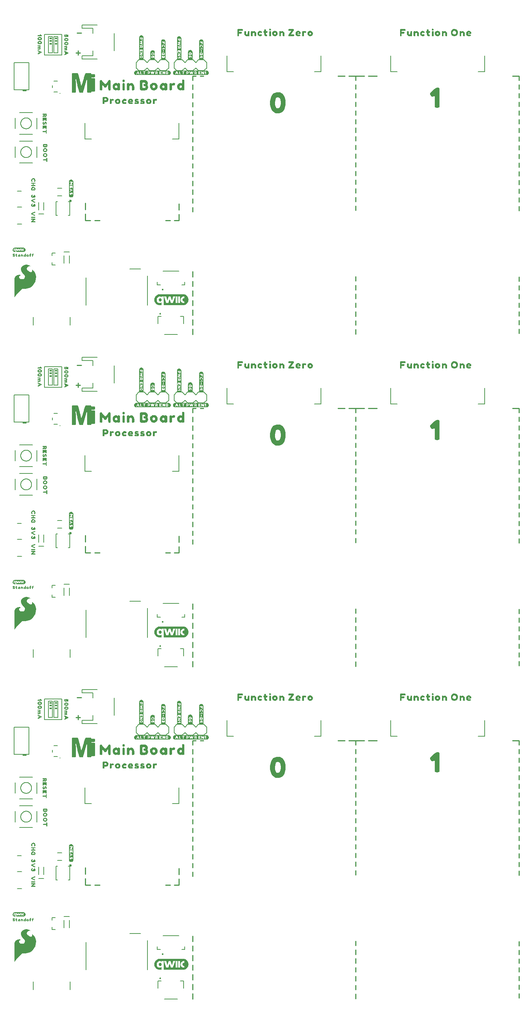
<source format=gto>
G04 EAGLE Gerber RS-274X export*
G75*
%MOMM*%
%FSLAX34Y34*%
%LPD*%
%INSilkscreen Top*%
%IPPOS*%
%AMOC8*
5,1,8,0,0,1.08239X$1,22.5*%
G01*
%ADD10C,0.279400*%
%ADD11C,0.254000*%
%ADD12C,0.203200*%
%ADD13C,0.406400*%
%ADD14C,0.152400*%
%ADD15C,0.254000*%
%ADD16C,0.127000*%
%ADD17C,0.600000*%
%ADD18R,0.508000X0.381000*%

G36*
X14406Y869541D02*
X14406Y869541D01*
X14433Y869537D01*
X14633Y869737D01*
X14634Y869743D01*
X14638Y869743D01*
X15136Y870441D01*
X16035Y871439D01*
X16035Y871440D01*
X16036Y871440D01*
X17136Y872740D01*
X17136Y872741D01*
X18435Y874340D01*
X19935Y876039D01*
X21635Y877939D01*
X23434Y879838D01*
X23434Y879839D01*
X23435Y879839D01*
X25335Y881939D01*
X27034Y883839D01*
X28632Y885436D01*
X30129Y886834D01*
X31624Y887930D01*
X33215Y888725D01*
X35003Y889123D01*
X40798Y889123D01*
X40800Y889124D01*
X40804Y889124D01*
X40805Y889123D01*
X44305Y889623D01*
X44308Y889627D01*
X44311Y889625D01*
X47611Y890525D01*
X47614Y890528D01*
X47617Y890527D01*
X50717Y891827D01*
X50720Y891832D01*
X50725Y891831D01*
X53525Y893631D01*
X53526Y893634D01*
X53529Y893634D01*
X56029Y895634D01*
X56030Y895638D01*
X56034Y895638D01*
X58334Y898038D01*
X58334Y898042D01*
X58337Y898042D01*
X60437Y900742D01*
X60437Y900748D01*
X60442Y900749D01*
X63342Y906249D01*
X63340Y906257D01*
X63346Y906259D01*
X64846Y911759D01*
X64843Y911764D01*
X64846Y911766D01*
X64845Y911767D01*
X64847Y911769D01*
X65147Y916969D01*
X65143Y916975D01*
X65147Y916979D01*
X64447Y921879D01*
X64442Y921884D01*
X64445Y921888D01*
X62945Y926188D01*
X62938Y926192D01*
X62940Y926197D01*
X60840Y929697D01*
X60833Y929700D01*
X60834Y929705D01*
X58434Y932305D01*
X58423Y932307D01*
X58421Y932315D01*
X55821Y933715D01*
X55798Y933712D01*
X55774Y933715D01*
X55773Y933708D01*
X55763Y933706D01*
X55768Y933672D01*
X55763Y933637D01*
X55849Y933552D01*
X55849Y933372D01*
X55853Y933366D01*
X55850Y933362D01*
X55949Y932867D01*
X55949Y931280D01*
X55652Y930390D01*
X55257Y929500D01*
X54571Y928815D01*
X53489Y928421D01*
X52503Y928421D01*
X51411Y928620D01*
X50318Y929017D01*
X49223Y929615D01*
X47029Y931011D01*
X45237Y932803D01*
X44540Y933898D01*
X43943Y934893D01*
X43646Y935782D01*
X43548Y936771D01*
X43646Y937561D01*
X43943Y938451D01*
X44438Y939244D01*
X45034Y940038D01*
X46126Y940931D01*
X47416Y941626D01*
X48608Y941924D01*
X49902Y942123D01*
X50895Y942123D01*
X51791Y942023D01*
X52390Y941923D01*
X52395Y941926D01*
X52398Y941923D01*
X52598Y941923D01*
X52611Y941933D01*
X52628Y941933D01*
X52628Y941945D01*
X52645Y941959D01*
X52628Y941982D01*
X52628Y942011D01*
X52228Y942311D01*
X52227Y942311D01*
X52227Y942312D01*
X51127Y943112D01*
X51122Y943112D01*
X51122Y943115D01*
X49322Y944115D01*
X49319Y944115D01*
X49318Y944117D01*
X47118Y945117D01*
X47111Y945115D01*
X47108Y945120D01*
X44308Y945720D01*
X44303Y945718D01*
X44301Y945721D01*
X41301Y945921D01*
X41293Y945916D01*
X41288Y945920D01*
X37988Y945220D01*
X37981Y945213D01*
X37975Y945216D01*
X34575Y943416D01*
X34572Y943408D01*
X34566Y943410D01*
X31966Y941210D01*
X31964Y941200D01*
X31957Y941199D01*
X30357Y938799D01*
X30358Y938790D01*
X30351Y938788D01*
X29551Y936388D01*
X29555Y936377D01*
X29549Y936372D01*
X29549Y933772D01*
X29555Y933764D01*
X29550Y933759D01*
X30250Y931159D01*
X30257Y931154D01*
X30255Y931149D01*
X31655Y928549D01*
X31659Y928547D01*
X31658Y928543D01*
X33558Y925943D01*
X33564Y925941D01*
X33563Y925937D01*
X36161Y923339D01*
X38056Y921046D01*
X39049Y918860D01*
X39148Y916780D01*
X38455Y914897D01*
X37165Y913310D01*
X35378Y912218D01*
X33191Y911621D01*
X30803Y911621D01*
X29213Y911919D01*
X27923Y912515D01*
X26831Y913309D01*
X26038Y914201D01*
X25445Y915190D01*
X25247Y916177D01*
X25247Y917167D01*
X25444Y918052D01*
X25936Y918740D01*
X26531Y919336D01*
X27227Y919932D01*
X28618Y920727D01*
X29214Y920925D01*
X29219Y920933D01*
X29225Y920931D01*
X29523Y921129D01*
X29720Y921228D01*
X29725Y921237D01*
X29734Y921239D01*
X29732Y921252D01*
X29746Y921281D01*
X29725Y921292D01*
X29720Y921316D01*
X29520Y921416D01*
X29511Y921414D01*
X29508Y921420D01*
X29010Y921520D01*
X28312Y921719D01*
X28308Y921718D01*
X28307Y921720D01*
X27207Y921920D01*
X27204Y921919D01*
X27202Y921921D01*
X26002Y922021D01*
X25997Y922018D01*
X25995Y922021D01*
X24595Y921921D01*
X24591Y921918D01*
X24588Y921920D01*
X23088Y921620D01*
X23086Y921618D01*
X23084Y921619D01*
X21384Y921119D01*
X21381Y921116D01*
X21379Y921117D01*
X19979Y920517D01*
X19976Y920512D01*
X19971Y920513D01*
X18571Y919613D01*
X18569Y919608D01*
X18565Y919608D01*
X17365Y918508D01*
X17364Y918502D01*
X17359Y918502D01*
X16259Y917102D01*
X16259Y917094D01*
X16253Y917093D01*
X15453Y915393D01*
X15454Y915390D01*
X15453Y915389D01*
X15452Y915388D01*
X14752Y913388D01*
X14754Y913381D01*
X14749Y913378D01*
X14449Y910878D01*
X14451Y910875D01*
X14449Y910874D01*
X14349Y907974D01*
X14350Y907973D01*
X14349Y907972D01*
X14349Y869572D01*
X14357Y869561D01*
X14355Y869548D01*
X14368Y869546D01*
X14385Y869525D01*
X14406Y869541D01*
G37*
G36*
X14406Y1646781D02*
X14406Y1646781D01*
X14433Y1646777D01*
X14633Y1646977D01*
X14634Y1646983D01*
X14638Y1646983D01*
X15136Y1647681D01*
X16035Y1648679D01*
X16035Y1648680D01*
X16036Y1648680D01*
X17136Y1649980D01*
X17136Y1649981D01*
X18435Y1651580D01*
X19935Y1653279D01*
X21635Y1655179D01*
X23434Y1657078D01*
X23434Y1657079D01*
X23435Y1657079D01*
X25335Y1659179D01*
X27034Y1661079D01*
X28632Y1662676D01*
X30129Y1664074D01*
X31624Y1665170D01*
X33215Y1665965D01*
X35003Y1666363D01*
X40798Y1666363D01*
X40800Y1666364D01*
X40804Y1666364D01*
X40805Y1666363D01*
X44305Y1666863D01*
X44308Y1666867D01*
X44311Y1666865D01*
X47611Y1667765D01*
X47614Y1667768D01*
X47617Y1667767D01*
X50717Y1669067D01*
X50720Y1669072D01*
X50725Y1669071D01*
X53525Y1670871D01*
X53526Y1670874D01*
X53529Y1670874D01*
X56029Y1672874D01*
X56030Y1672878D01*
X56034Y1672878D01*
X58334Y1675278D01*
X58334Y1675282D01*
X58337Y1675282D01*
X60437Y1677982D01*
X60437Y1677988D01*
X60442Y1677989D01*
X63342Y1683489D01*
X63340Y1683497D01*
X63346Y1683499D01*
X64846Y1688999D01*
X64843Y1689004D01*
X64846Y1689006D01*
X64845Y1689007D01*
X64847Y1689009D01*
X65147Y1694209D01*
X65143Y1694215D01*
X65147Y1694219D01*
X64447Y1699119D01*
X64442Y1699124D01*
X64445Y1699128D01*
X62945Y1703428D01*
X62938Y1703432D01*
X62940Y1703437D01*
X60840Y1706937D01*
X60833Y1706940D01*
X60834Y1706945D01*
X58434Y1709545D01*
X58423Y1709547D01*
X58421Y1709555D01*
X55821Y1710955D01*
X55798Y1710952D01*
X55774Y1710955D01*
X55773Y1710948D01*
X55763Y1710946D01*
X55768Y1710912D01*
X55763Y1710877D01*
X55849Y1710792D01*
X55849Y1710612D01*
X55853Y1710606D01*
X55850Y1710602D01*
X55949Y1710107D01*
X55949Y1708520D01*
X55652Y1707630D01*
X55257Y1706740D01*
X54571Y1706055D01*
X53489Y1705661D01*
X52503Y1705661D01*
X51411Y1705860D01*
X50318Y1706257D01*
X49223Y1706855D01*
X47029Y1708251D01*
X45237Y1710043D01*
X44540Y1711138D01*
X43943Y1712133D01*
X43646Y1713022D01*
X43548Y1714011D01*
X43646Y1714801D01*
X43943Y1715691D01*
X44438Y1716484D01*
X45034Y1717278D01*
X46126Y1718171D01*
X47416Y1718866D01*
X48608Y1719164D01*
X49902Y1719363D01*
X50895Y1719363D01*
X51791Y1719263D01*
X52390Y1719163D01*
X52395Y1719166D01*
X52398Y1719163D01*
X52598Y1719163D01*
X52611Y1719173D01*
X52628Y1719173D01*
X52628Y1719185D01*
X52645Y1719199D01*
X52628Y1719222D01*
X52628Y1719251D01*
X52228Y1719551D01*
X52227Y1719551D01*
X52227Y1719552D01*
X51127Y1720352D01*
X51122Y1720352D01*
X51122Y1720355D01*
X49322Y1721355D01*
X49319Y1721355D01*
X49318Y1721357D01*
X47118Y1722357D01*
X47111Y1722355D01*
X47108Y1722360D01*
X44308Y1722960D01*
X44303Y1722958D01*
X44301Y1722961D01*
X41301Y1723161D01*
X41293Y1723156D01*
X41288Y1723160D01*
X37988Y1722460D01*
X37981Y1722453D01*
X37975Y1722456D01*
X34575Y1720656D01*
X34572Y1720648D01*
X34566Y1720650D01*
X31966Y1718450D01*
X31964Y1718440D01*
X31957Y1718439D01*
X30357Y1716039D01*
X30358Y1716030D01*
X30351Y1716028D01*
X29551Y1713628D01*
X29555Y1713617D01*
X29549Y1713612D01*
X29549Y1711012D01*
X29555Y1711004D01*
X29550Y1710999D01*
X30250Y1708399D01*
X30257Y1708394D01*
X30255Y1708389D01*
X31655Y1705789D01*
X31659Y1705787D01*
X31658Y1705783D01*
X33558Y1703183D01*
X33564Y1703181D01*
X33563Y1703177D01*
X36161Y1700579D01*
X38056Y1698286D01*
X39049Y1696100D01*
X39148Y1694020D01*
X38455Y1692137D01*
X37165Y1690550D01*
X35378Y1689458D01*
X33191Y1688861D01*
X30803Y1688861D01*
X29213Y1689159D01*
X27923Y1689755D01*
X26831Y1690549D01*
X26038Y1691441D01*
X25445Y1692430D01*
X25247Y1693417D01*
X25247Y1694407D01*
X25444Y1695292D01*
X25936Y1695980D01*
X26531Y1696576D01*
X27227Y1697172D01*
X28618Y1697967D01*
X29214Y1698165D01*
X29219Y1698173D01*
X29225Y1698171D01*
X29523Y1698369D01*
X29720Y1698468D01*
X29725Y1698477D01*
X29734Y1698479D01*
X29732Y1698492D01*
X29746Y1698521D01*
X29725Y1698532D01*
X29720Y1698556D01*
X29520Y1698656D01*
X29511Y1698654D01*
X29508Y1698660D01*
X29010Y1698760D01*
X28312Y1698959D01*
X28308Y1698958D01*
X28307Y1698960D01*
X27207Y1699160D01*
X27204Y1699159D01*
X27202Y1699161D01*
X26002Y1699261D01*
X25997Y1699258D01*
X25995Y1699261D01*
X24595Y1699161D01*
X24591Y1699158D01*
X24588Y1699160D01*
X23088Y1698860D01*
X23086Y1698858D01*
X23084Y1698859D01*
X21384Y1698359D01*
X21381Y1698356D01*
X21379Y1698357D01*
X19979Y1697757D01*
X19976Y1697752D01*
X19971Y1697753D01*
X18571Y1696853D01*
X18569Y1696848D01*
X18565Y1696848D01*
X17365Y1695748D01*
X17364Y1695742D01*
X17359Y1695742D01*
X16259Y1694342D01*
X16259Y1694334D01*
X16253Y1694333D01*
X15453Y1692633D01*
X15454Y1692630D01*
X15453Y1692629D01*
X15452Y1692628D01*
X14752Y1690628D01*
X14754Y1690621D01*
X14749Y1690618D01*
X14449Y1688118D01*
X14451Y1688115D01*
X14449Y1688114D01*
X14349Y1685214D01*
X14350Y1685213D01*
X14349Y1685212D01*
X14349Y1646812D01*
X14357Y1646801D01*
X14355Y1646788D01*
X14368Y1646786D01*
X14385Y1646765D01*
X14406Y1646781D01*
G37*
G36*
X14406Y92301D02*
X14406Y92301D01*
X14433Y92297D01*
X14633Y92497D01*
X14634Y92503D01*
X14638Y92503D01*
X15136Y93201D01*
X16035Y94199D01*
X16035Y94200D01*
X16036Y94200D01*
X17136Y95500D01*
X17136Y95501D01*
X18435Y97100D01*
X19935Y98799D01*
X21635Y100699D01*
X23434Y102598D01*
X23434Y102599D01*
X23435Y102599D01*
X25335Y104699D01*
X27034Y106599D01*
X28632Y108196D01*
X30129Y109594D01*
X31624Y110690D01*
X33215Y111485D01*
X35003Y111883D01*
X40798Y111883D01*
X40800Y111884D01*
X40804Y111884D01*
X40805Y111883D01*
X44305Y112383D01*
X44308Y112387D01*
X44311Y112385D01*
X47611Y113285D01*
X47614Y113288D01*
X47617Y113287D01*
X50717Y114587D01*
X50720Y114592D01*
X50725Y114591D01*
X53525Y116391D01*
X53526Y116394D01*
X53529Y116394D01*
X56029Y118394D01*
X56030Y118398D01*
X56034Y118398D01*
X58334Y120798D01*
X58334Y120802D01*
X58337Y120802D01*
X60437Y123502D01*
X60437Y123508D01*
X60442Y123509D01*
X63342Y129009D01*
X63340Y129017D01*
X63346Y129019D01*
X64846Y134519D01*
X64843Y134524D01*
X64846Y134526D01*
X64845Y134527D01*
X64847Y134529D01*
X65147Y139729D01*
X65143Y139735D01*
X65147Y139739D01*
X64447Y144639D01*
X64442Y144644D01*
X64445Y144648D01*
X62945Y148948D01*
X62938Y148952D01*
X62940Y148957D01*
X60840Y152457D01*
X60833Y152460D01*
X60834Y152465D01*
X58434Y155065D01*
X58423Y155067D01*
X58421Y155075D01*
X55821Y156475D01*
X55798Y156472D01*
X55774Y156475D01*
X55773Y156468D01*
X55763Y156466D01*
X55768Y156432D01*
X55763Y156397D01*
X55849Y156312D01*
X55849Y156132D01*
X55853Y156126D01*
X55850Y156122D01*
X55949Y155627D01*
X55949Y154040D01*
X55652Y153150D01*
X55257Y152260D01*
X54571Y151575D01*
X53489Y151181D01*
X52503Y151181D01*
X51411Y151380D01*
X50318Y151777D01*
X49223Y152375D01*
X47029Y153771D01*
X45237Y155563D01*
X44540Y156658D01*
X43943Y157653D01*
X43646Y158542D01*
X43548Y159531D01*
X43646Y160321D01*
X43943Y161211D01*
X44438Y162004D01*
X45034Y162798D01*
X46126Y163691D01*
X47416Y164386D01*
X48608Y164684D01*
X49902Y164883D01*
X50895Y164883D01*
X51791Y164783D01*
X52390Y164683D01*
X52395Y164686D01*
X52398Y164683D01*
X52598Y164683D01*
X52611Y164693D01*
X52628Y164693D01*
X52628Y164705D01*
X52645Y164719D01*
X52628Y164742D01*
X52628Y164771D01*
X52228Y165071D01*
X52227Y165071D01*
X52227Y165072D01*
X51127Y165872D01*
X51122Y165872D01*
X51122Y165875D01*
X49322Y166875D01*
X49319Y166875D01*
X49318Y166877D01*
X47118Y167877D01*
X47111Y167875D01*
X47108Y167880D01*
X44308Y168480D01*
X44303Y168478D01*
X44301Y168481D01*
X41301Y168681D01*
X41293Y168676D01*
X41288Y168680D01*
X37988Y167980D01*
X37981Y167973D01*
X37975Y167976D01*
X34575Y166176D01*
X34572Y166168D01*
X34566Y166170D01*
X31966Y163970D01*
X31964Y163960D01*
X31957Y163959D01*
X30357Y161559D01*
X30358Y161550D01*
X30351Y161548D01*
X29551Y159148D01*
X29555Y159137D01*
X29549Y159132D01*
X29549Y156532D01*
X29555Y156524D01*
X29550Y156519D01*
X30250Y153919D01*
X30257Y153914D01*
X30255Y153909D01*
X31655Y151309D01*
X31659Y151307D01*
X31658Y151303D01*
X33558Y148703D01*
X33564Y148701D01*
X33563Y148697D01*
X36161Y146099D01*
X38056Y143806D01*
X39049Y141620D01*
X39148Y139540D01*
X38455Y137657D01*
X37165Y136070D01*
X35378Y134978D01*
X33191Y134381D01*
X30803Y134381D01*
X29213Y134679D01*
X27923Y135275D01*
X26831Y136069D01*
X26038Y136961D01*
X25445Y137950D01*
X25247Y138937D01*
X25247Y139927D01*
X25444Y140812D01*
X25936Y141500D01*
X26531Y142096D01*
X27227Y142692D01*
X28618Y143487D01*
X29214Y143685D01*
X29219Y143693D01*
X29225Y143691D01*
X29523Y143889D01*
X29720Y143988D01*
X29725Y143997D01*
X29734Y143999D01*
X29732Y144012D01*
X29746Y144041D01*
X29725Y144052D01*
X29720Y144076D01*
X29520Y144176D01*
X29511Y144174D01*
X29508Y144180D01*
X29010Y144280D01*
X28312Y144479D01*
X28308Y144478D01*
X28307Y144480D01*
X27207Y144680D01*
X27204Y144679D01*
X27202Y144681D01*
X26002Y144781D01*
X25997Y144778D01*
X25995Y144781D01*
X24595Y144681D01*
X24591Y144678D01*
X24588Y144680D01*
X23088Y144380D01*
X23086Y144378D01*
X23084Y144379D01*
X21384Y143879D01*
X21381Y143876D01*
X21379Y143877D01*
X19979Y143277D01*
X19976Y143272D01*
X19971Y143273D01*
X18571Y142373D01*
X18569Y142368D01*
X18565Y142368D01*
X17365Y141268D01*
X17364Y141262D01*
X17359Y141262D01*
X16259Y139862D01*
X16259Y139854D01*
X16253Y139853D01*
X15453Y138153D01*
X15454Y138150D01*
X15453Y138149D01*
X15452Y138148D01*
X14752Y136148D01*
X14754Y136141D01*
X14749Y136138D01*
X14449Y133638D01*
X14451Y133635D01*
X14449Y133634D01*
X14349Y130734D01*
X14350Y130733D01*
X14349Y130732D01*
X14349Y92332D01*
X14357Y92321D01*
X14355Y92308D01*
X14368Y92306D01*
X14385Y92285D01*
X14406Y92301D01*
G37*
G36*
X192405Y1347880D02*
X192405Y1347880D01*
X192418Y1347879D01*
X192944Y1347904D01*
X192966Y1347910D01*
X193101Y1347938D01*
X193589Y1348127D01*
X193596Y1348131D01*
X193603Y1348133D01*
X193744Y1348222D01*
X194132Y1348574D01*
X194137Y1348580D01*
X194143Y1348584D01*
X194242Y1348718D01*
X194480Y1349185D01*
X194482Y1349191D01*
X194485Y1349196D01*
X194531Y1349356D01*
X194591Y1349878D01*
X194589Y1349895D01*
X194594Y1349917D01*
X194607Y1350318D01*
X194727Y1350525D01*
X194955Y1350634D01*
X201173Y1350651D01*
X201216Y1350660D01*
X201290Y1350665D01*
X201801Y1350791D01*
X201840Y1350809D01*
X201930Y1350842D01*
X202386Y1351104D01*
X202419Y1351133D01*
X202496Y1351189D01*
X202862Y1351566D01*
X202886Y1351603D01*
X202944Y1351677D01*
X203194Y1352139D01*
X203202Y1352168D01*
X203217Y1352192D01*
X203222Y1352221D01*
X203242Y1352271D01*
X203353Y1352784D01*
X203354Y1352826D01*
X203364Y1352890D01*
X203372Y1372929D01*
X203391Y1373447D01*
X203388Y1373464D01*
X203391Y1373482D01*
X203372Y1373562D01*
X203365Y1373602D01*
X203371Y1373619D01*
X203369Y1373649D01*
X203376Y1373688D01*
X203376Y1379503D01*
X203375Y1379507D01*
X203376Y1379511D01*
X203366Y1380040D01*
X203357Y1380081D01*
X203353Y1380145D01*
X203233Y1380658D01*
X203215Y1380697D01*
X203182Y1380788D01*
X202924Y1381247D01*
X202896Y1381280D01*
X202840Y1381358D01*
X202466Y1381728D01*
X202429Y1381752D01*
X202354Y1381811D01*
X201892Y1382064D01*
X201851Y1382077D01*
X201762Y1382113D01*
X201248Y1382228D01*
X201206Y1382229D01*
X201140Y1382240D01*
X195331Y1382248D01*
X194932Y1382258D01*
X194719Y1382376D01*
X194607Y1382599D01*
X194602Y1383435D01*
X194704Y1383673D01*
X194902Y1383797D01*
X195287Y1383815D01*
X201089Y1383821D01*
X201128Y1383828D01*
X201185Y1383830D01*
X201701Y1383931D01*
X201742Y1383948D01*
X201833Y1383976D01*
X202302Y1384216D01*
X202336Y1384243D01*
X202415Y1384296D01*
X202800Y1384655D01*
X202826Y1384691D01*
X202888Y1384763D01*
X203158Y1385216D01*
X203172Y1385253D01*
X203181Y1385268D01*
X203183Y1385279D01*
X203213Y1385346D01*
X203346Y1385856D01*
X203349Y1385899D01*
X203362Y1385968D01*
X203377Y1386496D01*
X203376Y1386502D01*
X203377Y1386510D01*
X203377Y1388624D01*
X203374Y1388640D01*
X203376Y1388660D01*
X203338Y1389186D01*
X203326Y1389229D01*
X203310Y1389318D01*
X203133Y1389814D01*
X203111Y1389852D01*
X203069Y1389937D01*
X202762Y1390365D01*
X202731Y1390395D01*
X202667Y1390466D01*
X202254Y1390793D01*
X202215Y1390813D01*
X202136Y1390863D01*
X201649Y1391065D01*
X201606Y1391073D01*
X201516Y1391100D01*
X200993Y1391161D01*
X200967Y1391159D01*
X200935Y1391164D01*
X195156Y1391166D01*
X194821Y1391214D01*
X194662Y1391355D01*
X194584Y1391679D01*
X194528Y1392172D01*
X194527Y1392177D01*
X194527Y1392183D01*
X194477Y1392342D01*
X194238Y1392810D01*
X194233Y1392816D01*
X194231Y1392823D01*
X194128Y1392953D01*
X193738Y1393305D01*
X193731Y1393310D01*
X193726Y1393316D01*
X193583Y1393401D01*
X193093Y1393590D01*
X193075Y1393593D01*
X192935Y1393623D01*
X192408Y1393645D01*
X192398Y1393644D01*
X192386Y1393646D01*
X182343Y1393646D01*
X182338Y1393645D01*
X182332Y1393646D01*
X181803Y1393633D01*
X181772Y1393626D01*
X181651Y1393606D01*
X181155Y1393433D01*
X181147Y1393429D01*
X181138Y1393427D01*
X180995Y1393342D01*
X180595Y1393001D01*
X180590Y1392994D01*
X180583Y1392990D01*
X180480Y1392859D01*
X180230Y1392398D01*
X180218Y1392360D01*
X180192Y1392309D01*
X178289Y1386258D01*
X178289Y1386257D01*
X178289Y1386256D01*
X176883Y1381711D01*
X176883Y1381709D01*
X176882Y1381707D01*
X174444Y1373609D01*
X174437Y1373528D01*
X174430Y1373487D01*
X174425Y1373474D01*
X174374Y1373369D01*
X173356Y1369816D01*
X173356Y1369813D01*
X173355Y1369810D01*
X172382Y1366245D01*
X172382Y1366240D01*
X172380Y1366234D01*
X171612Y1363161D01*
X171612Y1363155D01*
X171609Y1363149D01*
X171509Y1362698D01*
X171389Y1363295D01*
X171387Y1363299D01*
X171386Y1363305D01*
X170578Y1366911D01*
X170577Y1366915D01*
X170577Y1366919D01*
X169591Y1371026D01*
X169591Y1371027D01*
X169591Y1371029D01*
X169211Y1372566D01*
X169208Y1372571D01*
X169208Y1372578D01*
X168930Y1373597D01*
X168917Y1373622D01*
X168913Y1373661D01*
X168913Y1373675D01*
X168912Y1373677D01*
X168912Y1373679D01*
X167992Y1377263D01*
X167991Y1377265D01*
X167991Y1377268D01*
X166904Y1381356D01*
X166904Y1381357D01*
X166904Y1381359D01*
X166208Y1383909D01*
X166207Y1383911D01*
X166207Y1383913D01*
X165060Y1387984D01*
X165059Y1387987D01*
X165058Y1387990D01*
X163864Y1392048D01*
X163858Y1392060D01*
X163855Y1392076D01*
X163676Y1392572D01*
X163668Y1392585D01*
X163596Y1392714D01*
X163268Y1393125D01*
X163260Y1393132D01*
X163255Y1393141D01*
X163127Y1393247D01*
X162671Y1393508D01*
X162661Y1393511D01*
X162653Y1393518D01*
X162495Y1393569D01*
X161975Y1393646D01*
X161944Y1393644D01*
X161903Y1393651D01*
X150799Y1393656D01*
X150763Y1393649D01*
X150710Y1393648D01*
X150193Y1393554D01*
X150184Y1393551D01*
X150175Y1393551D01*
X150020Y1393488D01*
X149573Y1393213D01*
X149568Y1393208D01*
X149561Y1393205D01*
X149439Y1393092D01*
X149119Y1392676D01*
X149115Y1392668D01*
X149109Y1392662D01*
X149036Y1392513D01*
X148887Y1392009D01*
X148883Y1391967D01*
X148867Y1391868D01*
X148858Y1373891D01*
X148867Y1373848D01*
X148872Y1373773D01*
X148900Y1373659D01*
X148891Y1373645D01*
X148890Y1373636D01*
X148885Y1373629D01*
X148858Y1373465D01*
X148868Y1349651D01*
X148876Y1349614D01*
X148890Y1349505D01*
X149045Y1349002D01*
X149049Y1348995D01*
X149051Y1348986D01*
X149130Y1348840D01*
X149456Y1348427D01*
X149462Y1348422D01*
X149466Y1348415D01*
X149592Y1348307D01*
X150044Y1348038D01*
X150052Y1348035D01*
X150058Y1348030D01*
X150215Y1347975D01*
X150733Y1347886D01*
X150769Y1347887D01*
X150818Y1347878D01*
X156110Y1347878D01*
X156128Y1347882D01*
X156150Y1347880D01*
X156675Y1347921D01*
X156678Y1347922D01*
X156680Y1347922D01*
X156841Y1347964D01*
X157321Y1348179D01*
X157327Y1348184D01*
X157335Y1348186D01*
X157470Y1348283D01*
X157841Y1348657D01*
X157846Y1348664D01*
X157853Y1348669D01*
X157944Y1348808D01*
X158155Y1349290D01*
X158155Y1349291D01*
X158156Y1349292D01*
X158195Y1349453D01*
X158234Y1349979D01*
X158232Y1349996D01*
X158236Y1350016D01*
X158233Y1365892D01*
X158233Y1365894D01*
X158233Y1365895D01*
X158209Y1370129D01*
X158209Y1370131D01*
X158209Y1370133D01*
X158161Y1373308D01*
X158141Y1373401D01*
X158119Y1373501D01*
X158119Y1373502D01*
X158103Y1373524D01*
X158117Y1373545D01*
X158120Y1373562D01*
X158128Y1373576D01*
X158152Y1373741D01*
X158059Y1377970D01*
X158059Y1377972D01*
X158059Y1377974D01*
X158028Y1378974D01*
X158013Y1379473D01*
X157997Y1379972D01*
X157997Y1379973D01*
X157982Y1380472D01*
X157961Y1381145D01*
X157960Y1381148D01*
X157960Y1381152D01*
X157882Y1382930D01*
X158297Y1381049D01*
X158298Y1381047D01*
X158298Y1381043D01*
X159977Y1373834D01*
X159983Y1373820D01*
X159986Y1373800D01*
X160089Y1373465D01*
X160094Y1373399D01*
X160091Y1373356D01*
X160099Y1373333D01*
X160101Y1373302D01*
X161722Y1366633D01*
X161723Y1366632D01*
X161723Y1366630D01*
X163129Y1360996D01*
X163130Y1360995D01*
X163130Y1360993D01*
X164965Y1353833D01*
X164966Y1353832D01*
X164966Y1353829D01*
X166182Y1349236D01*
X166201Y1349198D01*
X166209Y1349167D01*
X166216Y1349157D01*
X166227Y1349125D01*
X166479Y1348665D01*
X166485Y1348657D01*
X166488Y1348649D01*
X166595Y1348522D01*
X166997Y1348184D01*
X167003Y1348181D01*
X167007Y1348176D01*
X167153Y1348095D01*
X167648Y1347921D01*
X167678Y1347916D01*
X167801Y1347893D01*
X168328Y1347879D01*
X168334Y1347880D01*
X168341Y1347879D01*
X173620Y1347879D01*
X173642Y1347883D01*
X173671Y1347881D01*
X174193Y1347935D01*
X174199Y1347936D01*
X174204Y1347936D01*
X174364Y1347984D01*
X174834Y1348216D01*
X174841Y1348221D01*
X174849Y1348224D01*
X174981Y1348326D01*
X175336Y1348712D01*
X175339Y1348717D01*
X175343Y1348720D01*
X175430Y1348861D01*
X175629Y1349348D01*
X175633Y1349369D01*
X175645Y1349393D01*
X177165Y1354449D01*
X177166Y1354451D01*
X177167Y1354453D01*
X179231Y1361550D01*
X179232Y1361552D01*
X179233Y1361554D01*
X180803Y1367145D01*
X180803Y1367147D01*
X180804Y1367150D01*
X182461Y1373264D01*
X182463Y1373299D01*
X182475Y1373332D01*
X182470Y1373398D01*
X182474Y1373463D01*
X182470Y1373475D01*
X182496Y1373501D01*
X182529Y1373574D01*
X182552Y1373612D01*
X182555Y1373631D01*
X182564Y1373653D01*
X183367Y1376721D01*
X183367Y1376723D01*
X183368Y1376725D01*
X184401Y1380826D01*
X184401Y1380828D01*
X184402Y1380831D01*
X185019Y1383401D01*
X185019Y1383404D01*
X185020Y1383407D01*
X184944Y1380041D01*
X184944Y1380039D01*
X184944Y1380037D01*
X184852Y1373695D01*
X184862Y1373641D01*
X184862Y1373586D01*
X184880Y1373544D01*
X184889Y1373499D01*
X184919Y1373453D01*
X184941Y1373403D01*
X184942Y1373401D01*
X184882Y1373193D01*
X184878Y1373150D01*
X184862Y1373057D01*
X184837Y1369892D01*
X184837Y1369890D01*
X184837Y1369888D01*
X184824Y1349840D01*
X184831Y1349805D01*
X184832Y1349755D01*
X184920Y1349238D01*
X184923Y1349231D01*
X184923Y1349224D01*
X184983Y1349068D01*
X185250Y1348617D01*
X185255Y1348611D01*
X185258Y1348604D01*
X185322Y1348532D01*
X185341Y1348506D01*
X185350Y1348501D01*
X185369Y1348480D01*
X185780Y1348154D01*
X185788Y1348150D01*
X185793Y1348144D01*
X185942Y1348068D01*
X186442Y1347912D01*
X186486Y1347908D01*
X186580Y1347890D01*
X187107Y1347878D01*
X187112Y1347879D01*
X187118Y1347878D01*
X192394Y1347878D01*
X192405Y1347880D01*
G37*
G36*
X192405Y570640D02*
X192405Y570640D01*
X192418Y570639D01*
X192944Y570664D01*
X192966Y570670D01*
X193101Y570698D01*
X193589Y570887D01*
X193596Y570891D01*
X193603Y570893D01*
X193744Y570982D01*
X194132Y571334D01*
X194137Y571340D01*
X194143Y571344D01*
X194242Y571478D01*
X194480Y571945D01*
X194482Y571951D01*
X194485Y571956D01*
X194531Y572116D01*
X194591Y572638D01*
X194589Y572655D01*
X194594Y572677D01*
X194607Y573078D01*
X194727Y573285D01*
X194955Y573394D01*
X201173Y573411D01*
X201216Y573420D01*
X201290Y573425D01*
X201801Y573551D01*
X201840Y573569D01*
X201930Y573602D01*
X202386Y573864D01*
X202419Y573893D01*
X202496Y573949D01*
X202862Y574326D01*
X202886Y574363D01*
X202944Y574437D01*
X203194Y574899D01*
X203202Y574928D01*
X203217Y574952D01*
X203222Y574981D01*
X203242Y575031D01*
X203353Y575544D01*
X203354Y575586D01*
X203364Y575650D01*
X203372Y595689D01*
X203391Y596207D01*
X203388Y596224D01*
X203391Y596242D01*
X203372Y596322D01*
X203365Y596362D01*
X203371Y596379D01*
X203369Y596409D01*
X203376Y596448D01*
X203376Y602263D01*
X203375Y602267D01*
X203376Y602271D01*
X203366Y602800D01*
X203357Y602841D01*
X203353Y602905D01*
X203233Y603418D01*
X203215Y603457D01*
X203182Y603548D01*
X202924Y604007D01*
X202896Y604040D01*
X202840Y604118D01*
X202466Y604488D01*
X202429Y604512D01*
X202354Y604571D01*
X201892Y604824D01*
X201851Y604837D01*
X201762Y604873D01*
X201248Y604988D01*
X201206Y604989D01*
X201140Y605000D01*
X195331Y605008D01*
X194932Y605018D01*
X194719Y605136D01*
X194607Y605359D01*
X194602Y606195D01*
X194704Y606433D01*
X194902Y606557D01*
X195287Y606575D01*
X201089Y606581D01*
X201128Y606588D01*
X201185Y606590D01*
X201701Y606691D01*
X201742Y606708D01*
X201833Y606736D01*
X202302Y606976D01*
X202336Y607003D01*
X202415Y607056D01*
X202800Y607415D01*
X202826Y607451D01*
X202888Y607523D01*
X203158Y607976D01*
X203172Y608013D01*
X203181Y608028D01*
X203183Y608039D01*
X203213Y608106D01*
X203346Y608616D01*
X203349Y608659D01*
X203362Y608728D01*
X203377Y609256D01*
X203376Y609262D01*
X203377Y609270D01*
X203377Y611384D01*
X203374Y611400D01*
X203376Y611420D01*
X203338Y611946D01*
X203326Y611989D01*
X203310Y612078D01*
X203133Y612574D01*
X203111Y612612D01*
X203069Y612697D01*
X202762Y613125D01*
X202731Y613155D01*
X202667Y613226D01*
X202254Y613553D01*
X202215Y613573D01*
X202136Y613623D01*
X201649Y613825D01*
X201606Y613833D01*
X201516Y613860D01*
X200993Y613921D01*
X200967Y613919D01*
X200935Y613924D01*
X195156Y613926D01*
X194821Y613974D01*
X194662Y614115D01*
X194584Y614439D01*
X194528Y614932D01*
X194527Y614937D01*
X194527Y614943D01*
X194477Y615102D01*
X194238Y615570D01*
X194233Y615576D01*
X194231Y615583D01*
X194128Y615713D01*
X193738Y616065D01*
X193731Y616070D01*
X193726Y616076D01*
X193583Y616161D01*
X193093Y616350D01*
X193075Y616353D01*
X192935Y616383D01*
X192408Y616405D01*
X192398Y616404D01*
X192386Y616406D01*
X182343Y616406D01*
X182338Y616405D01*
X182332Y616406D01*
X181803Y616393D01*
X181772Y616386D01*
X181651Y616366D01*
X181155Y616193D01*
X181147Y616189D01*
X181138Y616187D01*
X180995Y616102D01*
X180595Y615761D01*
X180590Y615754D01*
X180583Y615750D01*
X180480Y615619D01*
X180230Y615158D01*
X180218Y615120D01*
X180192Y615069D01*
X178289Y609018D01*
X178289Y609017D01*
X178289Y609016D01*
X176883Y604471D01*
X176883Y604469D01*
X176882Y604467D01*
X174444Y596369D01*
X174437Y596288D01*
X174430Y596247D01*
X174425Y596234D01*
X174374Y596129D01*
X173356Y592576D01*
X173356Y592573D01*
X173355Y592570D01*
X172382Y589005D01*
X172382Y589000D01*
X172380Y588994D01*
X171612Y585921D01*
X171612Y585915D01*
X171609Y585909D01*
X171509Y585458D01*
X171389Y586055D01*
X171387Y586059D01*
X171386Y586065D01*
X170578Y589671D01*
X170577Y589675D01*
X170577Y589679D01*
X169591Y593786D01*
X169591Y593787D01*
X169591Y593789D01*
X169211Y595326D01*
X169208Y595331D01*
X169208Y595338D01*
X168930Y596357D01*
X168917Y596382D01*
X168913Y596421D01*
X168913Y596435D01*
X168912Y596437D01*
X168912Y596439D01*
X167992Y600023D01*
X167991Y600025D01*
X167991Y600028D01*
X166904Y604116D01*
X166904Y604117D01*
X166904Y604119D01*
X166208Y606669D01*
X166207Y606671D01*
X166207Y606673D01*
X165060Y610744D01*
X165059Y610747D01*
X165058Y610750D01*
X163864Y614808D01*
X163858Y614820D01*
X163855Y614836D01*
X163676Y615332D01*
X163668Y615345D01*
X163596Y615474D01*
X163268Y615885D01*
X163260Y615892D01*
X163255Y615901D01*
X163127Y616007D01*
X162671Y616268D01*
X162661Y616271D01*
X162653Y616278D01*
X162495Y616329D01*
X161975Y616406D01*
X161944Y616404D01*
X161903Y616411D01*
X150799Y616416D01*
X150763Y616409D01*
X150710Y616408D01*
X150193Y616314D01*
X150184Y616311D01*
X150175Y616311D01*
X150020Y616248D01*
X149573Y615973D01*
X149568Y615968D01*
X149561Y615965D01*
X149439Y615852D01*
X149119Y615436D01*
X149115Y615428D01*
X149109Y615422D01*
X149036Y615273D01*
X148887Y614769D01*
X148883Y614727D01*
X148867Y614628D01*
X148858Y596651D01*
X148867Y596608D01*
X148872Y596533D01*
X148900Y596419D01*
X148891Y596405D01*
X148890Y596396D01*
X148885Y596389D01*
X148858Y596225D01*
X148868Y572411D01*
X148876Y572374D01*
X148890Y572265D01*
X149045Y571762D01*
X149049Y571755D01*
X149051Y571746D01*
X149130Y571600D01*
X149456Y571187D01*
X149462Y571182D01*
X149466Y571175D01*
X149592Y571067D01*
X150044Y570798D01*
X150052Y570795D01*
X150058Y570790D01*
X150215Y570735D01*
X150733Y570646D01*
X150769Y570647D01*
X150818Y570638D01*
X156110Y570638D01*
X156128Y570642D01*
X156150Y570640D01*
X156675Y570681D01*
X156678Y570682D01*
X156680Y570682D01*
X156841Y570724D01*
X157321Y570939D01*
X157327Y570944D01*
X157335Y570946D01*
X157470Y571043D01*
X157841Y571417D01*
X157846Y571424D01*
X157853Y571429D01*
X157944Y571568D01*
X158155Y572050D01*
X158155Y572051D01*
X158156Y572052D01*
X158195Y572213D01*
X158234Y572739D01*
X158232Y572756D01*
X158236Y572776D01*
X158233Y588652D01*
X158233Y588654D01*
X158233Y588655D01*
X158209Y592889D01*
X158209Y592891D01*
X158209Y592893D01*
X158161Y596068D01*
X158141Y596161D01*
X158119Y596261D01*
X158119Y596262D01*
X158103Y596284D01*
X158117Y596305D01*
X158120Y596322D01*
X158128Y596336D01*
X158152Y596501D01*
X158059Y600730D01*
X158059Y600732D01*
X158059Y600734D01*
X158028Y601734D01*
X158013Y602233D01*
X157997Y602732D01*
X157997Y602733D01*
X157982Y603232D01*
X157961Y603905D01*
X157960Y603908D01*
X157960Y603912D01*
X157882Y605690D01*
X158297Y603809D01*
X158298Y603807D01*
X158298Y603803D01*
X159977Y596594D01*
X159983Y596580D01*
X159986Y596560D01*
X160089Y596225D01*
X160094Y596159D01*
X160091Y596116D01*
X160099Y596093D01*
X160101Y596062D01*
X161722Y589393D01*
X161723Y589392D01*
X161723Y589390D01*
X163129Y583756D01*
X163130Y583755D01*
X163130Y583753D01*
X164965Y576593D01*
X164966Y576592D01*
X164966Y576589D01*
X166182Y571996D01*
X166201Y571958D01*
X166209Y571927D01*
X166216Y571917D01*
X166227Y571885D01*
X166479Y571425D01*
X166485Y571417D01*
X166488Y571409D01*
X166595Y571282D01*
X166997Y570944D01*
X167003Y570941D01*
X167007Y570936D01*
X167153Y570855D01*
X167648Y570681D01*
X167678Y570676D01*
X167801Y570653D01*
X168328Y570639D01*
X168334Y570640D01*
X168341Y570639D01*
X173620Y570639D01*
X173642Y570643D01*
X173671Y570641D01*
X174193Y570695D01*
X174199Y570696D01*
X174204Y570696D01*
X174364Y570744D01*
X174834Y570976D01*
X174841Y570981D01*
X174849Y570984D01*
X174981Y571086D01*
X175336Y571472D01*
X175339Y571477D01*
X175343Y571480D01*
X175430Y571621D01*
X175629Y572108D01*
X175633Y572129D01*
X175645Y572153D01*
X177165Y577209D01*
X177166Y577211D01*
X177167Y577213D01*
X179231Y584310D01*
X179232Y584312D01*
X179233Y584314D01*
X180803Y589905D01*
X180803Y589907D01*
X180804Y589910D01*
X182461Y596024D01*
X182463Y596059D01*
X182475Y596092D01*
X182470Y596158D01*
X182474Y596223D01*
X182470Y596235D01*
X182496Y596261D01*
X182529Y596334D01*
X182552Y596372D01*
X182555Y596391D01*
X182564Y596413D01*
X183367Y599481D01*
X183367Y599483D01*
X183368Y599485D01*
X184401Y603586D01*
X184401Y603588D01*
X184402Y603591D01*
X185019Y606161D01*
X185019Y606164D01*
X185020Y606167D01*
X184944Y602801D01*
X184944Y602799D01*
X184944Y602797D01*
X184852Y596455D01*
X184862Y596401D01*
X184862Y596346D01*
X184880Y596304D01*
X184889Y596259D01*
X184919Y596213D01*
X184941Y596163D01*
X184942Y596161D01*
X184882Y595953D01*
X184878Y595910D01*
X184862Y595817D01*
X184837Y592652D01*
X184837Y592650D01*
X184837Y592648D01*
X184824Y572600D01*
X184831Y572565D01*
X184832Y572515D01*
X184920Y571998D01*
X184923Y571991D01*
X184923Y571984D01*
X184983Y571828D01*
X185250Y571377D01*
X185255Y571371D01*
X185258Y571364D01*
X185322Y571292D01*
X185341Y571266D01*
X185350Y571261D01*
X185369Y571240D01*
X185780Y570914D01*
X185788Y570910D01*
X185793Y570904D01*
X185942Y570828D01*
X186442Y570672D01*
X186486Y570668D01*
X186580Y570650D01*
X187107Y570638D01*
X187112Y570639D01*
X187118Y570638D01*
X192394Y570638D01*
X192405Y570640D01*
G37*
G36*
X192405Y2125120D02*
X192405Y2125120D01*
X192418Y2125119D01*
X192944Y2125144D01*
X192966Y2125150D01*
X193101Y2125178D01*
X193589Y2125367D01*
X193596Y2125371D01*
X193603Y2125373D01*
X193744Y2125462D01*
X194132Y2125814D01*
X194137Y2125820D01*
X194143Y2125824D01*
X194242Y2125958D01*
X194480Y2126425D01*
X194482Y2126431D01*
X194485Y2126436D01*
X194531Y2126596D01*
X194591Y2127118D01*
X194589Y2127135D01*
X194594Y2127157D01*
X194607Y2127558D01*
X194727Y2127765D01*
X194955Y2127874D01*
X201173Y2127891D01*
X201216Y2127900D01*
X201290Y2127905D01*
X201801Y2128031D01*
X201840Y2128049D01*
X201930Y2128082D01*
X202386Y2128344D01*
X202419Y2128373D01*
X202496Y2128429D01*
X202862Y2128806D01*
X202886Y2128843D01*
X202944Y2128917D01*
X203194Y2129379D01*
X203202Y2129408D01*
X203217Y2129432D01*
X203222Y2129461D01*
X203242Y2129511D01*
X203353Y2130024D01*
X203354Y2130066D01*
X203364Y2130130D01*
X203372Y2150169D01*
X203391Y2150687D01*
X203388Y2150704D01*
X203391Y2150722D01*
X203372Y2150802D01*
X203365Y2150842D01*
X203371Y2150859D01*
X203369Y2150889D01*
X203376Y2150928D01*
X203376Y2156743D01*
X203375Y2156747D01*
X203376Y2156751D01*
X203366Y2157280D01*
X203357Y2157321D01*
X203353Y2157385D01*
X203233Y2157898D01*
X203215Y2157937D01*
X203182Y2158028D01*
X202924Y2158487D01*
X202896Y2158520D01*
X202840Y2158598D01*
X202466Y2158968D01*
X202429Y2158992D01*
X202354Y2159051D01*
X201892Y2159304D01*
X201851Y2159317D01*
X201762Y2159353D01*
X201248Y2159468D01*
X201206Y2159469D01*
X201140Y2159480D01*
X195331Y2159488D01*
X194932Y2159498D01*
X194719Y2159616D01*
X194607Y2159839D01*
X194602Y2160675D01*
X194704Y2160913D01*
X194902Y2161037D01*
X195287Y2161055D01*
X201089Y2161061D01*
X201128Y2161068D01*
X201185Y2161070D01*
X201701Y2161171D01*
X201742Y2161188D01*
X201833Y2161216D01*
X202302Y2161456D01*
X202336Y2161483D01*
X202415Y2161536D01*
X202800Y2161895D01*
X202826Y2161931D01*
X202888Y2162003D01*
X203158Y2162456D01*
X203172Y2162493D01*
X203181Y2162508D01*
X203183Y2162519D01*
X203213Y2162586D01*
X203346Y2163096D01*
X203349Y2163139D01*
X203362Y2163208D01*
X203377Y2163736D01*
X203376Y2163742D01*
X203377Y2163750D01*
X203377Y2165864D01*
X203374Y2165880D01*
X203376Y2165900D01*
X203338Y2166426D01*
X203326Y2166469D01*
X203310Y2166558D01*
X203133Y2167054D01*
X203111Y2167092D01*
X203069Y2167177D01*
X202762Y2167605D01*
X202731Y2167635D01*
X202667Y2167706D01*
X202254Y2168033D01*
X202215Y2168053D01*
X202136Y2168103D01*
X201649Y2168305D01*
X201606Y2168313D01*
X201516Y2168340D01*
X200993Y2168401D01*
X200967Y2168399D01*
X200935Y2168404D01*
X195156Y2168406D01*
X194821Y2168454D01*
X194662Y2168595D01*
X194584Y2168919D01*
X194528Y2169412D01*
X194527Y2169417D01*
X194527Y2169423D01*
X194477Y2169582D01*
X194238Y2170050D01*
X194233Y2170056D01*
X194231Y2170063D01*
X194128Y2170193D01*
X193738Y2170545D01*
X193731Y2170550D01*
X193726Y2170556D01*
X193583Y2170641D01*
X193093Y2170830D01*
X193075Y2170833D01*
X192935Y2170863D01*
X192408Y2170885D01*
X192398Y2170884D01*
X192386Y2170886D01*
X182343Y2170886D01*
X182338Y2170885D01*
X182332Y2170886D01*
X181803Y2170873D01*
X181772Y2170866D01*
X181651Y2170846D01*
X181155Y2170673D01*
X181147Y2170669D01*
X181138Y2170667D01*
X180995Y2170582D01*
X180595Y2170241D01*
X180590Y2170234D01*
X180583Y2170230D01*
X180480Y2170099D01*
X180230Y2169638D01*
X180218Y2169600D01*
X180192Y2169549D01*
X178289Y2163498D01*
X178289Y2163497D01*
X178289Y2163496D01*
X176883Y2158951D01*
X176883Y2158949D01*
X176882Y2158947D01*
X174444Y2150849D01*
X174437Y2150768D01*
X174430Y2150727D01*
X174425Y2150714D01*
X174374Y2150609D01*
X173356Y2147056D01*
X173356Y2147053D01*
X173355Y2147050D01*
X172382Y2143485D01*
X172382Y2143480D01*
X172380Y2143474D01*
X171612Y2140401D01*
X171612Y2140395D01*
X171609Y2140389D01*
X171509Y2139938D01*
X171389Y2140535D01*
X171387Y2140539D01*
X171386Y2140545D01*
X170578Y2144151D01*
X170577Y2144155D01*
X170577Y2144159D01*
X169591Y2148266D01*
X169591Y2148267D01*
X169591Y2148269D01*
X169211Y2149806D01*
X169208Y2149811D01*
X169208Y2149818D01*
X168930Y2150837D01*
X168917Y2150862D01*
X168913Y2150901D01*
X168913Y2150915D01*
X168912Y2150917D01*
X168912Y2150919D01*
X167992Y2154503D01*
X167991Y2154505D01*
X167991Y2154508D01*
X166904Y2158596D01*
X166904Y2158597D01*
X166904Y2158599D01*
X166208Y2161149D01*
X166207Y2161151D01*
X166207Y2161153D01*
X165060Y2165224D01*
X165059Y2165227D01*
X165058Y2165230D01*
X163864Y2169288D01*
X163858Y2169300D01*
X163855Y2169316D01*
X163676Y2169812D01*
X163668Y2169825D01*
X163596Y2169954D01*
X163268Y2170365D01*
X163260Y2170372D01*
X163255Y2170381D01*
X163127Y2170487D01*
X162671Y2170748D01*
X162661Y2170751D01*
X162653Y2170758D01*
X162495Y2170809D01*
X161975Y2170886D01*
X161944Y2170884D01*
X161903Y2170891D01*
X150799Y2170896D01*
X150763Y2170889D01*
X150710Y2170888D01*
X150193Y2170794D01*
X150184Y2170791D01*
X150175Y2170791D01*
X150020Y2170728D01*
X149573Y2170453D01*
X149568Y2170448D01*
X149561Y2170445D01*
X149439Y2170332D01*
X149119Y2169916D01*
X149115Y2169908D01*
X149109Y2169902D01*
X149036Y2169753D01*
X148887Y2169249D01*
X148883Y2169207D01*
X148867Y2169108D01*
X148858Y2151131D01*
X148867Y2151088D01*
X148872Y2151013D01*
X148900Y2150899D01*
X148891Y2150885D01*
X148890Y2150876D01*
X148885Y2150869D01*
X148858Y2150705D01*
X148868Y2126891D01*
X148876Y2126854D01*
X148890Y2126745D01*
X149045Y2126242D01*
X149049Y2126235D01*
X149051Y2126226D01*
X149130Y2126080D01*
X149456Y2125667D01*
X149462Y2125662D01*
X149466Y2125655D01*
X149592Y2125547D01*
X150044Y2125278D01*
X150052Y2125275D01*
X150058Y2125270D01*
X150215Y2125215D01*
X150733Y2125126D01*
X150769Y2125127D01*
X150818Y2125118D01*
X156110Y2125118D01*
X156128Y2125122D01*
X156150Y2125120D01*
X156675Y2125161D01*
X156678Y2125162D01*
X156680Y2125162D01*
X156841Y2125204D01*
X157321Y2125419D01*
X157327Y2125424D01*
X157335Y2125426D01*
X157470Y2125523D01*
X157841Y2125897D01*
X157846Y2125904D01*
X157853Y2125909D01*
X157944Y2126048D01*
X158155Y2126530D01*
X158155Y2126531D01*
X158156Y2126532D01*
X158195Y2126693D01*
X158234Y2127219D01*
X158232Y2127236D01*
X158236Y2127256D01*
X158233Y2143132D01*
X158233Y2143134D01*
X158233Y2143135D01*
X158209Y2147369D01*
X158209Y2147371D01*
X158209Y2147373D01*
X158161Y2150548D01*
X158141Y2150641D01*
X158119Y2150741D01*
X158119Y2150742D01*
X158103Y2150764D01*
X158117Y2150785D01*
X158120Y2150802D01*
X158128Y2150816D01*
X158152Y2150981D01*
X158059Y2155210D01*
X158059Y2155212D01*
X158059Y2155214D01*
X158028Y2156214D01*
X158013Y2156713D01*
X157997Y2157212D01*
X157997Y2157213D01*
X157982Y2157712D01*
X157961Y2158385D01*
X157960Y2158388D01*
X157960Y2158392D01*
X157882Y2160170D01*
X158297Y2158289D01*
X158298Y2158287D01*
X158298Y2158283D01*
X159977Y2151074D01*
X159983Y2151060D01*
X159986Y2151040D01*
X160089Y2150705D01*
X160094Y2150639D01*
X160091Y2150596D01*
X160099Y2150573D01*
X160101Y2150542D01*
X161722Y2143873D01*
X161723Y2143872D01*
X161723Y2143870D01*
X163129Y2138236D01*
X163130Y2138235D01*
X163130Y2138233D01*
X164965Y2131073D01*
X164966Y2131072D01*
X164966Y2131069D01*
X166182Y2126476D01*
X166201Y2126438D01*
X166209Y2126407D01*
X166216Y2126397D01*
X166227Y2126365D01*
X166479Y2125905D01*
X166485Y2125897D01*
X166488Y2125889D01*
X166595Y2125762D01*
X166997Y2125424D01*
X167003Y2125421D01*
X167007Y2125416D01*
X167153Y2125335D01*
X167648Y2125161D01*
X167678Y2125156D01*
X167801Y2125133D01*
X168328Y2125119D01*
X168334Y2125120D01*
X168341Y2125119D01*
X173620Y2125119D01*
X173642Y2125123D01*
X173671Y2125121D01*
X174193Y2125175D01*
X174199Y2125176D01*
X174204Y2125176D01*
X174364Y2125224D01*
X174834Y2125456D01*
X174841Y2125461D01*
X174849Y2125464D01*
X174981Y2125566D01*
X175336Y2125952D01*
X175339Y2125957D01*
X175343Y2125960D01*
X175430Y2126101D01*
X175629Y2126588D01*
X175633Y2126609D01*
X175645Y2126633D01*
X177165Y2131689D01*
X177166Y2131691D01*
X177167Y2131693D01*
X179231Y2138790D01*
X179232Y2138792D01*
X179233Y2138794D01*
X180803Y2144385D01*
X180803Y2144387D01*
X180804Y2144390D01*
X182461Y2150504D01*
X182463Y2150539D01*
X182475Y2150572D01*
X182470Y2150638D01*
X182474Y2150703D01*
X182470Y2150715D01*
X182496Y2150741D01*
X182529Y2150814D01*
X182552Y2150852D01*
X182555Y2150871D01*
X182564Y2150893D01*
X183367Y2153961D01*
X183367Y2153963D01*
X183368Y2153965D01*
X184401Y2158066D01*
X184401Y2158068D01*
X184402Y2158071D01*
X185019Y2160641D01*
X185019Y2160644D01*
X185020Y2160647D01*
X184944Y2157281D01*
X184944Y2157279D01*
X184944Y2157277D01*
X184852Y2150935D01*
X184862Y2150881D01*
X184862Y2150826D01*
X184880Y2150784D01*
X184889Y2150739D01*
X184919Y2150693D01*
X184941Y2150643D01*
X184942Y2150641D01*
X184882Y2150433D01*
X184878Y2150390D01*
X184862Y2150297D01*
X184837Y2147132D01*
X184837Y2147130D01*
X184837Y2147128D01*
X184824Y2127080D01*
X184831Y2127045D01*
X184832Y2126995D01*
X184920Y2126478D01*
X184923Y2126471D01*
X184923Y2126464D01*
X184983Y2126308D01*
X185250Y2125857D01*
X185255Y2125851D01*
X185258Y2125844D01*
X185322Y2125772D01*
X185341Y2125746D01*
X185350Y2125741D01*
X185369Y2125720D01*
X185780Y2125394D01*
X185788Y2125390D01*
X185793Y2125384D01*
X185942Y2125308D01*
X186442Y2125152D01*
X186486Y2125148D01*
X186580Y2125130D01*
X187107Y2125118D01*
X187112Y2125119D01*
X187118Y2125118D01*
X192394Y2125118D01*
X192405Y2125120D01*
G37*
G36*
X385939Y850699D02*
X385939Y850699D01*
X385943Y850700D01*
X385951Y850696D01*
X409140Y850697D01*
X409142Y850699D01*
X409145Y850698D01*
X411665Y850918D01*
X411669Y850920D01*
X411675Y850919D01*
X412225Y851059D01*
X412228Y851061D01*
X412239Y851060D01*
X414229Y851680D01*
X414231Y851683D01*
X414238Y851684D01*
X414708Y851914D01*
X414708Y851915D01*
X414710Y851915D01*
X416620Y852965D01*
X416623Y852970D01*
X416630Y852972D01*
X417930Y854052D01*
X418310Y854372D01*
X418311Y854374D01*
X418314Y854375D01*
X418654Y854705D01*
X418654Y854708D01*
X418658Y854710D01*
X419538Y855780D01*
X419968Y856300D01*
X419969Y856304D01*
X419974Y856307D01*
X420254Y856767D01*
X420254Y856769D01*
X420255Y856770D01*
X420535Y857290D01*
X421265Y858620D01*
X421265Y858623D01*
X421267Y858624D01*
X421267Y858628D01*
X421270Y858632D01*
X421640Y859852D01*
X421638Y859858D01*
X421647Y859864D01*
X421647Y859868D01*
X421650Y859872D01*
X422040Y861192D01*
X422039Y861197D01*
X422042Y861204D01*
X422292Y863794D01*
X422290Y863799D01*
X422292Y863807D01*
X422012Y866387D01*
X422009Y866391D01*
X422010Y866399D01*
X421910Y866719D01*
X421899Y866728D01*
X421899Y866730D01*
X421900Y866739D01*
X421340Y868539D01*
X421337Y868541D01*
X421337Y868547D01*
X420977Y869307D01*
X420975Y869308D01*
X420975Y869310D01*
X420485Y870210D01*
X420485Y870211D01*
X420095Y870911D01*
X420091Y870913D01*
X420089Y870919D01*
X419199Y872019D01*
X419198Y872020D01*
X419036Y872214D01*
X418428Y872940D01*
X418423Y872942D01*
X418420Y872949D01*
X416470Y874529D01*
X416464Y874529D01*
X416460Y874535D01*
X414630Y875535D01*
X414627Y875535D01*
X414625Y875538D01*
X414075Y875778D01*
X414072Y875777D01*
X414069Y875780D01*
X412231Y876349D01*
X412226Y876357D01*
X412202Y876354D01*
X412195Y876355D01*
X412192Y876357D01*
X412186Y876367D01*
X412180Y876366D01*
X412173Y876371D01*
X411693Y876471D01*
X411690Y876470D01*
X411686Y876472D01*
X409336Y876712D01*
X409334Y876711D01*
X409330Y876713D01*
X402600Y876713D01*
X402590Y876706D01*
X402586Y876706D01*
X402570Y876713D01*
X395470Y876713D01*
X395466Y876710D01*
X395460Y876713D01*
X380530Y876711D01*
X380526Y876717D01*
X380513Y876715D01*
X380502Y876723D01*
X380493Y876717D01*
X380480Y876723D01*
X359240Y876723D01*
X359221Y876711D01*
X359216Y876710D01*
X359210Y876713D01*
X355270Y876713D01*
X355268Y876711D01*
X355264Y876712D01*
X352694Y876462D01*
X352690Y876459D01*
X352682Y876460D01*
X351462Y876090D01*
X351458Y876085D01*
X351454Y876086D01*
X351446Y876093D01*
X351437Y876088D01*
X351421Y876090D01*
X350111Y875670D01*
X350107Y875666D01*
X350100Y875665D01*
X348770Y874935D01*
X348769Y874935D01*
X347859Y874425D01*
X347857Y874420D01*
X347850Y874418D01*
X347050Y873748D01*
X346190Y873038D01*
X346189Y873035D01*
X346184Y873033D01*
X345754Y872573D01*
X345754Y872571D01*
X345752Y872570D01*
X345082Y871770D01*
X345081Y871770D01*
X344561Y871130D01*
X344561Y871126D01*
X344557Y871123D01*
X344327Y870753D01*
X344327Y870752D01*
X344325Y870750D01*
X343775Y869760D01*
X343775Y869759D01*
X343245Y868759D01*
X343245Y868755D01*
X343240Y868750D01*
X343050Y868170D01*
X343051Y868169D01*
X343050Y868169D01*
X342630Y866819D01*
X342631Y866817D01*
X342629Y866814D01*
X342449Y866044D01*
X342450Y866041D01*
X342448Y866037D01*
X342308Y864747D01*
X342238Y864097D01*
X342239Y864095D01*
X342237Y864092D01*
X342217Y863452D01*
X342218Y863451D01*
X342217Y863450D01*
X342217Y863440D01*
X342228Y863424D01*
X342438Y861394D01*
X342439Y861392D01*
X342438Y861389D01*
X342538Y860839D01*
X342541Y860836D01*
X342540Y860831D01*
X343160Y858851D01*
X343164Y858848D01*
X343164Y858842D01*
X343173Y858823D01*
X343443Y858234D01*
X343445Y858233D01*
X343445Y858230D01*
X343855Y857480D01*
X344155Y856940D01*
X344385Y856510D01*
X344395Y856505D01*
X344402Y856480D01*
X344632Y856200D01*
X345331Y855340D01*
X345332Y855340D01*
X345332Y855339D01*
X345404Y855256D01*
X345457Y855193D01*
X345564Y855067D01*
X345671Y854942D01*
X345724Y854879D01*
X345831Y854754D01*
X345885Y854691D01*
X345992Y854565D01*
X346045Y854503D01*
X346082Y854459D01*
X346087Y854458D01*
X346090Y854452D01*
X346520Y854092D01*
X347430Y853332D01*
X347431Y853332D01*
X347432Y853330D01*
X347762Y853080D01*
X347763Y853080D01*
X347764Y853078D01*
X348184Y852788D01*
X348187Y852788D01*
X348190Y852785D01*
X350000Y851795D01*
X350004Y851795D01*
X350008Y851791D01*
X350528Y851601D01*
X350530Y851602D01*
X350532Y851600D01*
X350871Y851500D01*
X352561Y850970D01*
X352586Y850977D01*
X352588Y850977D01*
X352603Y850968D01*
X355143Y850698D01*
X355154Y850703D01*
X355164Y850704D01*
X355180Y850697D01*
X359220Y850697D01*
X359239Y850709D01*
X359261Y850713D01*
X359268Y850728D01*
X359277Y850734D01*
X359276Y850744D01*
X359283Y850760D01*
X359283Y857990D01*
X359274Y858003D01*
X359276Y858018D01*
X359258Y858029D01*
X359246Y858047D01*
X359231Y858045D01*
X359217Y858053D01*
X359190Y858039D01*
X359179Y858037D01*
X359176Y858032D01*
X359171Y858029D01*
X359092Y857930D01*
X358964Y857783D01*
X358735Y857534D01*
X358407Y857226D01*
X358190Y857029D01*
X357974Y856871D01*
X357757Y856723D01*
X357383Y856517D01*
X357127Y856408D01*
X356780Y856279D01*
X356453Y856170D01*
X356117Y856091D01*
X355670Y856012D01*
X355424Y855973D01*
X355178Y855963D01*
X355171Y855958D01*
X355160Y855963D01*
X355150Y855963D01*
X355150Y855962D01*
X354812Y855953D01*
X353277Y856112D01*
X353262Y856105D01*
X353253Y856107D01*
X353239Y856120D01*
X352889Y856230D01*
X352310Y856409D01*
X351737Y856627D01*
X351231Y856915D01*
X350856Y857132D01*
X350222Y857667D01*
X349698Y858181D01*
X349151Y858937D01*
X349134Y858943D01*
X349127Y858953D01*
X349126Y858968D01*
X348389Y860472D01*
X348012Y861960D01*
X347895Y863523D01*
X347898Y863525D01*
X347896Y863534D01*
X347903Y863546D01*
X348002Y865131D01*
X348360Y866670D01*
X348995Y868058D01*
X349638Y868959D01*
X350361Y869643D01*
X350786Y869998D01*
X351589Y870454D01*
X352182Y870721D01*
X353198Y871020D01*
X353212Y871036D01*
X353235Y871027D01*
X354811Y871157D01*
X355294Y871128D01*
X355820Y871058D01*
X356188Y870989D01*
X356413Y870939D01*
X356848Y870791D01*
X357353Y870583D01*
X357775Y870347D01*
X358102Y870100D01*
X358488Y869793D01*
X358786Y869505D01*
X359166Y869135D01*
X359178Y869133D01*
X359184Y869123D01*
X359209Y869126D01*
X359233Y869122D01*
X359240Y869131D01*
X359251Y869133D01*
X359269Y869171D01*
X359273Y869177D01*
X359272Y869178D01*
X359273Y869180D01*
X359273Y871009D01*
X364107Y871008D01*
X364107Y862490D01*
X364117Y858930D01*
X364107Y856200D01*
X364107Y850760D01*
X364119Y850741D01*
X364123Y850719D01*
X364138Y850712D01*
X364144Y850703D01*
X364154Y850704D01*
X364170Y850697D01*
X370129Y850697D01*
X370131Y850694D01*
X370142Y850695D01*
X370160Y850687D01*
X385920Y850687D01*
X385939Y850699D01*
G37*
G36*
X385939Y73459D02*
X385939Y73459D01*
X385943Y73460D01*
X385951Y73456D01*
X409140Y73457D01*
X409142Y73459D01*
X409145Y73458D01*
X411665Y73678D01*
X411669Y73680D01*
X411675Y73679D01*
X412225Y73819D01*
X412228Y73821D01*
X412239Y73820D01*
X414229Y74440D01*
X414231Y74443D01*
X414238Y74444D01*
X414708Y74674D01*
X414708Y74675D01*
X414710Y74675D01*
X416620Y75725D01*
X416623Y75730D01*
X416630Y75732D01*
X417930Y76812D01*
X418310Y77132D01*
X418311Y77134D01*
X418314Y77135D01*
X418654Y77465D01*
X418654Y77468D01*
X418658Y77470D01*
X419538Y78540D01*
X419968Y79060D01*
X419969Y79064D01*
X419974Y79067D01*
X420254Y79527D01*
X420254Y79529D01*
X420255Y79530D01*
X420535Y80050D01*
X421265Y81380D01*
X421265Y81383D01*
X421267Y81384D01*
X421267Y81388D01*
X421270Y81392D01*
X421640Y82612D01*
X421638Y82618D01*
X421647Y82624D01*
X421647Y82628D01*
X421650Y82632D01*
X422040Y83952D01*
X422039Y83957D01*
X422042Y83964D01*
X422292Y86554D01*
X422290Y86559D01*
X422292Y86567D01*
X422012Y89147D01*
X422009Y89151D01*
X422010Y89159D01*
X421910Y89479D01*
X421899Y89488D01*
X421899Y89490D01*
X421900Y89499D01*
X421340Y91299D01*
X421337Y91301D01*
X421337Y91307D01*
X420977Y92067D01*
X420975Y92068D01*
X420975Y92070D01*
X420485Y92970D01*
X420485Y92971D01*
X420095Y93671D01*
X420091Y93673D01*
X420089Y93679D01*
X419199Y94779D01*
X419198Y94780D01*
X419036Y94974D01*
X418428Y95700D01*
X418423Y95702D01*
X418420Y95709D01*
X416470Y97289D01*
X416464Y97289D01*
X416460Y97295D01*
X414630Y98295D01*
X414627Y98295D01*
X414625Y98298D01*
X414075Y98538D01*
X414072Y98537D01*
X414069Y98540D01*
X412231Y99109D01*
X412226Y99117D01*
X412202Y99114D01*
X412195Y99115D01*
X412192Y99117D01*
X412186Y99127D01*
X412180Y99126D01*
X412173Y99131D01*
X411693Y99231D01*
X411690Y99230D01*
X411686Y99232D01*
X409336Y99472D01*
X409334Y99471D01*
X409330Y99473D01*
X402600Y99473D01*
X402590Y99466D01*
X402586Y99466D01*
X402570Y99473D01*
X395470Y99473D01*
X395466Y99470D01*
X395460Y99473D01*
X380530Y99471D01*
X380526Y99477D01*
X380513Y99475D01*
X380502Y99483D01*
X380493Y99477D01*
X380480Y99483D01*
X359240Y99483D01*
X359221Y99471D01*
X359216Y99470D01*
X359210Y99473D01*
X355270Y99473D01*
X355268Y99471D01*
X355264Y99472D01*
X352694Y99222D01*
X352690Y99219D01*
X352682Y99220D01*
X351462Y98850D01*
X351458Y98845D01*
X351454Y98846D01*
X351446Y98853D01*
X351437Y98848D01*
X351421Y98850D01*
X350111Y98430D01*
X350107Y98426D01*
X350100Y98425D01*
X348770Y97695D01*
X348769Y97695D01*
X347859Y97185D01*
X347857Y97180D01*
X347850Y97178D01*
X347050Y96508D01*
X346190Y95798D01*
X346189Y95795D01*
X346184Y95793D01*
X345754Y95333D01*
X345754Y95331D01*
X345752Y95330D01*
X345082Y94530D01*
X345081Y94530D01*
X344561Y93890D01*
X344561Y93886D01*
X344557Y93883D01*
X344327Y93513D01*
X344327Y93512D01*
X344325Y93510D01*
X343775Y92520D01*
X343775Y92519D01*
X343245Y91519D01*
X343245Y91515D01*
X343240Y91510D01*
X343050Y90930D01*
X343051Y90929D01*
X343050Y90929D01*
X342630Y89579D01*
X342631Y89577D01*
X342629Y89574D01*
X342449Y88804D01*
X342450Y88801D01*
X342448Y88797D01*
X342308Y87507D01*
X342238Y86857D01*
X342239Y86855D01*
X342237Y86852D01*
X342217Y86212D01*
X342218Y86211D01*
X342217Y86210D01*
X342217Y86200D01*
X342228Y86184D01*
X342438Y84154D01*
X342439Y84152D01*
X342438Y84149D01*
X342538Y83599D01*
X342541Y83596D01*
X342540Y83591D01*
X343160Y81611D01*
X343164Y81608D01*
X343164Y81602D01*
X343173Y81583D01*
X343443Y80994D01*
X343445Y80993D01*
X343445Y80990D01*
X343855Y80240D01*
X344155Y79700D01*
X344385Y79270D01*
X344395Y79265D01*
X344402Y79240D01*
X344632Y78960D01*
X345331Y78100D01*
X345332Y78100D01*
X345332Y78099D01*
X345404Y78016D01*
X345457Y77953D01*
X345564Y77827D01*
X345671Y77702D01*
X345724Y77639D01*
X345831Y77514D01*
X345885Y77451D01*
X345992Y77325D01*
X346045Y77263D01*
X346082Y77219D01*
X346087Y77218D01*
X346090Y77212D01*
X346520Y76852D01*
X347430Y76092D01*
X347431Y76092D01*
X347432Y76090D01*
X347762Y75840D01*
X347763Y75840D01*
X347764Y75838D01*
X348184Y75548D01*
X348187Y75548D01*
X348190Y75545D01*
X350000Y74555D01*
X350004Y74555D01*
X350008Y74551D01*
X350528Y74361D01*
X350530Y74362D01*
X350532Y74360D01*
X350871Y74260D01*
X352561Y73730D01*
X352586Y73737D01*
X352588Y73737D01*
X352603Y73728D01*
X355143Y73458D01*
X355154Y73463D01*
X355164Y73464D01*
X355180Y73457D01*
X359220Y73457D01*
X359239Y73469D01*
X359261Y73473D01*
X359268Y73488D01*
X359277Y73494D01*
X359276Y73504D01*
X359283Y73520D01*
X359283Y80750D01*
X359274Y80763D01*
X359276Y80778D01*
X359258Y80789D01*
X359246Y80807D01*
X359231Y80805D01*
X359217Y80813D01*
X359190Y80799D01*
X359179Y80797D01*
X359176Y80792D01*
X359171Y80789D01*
X359092Y80690D01*
X358964Y80543D01*
X358735Y80294D01*
X358407Y79986D01*
X358190Y79789D01*
X357974Y79631D01*
X357757Y79483D01*
X357383Y79277D01*
X357127Y79168D01*
X356780Y79039D01*
X356453Y78930D01*
X356117Y78851D01*
X355670Y78772D01*
X355424Y78733D01*
X355178Y78723D01*
X355171Y78718D01*
X355160Y78723D01*
X355150Y78723D01*
X355150Y78722D01*
X354812Y78713D01*
X353277Y78872D01*
X353262Y78865D01*
X353253Y78867D01*
X353239Y78880D01*
X352889Y78990D01*
X352310Y79169D01*
X351737Y79387D01*
X351231Y79675D01*
X350856Y79892D01*
X350222Y80427D01*
X349698Y80941D01*
X349151Y81697D01*
X349134Y81703D01*
X349127Y81713D01*
X349126Y81728D01*
X348389Y83232D01*
X348012Y84720D01*
X347895Y86283D01*
X347898Y86285D01*
X347896Y86294D01*
X347903Y86306D01*
X348002Y87891D01*
X348360Y89430D01*
X348995Y90818D01*
X349638Y91719D01*
X350361Y92403D01*
X350786Y92758D01*
X351589Y93214D01*
X352182Y93481D01*
X353198Y93780D01*
X353212Y93796D01*
X353235Y93787D01*
X354811Y93917D01*
X355294Y93888D01*
X355820Y93818D01*
X356188Y93749D01*
X356413Y93699D01*
X356848Y93551D01*
X357353Y93343D01*
X357775Y93107D01*
X358102Y92860D01*
X358488Y92553D01*
X358786Y92265D01*
X359166Y91895D01*
X359178Y91893D01*
X359184Y91883D01*
X359209Y91886D01*
X359233Y91882D01*
X359240Y91891D01*
X359251Y91893D01*
X359269Y91931D01*
X359273Y91937D01*
X359272Y91938D01*
X359273Y91940D01*
X359273Y93769D01*
X364107Y93768D01*
X364107Y85250D01*
X364117Y81690D01*
X364107Y78960D01*
X364107Y73520D01*
X364119Y73501D01*
X364123Y73479D01*
X364138Y73472D01*
X364144Y73463D01*
X364154Y73464D01*
X364170Y73457D01*
X370129Y73457D01*
X370131Y73454D01*
X370142Y73455D01*
X370160Y73447D01*
X385920Y73447D01*
X385939Y73459D01*
G37*
G36*
X385939Y1627939D02*
X385939Y1627939D01*
X385943Y1627940D01*
X385951Y1627936D01*
X409140Y1627937D01*
X409142Y1627939D01*
X409145Y1627938D01*
X411665Y1628158D01*
X411669Y1628160D01*
X411675Y1628159D01*
X412225Y1628299D01*
X412228Y1628301D01*
X412239Y1628300D01*
X414229Y1628920D01*
X414231Y1628923D01*
X414238Y1628924D01*
X414708Y1629154D01*
X414708Y1629155D01*
X414710Y1629155D01*
X416620Y1630205D01*
X416623Y1630210D01*
X416630Y1630212D01*
X417930Y1631292D01*
X418310Y1631612D01*
X418311Y1631614D01*
X418314Y1631615D01*
X418654Y1631945D01*
X418654Y1631948D01*
X418658Y1631950D01*
X419538Y1633020D01*
X419968Y1633540D01*
X419969Y1633544D01*
X419974Y1633547D01*
X420254Y1634007D01*
X420254Y1634009D01*
X420255Y1634010D01*
X420535Y1634530D01*
X421265Y1635860D01*
X421265Y1635863D01*
X421267Y1635864D01*
X421267Y1635868D01*
X421270Y1635872D01*
X421640Y1637092D01*
X421638Y1637098D01*
X421647Y1637104D01*
X421647Y1637108D01*
X421650Y1637112D01*
X422040Y1638432D01*
X422039Y1638437D01*
X422042Y1638444D01*
X422292Y1641034D01*
X422290Y1641039D01*
X422292Y1641047D01*
X422012Y1643627D01*
X422009Y1643631D01*
X422010Y1643639D01*
X421910Y1643959D01*
X421899Y1643968D01*
X421899Y1643970D01*
X421900Y1643979D01*
X421340Y1645779D01*
X421337Y1645781D01*
X421337Y1645787D01*
X420977Y1646547D01*
X420975Y1646548D01*
X420975Y1646550D01*
X420485Y1647450D01*
X420485Y1647451D01*
X420095Y1648151D01*
X420091Y1648153D01*
X420089Y1648159D01*
X419199Y1649259D01*
X419198Y1649260D01*
X419036Y1649454D01*
X418428Y1650180D01*
X418423Y1650182D01*
X418420Y1650189D01*
X416470Y1651769D01*
X416464Y1651769D01*
X416460Y1651775D01*
X414630Y1652775D01*
X414627Y1652775D01*
X414625Y1652778D01*
X414075Y1653018D01*
X414072Y1653017D01*
X414069Y1653020D01*
X412231Y1653589D01*
X412226Y1653597D01*
X412202Y1653594D01*
X412195Y1653595D01*
X412192Y1653597D01*
X412186Y1653607D01*
X412180Y1653606D01*
X412173Y1653611D01*
X411693Y1653711D01*
X411690Y1653710D01*
X411686Y1653712D01*
X409336Y1653952D01*
X409334Y1653951D01*
X409330Y1653953D01*
X402600Y1653953D01*
X402590Y1653946D01*
X402586Y1653946D01*
X402570Y1653953D01*
X395470Y1653953D01*
X395466Y1653950D01*
X395460Y1653953D01*
X380530Y1653951D01*
X380526Y1653957D01*
X380513Y1653955D01*
X380502Y1653963D01*
X380493Y1653957D01*
X380480Y1653963D01*
X359240Y1653963D01*
X359221Y1653951D01*
X359216Y1653950D01*
X359210Y1653953D01*
X355270Y1653953D01*
X355268Y1653951D01*
X355264Y1653952D01*
X352694Y1653702D01*
X352690Y1653699D01*
X352682Y1653700D01*
X351462Y1653330D01*
X351458Y1653325D01*
X351454Y1653326D01*
X351446Y1653333D01*
X351437Y1653328D01*
X351421Y1653330D01*
X350111Y1652910D01*
X350107Y1652906D01*
X350100Y1652905D01*
X348770Y1652175D01*
X348769Y1652175D01*
X347859Y1651665D01*
X347857Y1651660D01*
X347850Y1651658D01*
X347050Y1650988D01*
X346190Y1650278D01*
X346189Y1650275D01*
X346184Y1650273D01*
X345754Y1649813D01*
X345754Y1649811D01*
X345752Y1649810D01*
X345082Y1649010D01*
X345081Y1649010D01*
X344561Y1648370D01*
X344561Y1648366D01*
X344557Y1648363D01*
X344327Y1647993D01*
X344327Y1647992D01*
X344325Y1647990D01*
X343775Y1647000D01*
X343775Y1646999D01*
X343245Y1645999D01*
X343245Y1645995D01*
X343240Y1645990D01*
X343050Y1645410D01*
X343051Y1645409D01*
X343050Y1645409D01*
X342630Y1644059D01*
X342631Y1644057D01*
X342629Y1644054D01*
X342449Y1643284D01*
X342450Y1643281D01*
X342448Y1643277D01*
X342308Y1641987D01*
X342238Y1641337D01*
X342239Y1641335D01*
X342237Y1641332D01*
X342217Y1640692D01*
X342218Y1640691D01*
X342217Y1640690D01*
X342217Y1640680D01*
X342228Y1640664D01*
X342438Y1638634D01*
X342439Y1638632D01*
X342438Y1638629D01*
X342538Y1638079D01*
X342541Y1638076D01*
X342540Y1638071D01*
X343160Y1636091D01*
X343164Y1636088D01*
X343164Y1636082D01*
X343173Y1636063D01*
X343443Y1635474D01*
X343445Y1635473D01*
X343445Y1635470D01*
X343855Y1634720D01*
X344155Y1634180D01*
X344385Y1633750D01*
X344395Y1633745D01*
X344402Y1633720D01*
X344632Y1633440D01*
X345331Y1632580D01*
X345332Y1632580D01*
X345332Y1632579D01*
X345404Y1632496D01*
X345457Y1632433D01*
X345564Y1632307D01*
X345671Y1632182D01*
X345724Y1632119D01*
X345831Y1631994D01*
X345885Y1631931D01*
X345992Y1631805D01*
X346045Y1631743D01*
X346082Y1631699D01*
X346087Y1631698D01*
X346090Y1631692D01*
X346520Y1631332D01*
X347430Y1630572D01*
X347431Y1630572D01*
X347432Y1630570D01*
X347762Y1630320D01*
X347763Y1630320D01*
X347764Y1630318D01*
X348184Y1630028D01*
X348187Y1630028D01*
X348190Y1630025D01*
X350000Y1629035D01*
X350004Y1629035D01*
X350008Y1629031D01*
X350528Y1628841D01*
X350530Y1628842D01*
X350532Y1628840D01*
X350871Y1628740D01*
X352561Y1628210D01*
X352586Y1628217D01*
X352588Y1628217D01*
X352603Y1628208D01*
X355143Y1627938D01*
X355154Y1627943D01*
X355164Y1627944D01*
X355180Y1627937D01*
X359220Y1627937D01*
X359239Y1627949D01*
X359261Y1627953D01*
X359268Y1627968D01*
X359277Y1627974D01*
X359276Y1627984D01*
X359283Y1628000D01*
X359283Y1635230D01*
X359274Y1635243D01*
X359276Y1635258D01*
X359258Y1635269D01*
X359246Y1635287D01*
X359231Y1635285D01*
X359217Y1635293D01*
X359190Y1635279D01*
X359179Y1635277D01*
X359176Y1635272D01*
X359171Y1635269D01*
X359092Y1635170D01*
X358964Y1635023D01*
X358735Y1634774D01*
X358407Y1634466D01*
X358190Y1634269D01*
X357974Y1634111D01*
X357757Y1633963D01*
X357383Y1633757D01*
X357127Y1633648D01*
X356780Y1633519D01*
X356453Y1633410D01*
X356117Y1633331D01*
X355670Y1633252D01*
X355424Y1633213D01*
X355178Y1633203D01*
X355171Y1633198D01*
X355160Y1633203D01*
X355150Y1633203D01*
X355150Y1633202D01*
X354812Y1633193D01*
X353277Y1633352D01*
X353262Y1633345D01*
X353253Y1633347D01*
X353239Y1633360D01*
X352889Y1633470D01*
X352310Y1633649D01*
X351737Y1633867D01*
X351231Y1634155D01*
X350856Y1634372D01*
X350222Y1634907D01*
X349698Y1635421D01*
X349151Y1636177D01*
X349134Y1636183D01*
X349127Y1636193D01*
X349126Y1636208D01*
X348389Y1637712D01*
X348012Y1639200D01*
X347895Y1640763D01*
X347898Y1640765D01*
X347896Y1640774D01*
X347903Y1640786D01*
X348002Y1642371D01*
X348360Y1643910D01*
X348995Y1645298D01*
X349638Y1646199D01*
X350361Y1646883D01*
X350786Y1647238D01*
X351589Y1647694D01*
X352182Y1647961D01*
X353198Y1648260D01*
X353212Y1648276D01*
X353235Y1648267D01*
X354811Y1648397D01*
X355294Y1648368D01*
X355820Y1648298D01*
X356188Y1648229D01*
X356413Y1648179D01*
X356848Y1648031D01*
X357353Y1647823D01*
X357775Y1647587D01*
X358102Y1647340D01*
X358488Y1647033D01*
X358786Y1646745D01*
X359166Y1646375D01*
X359178Y1646373D01*
X359184Y1646363D01*
X359209Y1646366D01*
X359233Y1646362D01*
X359240Y1646371D01*
X359251Y1646373D01*
X359269Y1646411D01*
X359273Y1646417D01*
X359272Y1646418D01*
X359273Y1646420D01*
X359273Y1648249D01*
X364107Y1648248D01*
X364107Y1639730D01*
X364117Y1636170D01*
X364107Y1633440D01*
X364107Y1628000D01*
X364119Y1627981D01*
X364123Y1627959D01*
X364138Y1627952D01*
X364144Y1627943D01*
X364154Y1627944D01*
X364170Y1627937D01*
X370129Y1627937D01*
X370131Y1627934D01*
X370142Y1627935D01*
X370160Y1627927D01*
X385920Y1627927D01*
X385939Y1627939D01*
G37*
G36*
X634703Y522551D02*
X634703Y522551D01*
X634708Y522555D01*
X634712Y522552D01*
X637912Y523352D01*
X637918Y523359D01*
X637923Y523357D01*
X640923Y524957D01*
X640926Y524963D01*
X640931Y524962D01*
X643531Y527062D01*
X643533Y527070D01*
X643539Y527070D01*
X645439Y529570D01*
X645439Y529575D01*
X645443Y529575D01*
X646943Y532175D01*
X646942Y532181D01*
X646946Y532182D01*
X648146Y535182D01*
X648144Y535187D01*
X648148Y535188D01*
X648948Y538388D01*
X648947Y538391D01*
X648949Y538392D01*
X649549Y541992D01*
X649547Y541996D01*
X649549Y541997D01*
X649749Y545797D01*
X649748Y545799D01*
X649749Y545800D01*
X649749Y549500D01*
X649747Y549504D01*
X649749Y549506D01*
X649349Y552806D01*
X649347Y552808D01*
X649348Y552809D01*
X648748Y556109D01*
X648705Y556149D01*
X648698Y556142D01*
X648691Y556148D01*
X648710Y556152D01*
X648749Y556197D01*
X648740Y556204D01*
X648747Y556213D01*
X647847Y559413D01*
X647844Y559416D01*
X647846Y559418D01*
X646546Y562718D01*
X646540Y562722D01*
X646541Y562727D01*
X644741Y565527D01*
X644734Y565529D01*
X644735Y565535D01*
X642435Y567835D01*
X642430Y567836D01*
X642430Y567839D01*
X639630Y569939D01*
X639621Y569939D01*
X639620Y569945D01*
X636620Y571245D01*
X636611Y571243D01*
X636609Y571249D01*
X633209Y571849D01*
X633206Y571847D01*
X633200Y571847D01*
X633199Y571849D01*
X629599Y571749D01*
X629598Y571749D01*
X629596Y571749D01*
X629593Y571747D01*
X629591Y571749D01*
X626191Y571149D01*
X626185Y571142D01*
X626180Y571145D01*
X623280Y569845D01*
X623278Y569842D01*
X623276Y569843D01*
X620276Y568143D01*
X620270Y568130D01*
X620261Y568130D01*
X618861Y566330D01*
X618861Y566326D01*
X618858Y566326D01*
X617258Y563726D01*
X617258Y563722D01*
X617256Y563721D01*
X615756Y560621D01*
X615757Y560616D01*
X615753Y560615D01*
X614653Y557215D01*
X614654Y557212D01*
X614652Y557211D01*
X613952Y554111D01*
X613954Y554107D01*
X613951Y554106D01*
X613551Y550606D01*
X613553Y550603D01*
X613551Y550601D01*
X613451Y546901D01*
X613452Y546900D01*
X613451Y546899D01*
X613551Y543199D01*
X613553Y543196D01*
X613551Y543194D01*
X613951Y539794D01*
X613953Y539792D01*
X613952Y539791D01*
X614552Y536591D01*
X614555Y536588D01*
X614553Y536585D01*
X615553Y533385D01*
X615557Y533382D01*
X615556Y533379D01*
X617056Y530279D01*
X617061Y530276D01*
X617060Y530272D01*
X618860Y527672D01*
X618867Y527669D01*
X618867Y527664D01*
X621267Y525464D01*
X621276Y525463D01*
X621277Y525457D01*
X624477Y523757D01*
X624483Y523758D01*
X624485Y523753D01*
X627585Y522753D01*
X627592Y522756D01*
X627594Y522751D01*
X631094Y522351D01*
X631100Y522354D01*
X631103Y522351D01*
X634703Y522551D01*
G37*
G36*
X634703Y2077031D02*
X634703Y2077031D01*
X634708Y2077035D01*
X634712Y2077032D01*
X637912Y2077832D01*
X637918Y2077839D01*
X637923Y2077837D01*
X640923Y2079437D01*
X640926Y2079443D01*
X640931Y2079442D01*
X643531Y2081542D01*
X643533Y2081550D01*
X643539Y2081550D01*
X645439Y2084050D01*
X645439Y2084055D01*
X645443Y2084055D01*
X646943Y2086655D01*
X646942Y2086661D01*
X646946Y2086662D01*
X648146Y2089662D01*
X648144Y2089667D01*
X648148Y2089668D01*
X648948Y2092868D01*
X648947Y2092871D01*
X648949Y2092872D01*
X649549Y2096472D01*
X649547Y2096476D01*
X649549Y2096477D01*
X649749Y2100277D01*
X649748Y2100279D01*
X649749Y2100280D01*
X649749Y2103980D01*
X649747Y2103984D01*
X649749Y2103986D01*
X649349Y2107286D01*
X649347Y2107288D01*
X649348Y2107289D01*
X648748Y2110589D01*
X648705Y2110629D01*
X648698Y2110622D01*
X648691Y2110628D01*
X648710Y2110632D01*
X648749Y2110677D01*
X648740Y2110684D01*
X648747Y2110693D01*
X647847Y2113893D01*
X647844Y2113896D01*
X647846Y2113898D01*
X646546Y2117198D01*
X646540Y2117202D01*
X646541Y2117207D01*
X644741Y2120007D01*
X644734Y2120009D01*
X644735Y2120015D01*
X642435Y2122315D01*
X642430Y2122316D01*
X642430Y2122319D01*
X639630Y2124419D01*
X639621Y2124419D01*
X639620Y2124425D01*
X636620Y2125725D01*
X636611Y2125723D01*
X636609Y2125729D01*
X633209Y2126329D01*
X633206Y2126327D01*
X633200Y2126327D01*
X633199Y2126329D01*
X629599Y2126229D01*
X629598Y2126229D01*
X629596Y2126229D01*
X629593Y2126227D01*
X629591Y2126229D01*
X626191Y2125629D01*
X626185Y2125622D01*
X626180Y2125625D01*
X623280Y2124325D01*
X623278Y2124322D01*
X623276Y2124323D01*
X620276Y2122623D01*
X620270Y2122610D01*
X620261Y2122610D01*
X618861Y2120810D01*
X618861Y2120806D01*
X618858Y2120806D01*
X617258Y2118206D01*
X617258Y2118202D01*
X617256Y2118201D01*
X615756Y2115101D01*
X615757Y2115096D01*
X615753Y2115095D01*
X614653Y2111695D01*
X614654Y2111692D01*
X614652Y2111691D01*
X613952Y2108591D01*
X613954Y2108587D01*
X613951Y2108586D01*
X613551Y2105086D01*
X613553Y2105083D01*
X613551Y2105081D01*
X613451Y2101381D01*
X613452Y2101380D01*
X613451Y2101379D01*
X613551Y2097679D01*
X613553Y2097676D01*
X613551Y2097674D01*
X613951Y2094274D01*
X613953Y2094272D01*
X613952Y2094271D01*
X614552Y2091071D01*
X614555Y2091068D01*
X614553Y2091065D01*
X615553Y2087865D01*
X615557Y2087862D01*
X615556Y2087859D01*
X617056Y2084759D01*
X617061Y2084756D01*
X617060Y2084752D01*
X618860Y2082152D01*
X618867Y2082149D01*
X618867Y2082144D01*
X621267Y2079944D01*
X621276Y2079943D01*
X621277Y2079937D01*
X624477Y2078237D01*
X624483Y2078238D01*
X624485Y2078233D01*
X627585Y2077233D01*
X627592Y2077236D01*
X627594Y2077231D01*
X631094Y2076831D01*
X631100Y2076834D01*
X631103Y2076831D01*
X634703Y2077031D01*
G37*
G36*
X634703Y1299791D02*
X634703Y1299791D01*
X634708Y1299795D01*
X634712Y1299792D01*
X637912Y1300592D01*
X637918Y1300599D01*
X637923Y1300597D01*
X640923Y1302197D01*
X640926Y1302203D01*
X640931Y1302202D01*
X643531Y1304302D01*
X643533Y1304310D01*
X643539Y1304310D01*
X645439Y1306810D01*
X645439Y1306815D01*
X645443Y1306815D01*
X646943Y1309415D01*
X646942Y1309421D01*
X646946Y1309422D01*
X648146Y1312422D01*
X648144Y1312427D01*
X648148Y1312428D01*
X648948Y1315628D01*
X648947Y1315631D01*
X648949Y1315632D01*
X649549Y1319232D01*
X649547Y1319236D01*
X649549Y1319237D01*
X649749Y1323037D01*
X649748Y1323039D01*
X649749Y1323040D01*
X649749Y1326740D01*
X649747Y1326744D01*
X649749Y1326746D01*
X649349Y1330046D01*
X649347Y1330048D01*
X649348Y1330049D01*
X648748Y1333349D01*
X648705Y1333389D01*
X648698Y1333382D01*
X648691Y1333388D01*
X648710Y1333392D01*
X648749Y1333437D01*
X648740Y1333444D01*
X648747Y1333453D01*
X647847Y1336653D01*
X647844Y1336656D01*
X647846Y1336658D01*
X646546Y1339958D01*
X646540Y1339962D01*
X646541Y1339967D01*
X644741Y1342767D01*
X644734Y1342769D01*
X644735Y1342775D01*
X642435Y1345075D01*
X642430Y1345076D01*
X642430Y1345079D01*
X639630Y1347179D01*
X639621Y1347179D01*
X639620Y1347185D01*
X636620Y1348485D01*
X636611Y1348483D01*
X636609Y1348489D01*
X633209Y1349089D01*
X633206Y1349087D01*
X633200Y1349087D01*
X633199Y1349089D01*
X629599Y1348989D01*
X629598Y1348989D01*
X629596Y1348989D01*
X629593Y1348987D01*
X629591Y1348989D01*
X626191Y1348389D01*
X626185Y1348382D01*
X626180Y1348385D01*
X623280Y1347085D01*
X623278Y1347082D01*
X623276Y1347083D01*
X620276Y1345383D01*
X620270Y1345370D01*
X620261Y1345370D01*
X618861Y1343570D01*
X618861Y1343566D01*
X618858Y1343566D01*
X617258Y1340966D01*
X617258Y1340962D01*
X617256Y1340961D01*
X615756Y1337861D01*
X615757Y1337856D01*
X615753Y1337855D01*
X614653Y1334455D01*
X614654Y1334452D01*
X614652Y1334451D01*
X613952Y1331351D01*
X613954Y1331347D01*
X613951Y1331346D01*
X613551Y1327846D01*
X613553Y1327843D01*
X613551Y1327841D01*
X613451Y1324141D01*
X613452Y1324140D01*
X613451Y1324139D01*
X613551Y1320439D01*
X613553Y1320436D01*
X613551Y1320434D01*
X613951Y1317034D01*
X613953Y1317032D01*
X613952Y1317031D01*
X614552Y1313831D01*
X614555Y1313828D01*
X614553Y1313825D01*
X615553Y1310625D01*
X615557Y1310622D01*
X615556Y1310619D01*
X617056Y1307519D01*
X617061Y1307516D01*
X617060Y1307512D01*
X618860Y1304912D01*
X618867Y1304909D01*
X618867Y1304904D01*
X621267Y1302704D01*
X621276Y1302703D01*
X621277Y1302697D01*
X624477Y1300997D01*
X624483Y1300998D01*
X624485Y1300993D01*
X627585Y1299993D01*
X627592Y1299996D01*
X627594Y1299991D01*
X631094Y1299591D01*
X631100Y1299594D01*
X631103Y1299591D01*
X634703Y1299791D01*
G37*
G36*
X375926Y612075D02*
X375926Y612075D01*
X375930Y612072D01*
X377430Y612372D01*
X377436Y612379D01*
X377442Y612376D01*
X377842Y612576D01*
X377843Y612579D01*
X377845Y612578D01*
X378343Y612877D01*
X378742Y613076D01*
X378747Y613086D01*
X378755Y613085D01*
X379855Y614185D01*
X379856Y614197D01*
X379864Y614198D01*
X380063Y614597D01*
X380362Y615095D01*
X380362Y615101D01*
X380366Y615102D01*
X380566Y615602D01*
X380565Y615603D01*
X380566Y615603D01*
X380565Y615605D01*
X380564Y615608D01*
X380568Y615610D01*
X380768Y616610D01*
X380765Y616617D01*
X380769Y616620D01*
X380769Y617620D01*
X380765Y617626D01*
X380768Y617630D01*
X380468Y619130D01*
X380461Y619136D01*
X380464Y619142D01*
X380264Y619542D01*
X380261Y619543D01*
X380262Y619545D01*
X379962Y620045D01*
X379959Y620047D01*
X379959Y620050D01*
X379659Y620450D01*
X379654Y620451D01*
X379655Y620455D01*
X378955Y621155D01*
X378950Y621156D01*
X378950Y621159D01*
X378150Y621759D01*
X378140Y621759D01*
X378138Y621766D01*
X377138Y622166D01*
X377132Y622164D01*
X377130Y622168D01*
X376130Y622368D01*
X376123Y622365D01*
X376120Y622369D01*
X300020Y622369D01*
X300011Y622362D01*
X299999Y622365D01*
X299996Y622351D01*
X299973Y622334D01*
X299957Y622353D01*
X299929Y622358D01*
X299925Y622364D01*
X299924Y622364D01*
X299920Y622369D01*
X299520Y622369D01*
X299514Y622365D01*
X299510Y622368D01*
X298510Y622168D01*
X298506Y622163D01*
X298502Y622166D01*
X298002Y621966D01*
X298000Y621963D01*
X297998Y621964D01*
X297598Y621764D01*
X297597Y621761D01*
X297595Y621762D01*
X297095Y621462D01*
X297093Y621459D01*
X297090Y621459D01*
X296290Y620859D01*
X296288Y620850D01*
X296281Y620850D01*
X295681Y620050D01*
X295681Y620043D01*
X295676Y620042D01*
X295477Y619643D01*
X295178Y619145D01*
X295179Y619133D01*
X295172Y619130D01*
X294872Y617630D01*
X294875Y617623D01*
X294871Y617620D01*
X294871Y616620D01*
X294875Y616614D01*
X294872Y616610D01*
X295072Y615610D01*
X295077Y615606D01*
X295074Y615602D01*
X295274Y615102D01*
X295277Y615100D01*
X295276Y615098D01*
X295476Y614698D01*
X295482Y614695D01*
X295481Y614690D01*
X296081Y613890D01*
X296086Y613889D01*
X296085Y613885D01*
X296485Y613485D01*
X296490Y613484D01*
X296490Y613481D01*
X297690Y612581D01*
X297700Y612581D01*
X297702Y612574D01*
X298202Y612374D01*
X298208Y612376D01*
X298210Y612372D01*
X299710Y612072D01*
X299717Y612075D01*
X299720Y612071D01*
X375920Y612071D01*
X375926Y612075D01*
G37*
G36*
X375926Y2166555D02*
X375926Y2166555D01*
X375930Y2166552D01*
X377430Y2166852D01*
X377436Y2166859D01*
X377442Y2166856D01*
X377842Y2167056D01*
X377843Y2167059D01*
X377845Y2167058D01*
X378343Y2167357D01*
X378742Y2167556D01*
X378747Y2167566D01*
X378755Y2167565D01*
X379855Y2168665D01*
X379856Y2168677D01*
X379864Y2168678D01*
X380063Y2169077D01*
X380362Y2169575D01*
X380362Y2169581D01*
X380366Y2169582D01*
X380566Y2170082D01*
X380565Y2170083D01*
X380566Y2170083D01*
X380565Y2170085D01*
X380564Y2170088D01*
X380568Y2170090D01*
X380768Y2171090D01*
X380765Y2171097D01*
X380769Y2171100D01*
X380769Y2172100D01*
X380765Y2172106D01*
X380768Y2172110D01*
X380468Y2173610D01*
X380461Y2173616D01*
X380464Y2173622D01*
X380264Y2174022D01*
X380261Y2174023D01*
X380262Y2174025D01*
X379962Y2174525D01*
X379959Y2174527D01*
X379959Y2174530D01*
X379659Y2174930D01*
X379654Y2174931D01*
X379655Y2174935D01*
X378955Y2175635D01*
X378950Y2175636D01*
X378950Y2175639D01*
X378150Y2176239D01*
X378140Y2176239D01*
X378138Y2176246D01*
X377138Y2176646D01*
X377132Y2176644D01*
X377130Y2176648D01*
X376130Y2176848D01*
X376123Y2176845D01*
X376120Y2176849D01*
X300020Y2176849D01*
X300011Y2176842D01*
X299999Y2176845D01*
X299996Y2176831D01*
X299973Y2176814D01*
X299957Y2176833D01*
X299929Y2176838D01*
X299925Y2176844D01*
X299924Y2176844D01*
X299920Y2176849D01*
X299520Y2176849D01*
X299514Y2176845D01*
X299510Y2176848D01*
X298510Y2176648D01*
X298506Y2176643D01*
X298502Y2176646D01*
X298002Y2176446D01*
X298000Y2176443D01*
X297998Y2176444D01*
X297598Y2176244D01*
X297597Y2176241D01*
X297595Y2176242D01*
X297095Y2175942D01*
X297093Y2175939D01*
X297090Y2175939D01*
X296290Y2175339D01*
X296288Y2175330D01*
X296281Y2175330D01*
X295681Y2174530D01*
X295681Y2174523D01*
X295676Y2174522D01*
X295477Y2174123D01*
X295178Y2173625D01*
X295179Y2173613D01*
X295172Y2173610D01*
X294872Y2172110D01*
X294875Y2172103D01*
X294871Y2172100D01*
X294871Y2171100D01*
X294875Y2171094D01*
X294872Y2171090D01*
X295072Y2170090D01*
X295077Y2170086D01*
X295074Y2170082D01*
X295274Y2169582D01*
X295277Y2169580D01*
X295276Y2169578D01*
X295476Y2169178D01*
X295482Y2169175D01*
X295481Y2169170D01*
X296081Y2168370D01*
X296086Y2168369D01*
X296085Y2168365D01*
X296485Y2167965D01*
X296490Y2167964D01*
X296490Y2167961D01*
X297690Y2167061D01*
X297700Y2167061D01*
X297702Y2167054D01*
X298202Y2166854D01*
X298208Y2166856D01*
X298210Y2166852D01*
X299710Y2166552D01*
X299717Y2166555D01*
X299720Y2166551D01*
X375920Y2166551D01*
X375926Y2166555D01*
G37*
G36*
X375926Y1389315D02*
X375926Y1389315D01*
X375930Y1389312D01*
X377430Y1389612D01*
X377436Y1389619D01*
X377442Y1389616D01*
X377842Y1389816D01*
X377843Y1389819D01*
X377845Y1389818D01*
X378343Y1390117D01*
X378742Y1390316D01*
X378747Y1390326D01*
X378755Y1390325D01*
X379855Y1391425D01*
X379856Y1391437D01*
X379864Y1391438D01*
X380063Y1391837D01*
X380362Y1392335D01*
X380362Y1392341D01*
X380366Y1392342D01*
X380566Y1392842D01*
X380565Y1392843D01*
X380566Y1392843D01*
X380565Y1392845D01*
X380564Y1392848D01*
X380568Y1392850D01*
X380768Y1393850D01*
X380765Y1393857D01*
X380769Y1393860D01*
X380769Y1394860D01*
X380765Y1394866D01*
X380768Y1394870D01*
X380468Y1396370D01*
X380461Y1396376D01*
X380464Y1396382D01*
X380264Y1396782D01*
X380261Y1396783D01*
X380262Y1396785D01*
X379962Y1397285D01*
X379959Y1397287D01*
X379959Y1397290D01*
X379659Y1397690D01*
X379654Y1397691D01*
X379655Y1397695D01*
X378955Y1398395D01*
X378950Y1398396D01*
X378950Y1398399D01*
X378150Y1398999D01*
X378140Y1398999D01*
X378138Y1399006D01*
X377138Y1399406D01*
X377132Y1399404D01*
X377130Y1399408D01*
X376130Y1399608D01*
X376123Y1399605D01*
X376120Y1399609D01*
X300020Y1399609D01*
X300011Y1399602D01*
X299999Y1399605D01*
X299996Y1399591D01*
X299973Y1399574D01*
X299957Y1399593D01*
X299929Y1399598D01*
X299925Y1399604D01*
X299924Y1399604D01*
X299920Y1399609D01*
X299520Y1399609D01*
X299514Y1399605D01*
X299510Y1399608D01*
X298510Y1399408D01*
X298506Y1399403D01*
X298502Y1399406D01*
X298002Y1399206D01*
X298000Y1399203D01*
X297998Y1399204D01*
X297598Y1399004D01*
X297597Y1399001D01*
X297595Y1399002D01*
X297095Y1398702D01*
X297093Y1398699D01*
X297090Y1398699D01*
X296290Y1398099D01*
X296288Y1398090D01*
X296281Y1398090D01*
X295681Y1397290D01*
X295681Y1397283D01*
X295676Y1397282D01*
X295477Y1396883D01*
X295178Y1396385D01*
X295179Y1396373D01*
X295172Y1396370D01*
X294872Y1394870D01*
X294875Y1394863D01*
X294871Y1394860D01*
X294871Y1393860D01*
X294875Y1393854D01*
X294872Y1393850D01*
X295072Y1392850D01*
X295077Y1392846D01*
X295074Y1392842D01*
X295274Y1392342D01*
X295277Y1392340D01*
X295276Y1392338D01*
X295476Y1391938D01*
X295482Y1391935D01*
X295481Y1391930D01*
X296081Y1391130D01*
X296086Y1391129D01*
X296085Y1391125D01*
X296485Y1390725D01*
X296490Y1390724D01*
X296490Y1390721D01*
X297690Y1389821D01*
X297700Y1389821D01*
X297702Y1389814D01*
X298202Y1389614D01*
X298208Y1389616D01*
X298210Y1389612D01*
X299710Y1389312D01*
X299717Y1389315D01*
X299720Y1389311D01*
X375920Y1389311D01*
X375926Y1389315D01*
G37*
G36*
X391318Y2166572D02*
X391318Y2166572D01*
X391331Y2166572D01*
X391351Y2166602D01*
X391353Y2166568D01*
X391376Y2166569D01*
X391390Y2166551D01*
X464990Y2166551D01*
X464996Y2166555D01*
X465000Y2166552D01*
X466500Y2166852D01*
X466504Y2166857D01*
X466508Y2166854D01*
X467008Y2167054D01*
X467010Y2167057D01*
X467012Y2167056D01*
X467412Y2167256D01*
X467413Y2167259D01*
X467415Y2167258D01*
X467915Y2167558D01*
X467919Y2167566D01*
X467925Y2167565D01*
X468625Y2168265D01*
X468626Y2168270D01*
X468629Y2168270D01*
X469229Y2169070D01*
X469229Y2169080D01*
X469236Y2169082D01*
X469435Y2169580D01*
X469634Y2169978D01*
X469633Y2169981D01*
X469636Y2169982D01*
X469836Y2170482D01*
X469834Y2170488D01*
X469838Y2170490D01*
X469938Y2170990D01*
X469935Y2170997D01*
X469939Y2171000D01*
X469939Y2172000D01*
X469935Y2172006D01*
X469938Y2172010D01*
X469638Y2173510D01*
X469633Y2173514D01*
X469636Y2173518D01*
X469436Y2174018D01*
X469428Y2174023D01*
X469429Y2174030D01*
X468529Y2175230D01*
X468524Y2175231D01*
X468525Y2175235D01*
X468125Y2175635D01*
X468120Y2175636D01*
X468120Y2175639D01*
X467720Y2175939D01*
X467713Y2175939D01*
X467712Y2175944D01*
X467313Y2176143D01*
X466815Y2176442D01*
X466803Y2176441D01*
X466800Y2176448D01*
X466306Y2176547D01*
X465912Y2176744D01*
X465903Y2176742D01*
X465900Y2176748D01*
X465400Y2176848D01*
X465393Y2176845D01*
X465390Y2176849D01*
X390790Y2176849D01*
X390784Y2176845D01*
X390780Y2176848D01*
X389780Y2176648D01*
X389776Y2176643D01*
X389772Y2176646D01*
X388772Y2176246D01*
X388770Y2176243D01*
X388768Y2176244D01*
X388368Y2176044D01*
X388365Y2176038D01*
X388360Y2176039D01*
X387960Y2175739D01*
X387959Y2175734D01*
X387955Y2175735D01*
X387255Y2175035D01*
X387254Y2175030D01*
X387251Y2175030D01*
X386951Y2174630D01*
X386951Y2174626D01*
X386948Y2174625D01*
X386648Y2174125D01*
X386648Y2174122D01*
X386646Y2174122D01*
X386446Y2173722D01*
X386447Y2173719D01*
X386444Y2173718D01*
X386244Y2173218D01*
X386245Y2173215D01*
X386243Y2173213D01*
X386244Y2173211D01*
X386242Y2173210D01*
X386042Y2172210D01*
X386045Y2172203D01*
X386041Y2172200D01*
X386041Y2171200D01*
X386045Y2171194D01*
X386042Y2171190D01*
X386242Y2170190D01*
X386247Y2170186D01*
X386244Y2170182D01*
X386644Y2169182D01*
X386652Y2169177D01*
X386651Y2169170D01*
X387551Y2167970D01*
X387560Y2167968D01*
X387560Y2167961D01*
X388360Y2167361D01*
X388370Y2167361D01*
X388372Y2167354D01*
X388870Y2167155D01*
X389268Y2166956D01*
X389271Y2166957D01*
X389272Y2166954D01*
X389772Y2166754D01*
X389778Y2166756D01*
X389780Y2166752D01*
X390780Y2166552D01*
X390787Y2166555D01*
X390790Y2166551D01*
X391290Y2166551D01*
X391318Y2166572D01*
G37*
G36*
X391318Y612092D02*
X391318Y612092D01*
X391331Y612092D01*
X391351Y612122D01*
X391353Y612088D01*
X391376Y612089D01*
X391390Y612071D01*
X464990Y612071D01*
X464996Y612075D01*
X465000Y612072D01*
X466500Y612372D01*
X466504Y612377D01*
X466508Y612374D01*
X467008Y612574D01*
X467010Y612577D01*
X467012Y612576D01*
X467412Y612776D01*
X467413Y612779D01*
X467415Y612778D01*
X467915Y613078D01*
X467919Y613086D01*
X467925Y613085D01*
X468625Y613785D01*
X468626Y613790D01*
X468629Y613790D01*
X469229Y614590D01*
X469229Y614600D01*
X469236Y614602D01*
X469435Y615100D01*
X469634Y615498D01*
X469633Y615501D01*
X469636Y615502D01*
X469836Y616002D01*
X469834Y616008D01*
X469838Y616010D01*
X469938Y616510D01*
X469935Y616517D01*
X469939Y616520D01*
X469939Y617520D01*
X469935Y617526D01*
X469938Y617530D01*
X469638Y619030D01*
X469633Y619034D01*
X469636Y619038D01*
X469436Y619538D01*
X469428Y619543D01*
X469429Y619550D01*
X468529Y620750D01*
X468524Y620751D01*
X468525Y620755D01*
X468125Y621155D01*
X468120Y621156D01*
X468120Y621159D01*
X467720Y621459D01*
X467713Y621459D01*
X467712Y621464D01*
X467313Y621663D01*
X466815Y621962D01*
X466803Y621961D01*
X466800Y621968D01*
X466306Y622067D01*
X465912Y622264D01*
X465903Y622262D01*
X465900Y622268D01*
X465400Y622368D01*
X465393Y622365D01*
X465390Y622369D01*
X390790Y622369D01*
X390784Y622365D01*
X390780Y622368D01*
X389780Y622168D01*
X389776Y622163D01*
X389772Y622166D01*
X388772Y621766D01*
X388770Y621763D01*
X388768Y621764D01*
X388368Y621564D01*
X388365Y621558D01*
X388360Y621559D01*
X387960Y621259D01*
X387959Y621254D01*
X387955Y621255D01*
X387255Y620555D01*
X387254Y620550D01*
X387251Y620550D01*
X386951Y620150D01*
X386951Y620146D01*
X386948Y620145D01*
X386648Y619645D01*
X386648Y619642D01*
X386646Y619642D01*
X386446Y619242D01*
X386447Y619239D01*
X386444Y619238D01*
X386244Y618738D01*
X386245Y618735D01*
X386243Y618733D01*
X386244Y618731D01*
X386242Y618730D01*
X386042Y617730D01*
X386045Y617723D01*
X386041Y617720D01*
X386041Y616720D01*
X386045Y616714D01*
X386042Y616710D01*
X386242Y615710D01*
X386247Y615706D01*
X386244Y615702D01*
X386644Y614702D01*
X386652Y614697D01*
X386651Y614690D01*
X387551Y613490D01*
X387560Y613488D01*
X387560Y613481D01*
X388360Y612881D01*
X388370Y612881D01*
X388372Y612874D01*
X388870Y612675D01*
X389268Y612476D01*
X389271Y612477D01*
X389272Y612474D01*
X389772Y612274D01*
X389778Y612276D01*
X389780Y612272D01*
X390780Y612072D01*
X390787Y612075D01*
X390790Y612071D01*
X391290Y612071D01*
X391318Y612092D01*
G37*
G36*
X391318Y1389332D02*
X391318Y1389332D01*
X391331Y1389332D01*
X391351Y1389362D01*
X391353Y1389328D01*
X391376Y1389329D01*
X391390Y1389311D01*
X464990Y1389311D01*
X464996Y1389315D01*
X465000Y1389312D01*
X466500Y1389612D01*
X466504Y1389617D01*
X466508Y1389614D01*
X467008Y1389814D01*
X467010Y1389817D01*
X467012Y1389816D01*
X467412Y1390016D01*
X467413Y1390019D01*
X467415Y1390018D01*
X467915Y1390318D01*
X467919Y1390326D01*
X467925Y1390325D01*
X468625Y1391025D01*
X468626Y1391030D01*
X468629Y1391030D01*
X469229Y1391830D01*
X469229Y1391840D01*
X469236Y1391842D01*
X469435Y1392340D01*
X469634Y1392738D01*
X469633Y1392741D01*
X469636Y1392742D01*
X469836Y1393242D01*
X469834Y1393248D01*
X469838Y1393250D01*
X469938Y1393750D01*
X469935Y1393757D01*
X469939Y1393760D01*
X469939Y1394760D01*
X469935Y1394766D01*
X469938Y1394770D01*
X469638Y1396270D01*
X469633Y1396274D01*
X469636Y1396278D01*
X469436Y1396778D01*
X469428Y1396783D01*
X469429Y1396790D01*
X468529Y1397990D01*
X468524Y1397991D01*
X468525Y1397995D01*
X468125Y1398395D01*
X468120Y1398396D01*
X468120Y1398399D01*
X467720Y1398699D01*
X467713Y1398699D01*
X467712Y1398704D01*
X467313Y1398903D01*
X466815Y1399202D01*
X466803Y1399201D01*
X466800Y1399208D01*
X466306Y1399307D01*
X465912Y1399504D01*
X465903Y1399502D01*
X465900Y1399508D01*
X465400Y1399608D01*
X465393Y1399605D01*
X465390Y1399609D01*
X390790Y1399609D01*
X390784Y1399605D01*
X390780Y1399608D01*
X389780Y1399408D01*
X389776Y1399403D01*
X389772Y1399406D01*
X388772Y1399006D01*
X388770Y1399003D01*
X388768Y1399004D01*
X388368Y1398804D01*
X388365Y1398798D01*
X388360Y1398799D01*
X387960Y1398499D01*
X387959Y1398494D01*
X387955Y1398495D01*
X387255Y1397795D01*
X387254Y1397790D01*
X387251Y1397790D01*
X386951Y1397390D01*
X386951Y1397386D01*
X386948Y1397385D01*
X386648Y1396885D01*
X386648Y1396882D01*
X386646Y1396882D01*
X386446Y1396482D01*
X386447Y1396479D01*
X386444Y1396478D01*
X386244Y1395978D01*
X386245Y1395975D01*
X386243Y1395973D01*
X386244Y1395971D01*
X386242Y1395970D01*
X386042Y1394970D01*
X386045Y1394963D01*
X386041Y1394960D01*
X386041Y1393960D01*
X386045Y1393954D01*
X386042Y1393950D01*
X386242Y1392950D01*
X386247Y1392946D01*
X386244Y1392942D01*
X386644Y1391942D01*
X386652Y1391937D01*
X386651Y1391930D01*
X387551Y1390730D01*
X387560Y1390728D01*
X387560Y1390721D01*
X388360Y1390121D01*
X388370Y1390121D01*
X388372Y1390114D01*
X388870Y1389915D01*
X389268Y1389716D01*
X389271Y1389717D01*
X389272Y1389714D01*
X389772Y1389514D01*
X389778Y1389516D01*
X389780Y1389512D01*
X390780Y1389312D01*
X390787Y1389315D01*
X390790Y1389311D01*
X391290Y1389311D01*
X391318Y1389332D01*
G37*
G36*
X1008707Y1312891D02*
X1008707Y1312891D01*
X1008725Y1312909D01*
X1008738Y1312909D01*
X1010438Y1315009D01*
X1010439Y1315029D01*
X1010448Y1315035D01*
X1010448Y1315036D01*
X1010449Y1315037D01*
X1010649Y1318237D01*
X1010648Y1318239D01*
X1010649Y1318240D01*
X1010649Y1355340D01*
X1010646Y1355344D01*
X1010649Y1355346D01*
X1010249Y1358446D01*
X1010225Y1358471D01*
X1010223Y1358484D01*
X1007523Y1359884D01*
X1007508Y1359881D01*
X1007503Y1359889D01*
X1004003Y1360089D01*
X1003987Y1360078D01*
X1003976Y1360083D01*
X1001076Y1358483D01*
X1001073Y1358477D01*
X1001068Y1358478D01*
X998568Y1356378D01*
X998568Y1356376D01*
X998566Y1356376D01*
X991166Y1349476D01*
X991166Y1349474D01*
X991165Y1349474D01*
X988565Y1346774D01*
X988562Y1346756D01*
X988552Y1346751D01*
X987952Y1344151D01*
X987962Y1344129D01*
X987957Y1344117D01*
X989557Y1341117D01*
X989568Y1341111D01*
X989568Y1341103D01*
X992368Y1338703D01*
X992391Y1338701D01*
X992398Y1338691D01*
X995098Y1338591D01*
X995113Y1338601D01*
X995123Y1338597D01*
X998280Y1340273D01*
X999051Y1338828D01*
X999051Y1318640D01*
X999052Y1318638D01*
X999051Y1318637D01*
X999251Y1315337D01*
X999263Y1315323D01*
X999260Y1315312D01*
X1000860Y1313012D01*
X1000885Y1313004D01*
X1000891Y1312992D01*
X1004591Y1312292D01*
X1004601Y1312297D01*
X1004607Y1312291D01*
X1008707Y1312891D01*
G37*
G36*
X1008707Y2090131D02*
X1008707Y2090131D01*
X1008725Y2090149D01*
X1008738Y2090149D01*
X1010438Y2092249D01*
X1010439Y2092269D01*
X1010448Y2092275D01*
X1010448Y2092276D01*
X1010449Y2092277D01*
X1010649Y2095477D01*
X1010648Y2095479D01*
X1010649Y2095480D01*
X1010649Y2132580D01*
X1010646Y2132584D01*
X1010649Y2132586D01*
X1010249Y2135686D01*
X1010225Y2135711D01*
X1010223Y2135724D01*
X1007523Y2137124D01*
X1007508Y2137121D01*
X1007503Y2137129D01*
X1004003Y2137329D01*
X1003987Y2137318D01*
X1003976Y2137323D01*
X1001076Y2135723D01*
X1001073Y2135717D01*
X1001068Y2135718D01*
X998568Y2133618D01*
X998568Y2133616D01*
X998566Y2133616D01*
X991166Y2126716D01*
X991166Y2126714D01*
X991165Y2126714D01*
X988565Y2124014D01*
X988562Y2123996D01*
X988552Y2123991D01*
X987952Y2121391D01*
X987962Y2121369D01*
X987957Y2121357D01*
X989557Y2118357D01*
X989568Y2118351D01*
X989568Y2118343D01*
X992368Y2115943D01*
X992391Y2115941D01*
X992398Y2115931D01*
X995098Y2115831D01*
X995113Y2115841D01*
X995123Y2115837D01*
X998280Y2117513D01*
X999051Y2116068D01*
X999051Y2095880D01*
X999052Y2095878D01*
X999051Y2095877D01*
X999251Y2092577D01*
X999263Y2092563D01*
X999260Y2092552D01*
X1000860Y2090252D01*
X1000885Y2090244D01*
X1000891Y2090232D01*
X1004591Y2089532D01*
X1004601Y2089537D01*
X1004607Y2089531D01*
X1008707Y2090131D01*
G37*
G36*
X1008707Y535651D02*
X1008707Y535651D01*
X1008725Y535669D01*
X1008738Y535669D01*
X1010438Y537769D01*
X1010439Y537789D01*
X1010448Y537795D01*
X1010448Y537796D01*
X1010449Y537797D01*
X1010649Y540997D01*
X1010648Y540999D01*
X1010649Y541000D01*
X1010649Y578100D01*
X1010646Y578104D01*
X1010649Y578106D01*
X1010249Y581206D01*
X1010225Y581231D01*
X1010223Y581244D01*
X1007523Y582644D01*
X1007508Y582641D01*
X1007503Y582649D01*
X1004003Y582849D01*
X1003987Y582838D01*
X1003976Y582843D01*
X1001076Y581243D01*
X1001073Y581237D01*
X1001068Y581238D01*
X998568Y579138D01*
X998568Y579136D01*
X998566Y579136D01*
X991166Y572236D01*
X991166Y572234D01*
X991165Y572234D01*
X988565Y569534D01*
X988562Y569516D01*
X988552Y569511D01*
X987952Y566911D01*
X987962Y566889D01*
X987957Y566877D01*
X989557Y563877D01*
X989568Y563871D01*
X989568Y563863D01*
X992368Y561463D01*
X992391Y561461D01*
X992398Y561451D01*
X995098Y561351D01*
X995113Y561361D01*
X995123Y561357D01*
X998280Y563033D01*
X999051Y561588D01*
X999051Y541400D01*
X999052Y541398D01*
X999051Y541397D01*
X999251Y538097D01*
X999263Y538083D01*
X999260Y538072D01*
X1000860Y535772D01*
X1000885Y535764D01*
X1000891Y535752D01*
X1004591Y535052D01*
X1004601Y535057D01*
X1004607Y535051D01*
X1008707Y535651D01*
G37*
G36*
X316479Y1425039D02*
X316479Y1425039D01*
X316493Y1425037D01*
X316793Y1425337D01*
X316795Y1425349D01*
X316801Y1425354D01*
X316796Y1425361D01*
X316797Y1425364D01*
X316807Y1425372D01*
X316807Y1477372D01*
X316803Y1477378D01*
X316806Y1477382D01*
X316506Y1478882D01*
X316501Y1478886D01*
X316504Y1478890D01*
X316304Y1479390D01*
X316296Y1479395D01*
X316297Y1479402D01*
X316000Y1479798D01*
X315802Y1480194D01*
X315792Y1480199D01*
X315793Y1480207D01*
X315395Y1480604D01*
X315097Y1481002D01*
X315088Y1481004D01*
X315088Y1481011D01*
X314688Y1481311D01*
X314684Y1481311D01*
X314683Y1481314D01*
X314183Y1481614D01*
X314180Y1481614D01*
X314180Y1481616D01*
X313780Y1481816D01*
X313777Y1481815D01*
X313776Y1481818D01*
X313276Y1482018D01*
X313270Y1482016D01*
X313268Y1482020D01*
X312268Y1482220D01*
X312261Y1482217D01*
X312258Y1482221D01*
X310758Y1482221D01*
X310752Y1482217D01*
X310748Y1482220D01*
X310248Y1482120D01*
X310244Y1482115D01*
X310240Y1482118D01*
X309740Y1481918D01*
X309738Y1481915D01*
X309736Y1481916D01*
X309336Y1481716D01*
X309335Y1481713D01*
X309333Y1481714D01*
X308833Y1481414D01*
X308831Y1481411D01*
X308828Y1481411D01*
X308028Y1480811D01*
X308026Y1480802D01*
X308019Y1480802D01*
X307119Y1479602D01*
X307119Y1479592D01*
X307112Y1479590D01*
X306712Y1478590D01*
X306714Y1478585D01*
X306710Y1478584D01*
X306610Y1478184D01*
X306611Y1478181D01*
X306609Y1478180D01*
X306509Y1477580D01*
X306512Y1477575D01*
X306509Y1477572D01*
X306509Y1425272D01*
X306530Y1425244D01*
X306531Y1425231D01*
X306831Y1425031D01*
X306851Y1425032D01*
X306858Y1425023D01*
X316458Y1425023D01*
X316479Y1425039D01*
G37*
G36*
X316479Y647799D02*
X316479Y647799D01*
X316493Y647797D01*
X316793Y648097D01*
X316795Y648109D01*
X316801Y648114D01*
X316796Y648121D01*
X316797Y648124D01*
X316807Y648132D01*
X316807Y700132D01*
X316803Y700138D01*
X316806Y700142D01*
X316506Y701642D01*
X316501Y701646D01*
X316504Y701650D01*
X316304Y702150D01*
X316296Y702155D01*
X316297Y702162D01*
X316000Y702558D01*
X315802Y702954D01*
X315792Y702959D01*
X315793Y702967D01*
X315395Y703364D01*
X315097Y703762D01*
X315088Y703764D01*
X315088Y703771D01*
X314688Y704071D01*
X314684Y704071D01*
X314683Y704074D01*
X314183Y704374D01*
X314180Y704374D01*
X314180Y704376D01*
X313780Y704576D01*
X313777Y704575D01*
X313776Y704578D01*
X313276Y704778D01*
X313270Y704776D01*
X313268Y704780D01*
X312268Y704980D01*
X312261Y704977D01*
X312258Y704981D01*
X310758Y704981D01*
X310752Y704977D01*
X310748Y704980D01*
X310248Y704880D01*
X310244Y704875D01*
X310240Y704878D01*
X309740Y704678D01*
X309738Y704675D01*
X309736Y704676D01*
X309336Y704476D01*
X309335Y704473D01*
X309333Y704474D01*
X308833Y704174D01*
X308831Y704171D01*
X308828Y704171D01*
X308028Y703571D01*
X308026Y703562D01*
X308019Y703562D01*
X307119Y702362D01*
X307119Y702352D01*
X307112Y702350D01*
X306712Y701350D01*
X306714Y701345D01*
X306710Y701344D01*
X306610Y700944D01*
X306611Y700941D01*
X306609Y700940D01*
X306509Y700340D01*
X306512Y700335D01*
X306509Y700332D01*
X306509Y648032D01*
X306530Y648004D01*
X306531Y647991D01*
X306831Y647791D01*
X306851Y647792D01*
X306858Y647783D01*
X316458Y647783D01*
X316479Y647799D01*
G37*
G36*
X316479Y2202279D02*
X316479Y2202279D01*
X316493Y2202277D01*
X316793Y2202577D01*
X316795Y2202589D01*
X316801Y2202594D01*
X316796Y2202601D01*
X316797Y2202604D01*
X316807Y2202612D01*
X316807Y2254612D01*
X316803Y2254618D01*
X316806Y2254622D01*
X316506Y2256122D01*
X316501Y2256126D01*
X316504Y2256130D01*
X316304Y2256630D01*
X316296Y2256635D01*
X316297Y2256642D01*
X316000Y2257038D01*
X315802Y2257434D01*
X315792Y2257439D01*
X315793Y2257447D01*
X315395Y2257844D01*
X315097Y2258242D01*
X315088Y2258244D01*
X315088Y2258251D01*
X314688Y2258551D01*
X314684Y2258551D01*
X314683Y2258554D01*
X314183Y2258854D01*
X314180Y2258854D01*
X314180Y2258856D01*
X313780Y2259056D01*
X313777Y2259055D01*
X313776Y2259058D01*
X313276Y2259258D01*
X313270Y2259256D01*
X313268Y2259260D01*
X312268Y2259460D01*
X312261Y2259457D01*
X312258Y2259461D01*
X310758Y2259461D01*
X310752Y2259457D01*
X310748Y2259460D01*
X310248Y2259360D01*
X310244Y2259355D01*
X310240Y2259358D01*
X309740Y2259158D01*
X309738Y2259155D01*
X309736Y2259156D01*
X309336Y2258956D01*
X309335Y2258953D01*
X309333Y2258954D01*
X308833Y2258654D01*
X308831Y2258651D01*
X308828Y2258651D01*
X308028Y2258051D01*
X308026Y2258042D01*
X308019Y2258042D01*
X307119Y2256842D01*
X307119Y2256832D01*
X307112Y2256830D01*
X306712Y2255830D01*
X306714Y2255825D01*
X306710Y2255824D01*
X306610Y2255424D01*
X306611Y2255421D01*
X306609Y2255420D01*
X306509Y2254820D01*
X306512Y2254815D01*
X306509Y2254812D01*
X306509Y2202512D01*
X306530Y2202484D01*
X306531Y2202471D01*
X306831Y2202271D01*
X306851Y2202272D01*
X306858Y2202263D01*
X316458Y2202263D01*
X316479Y2202279D01*
G37*
G36*
X405120Y1424765D02*
X405120Y1424765D01*
X405131Y1424761D01*
X405431Y1424961D01*
X405437Y1424978D01*
X405447Y1424986D01*
X405442Y1424992D01*
X405443Y1424994D01*
X405453Y1425002D01*
X405453Y1474802D01*
X405448Y1474809D01*
X405451Y1474818D01*
X405438Y1474822D01*
X405417Y1474849D01*
X405404Y1474840D01*
X405402Y1474840D01*
X405433Y1474862D01*
X405443Y1474894D01*
X405453Y1474902D01*
X405453Y1475002D01*
X405449Y1475008D01*
X405452Y1475012D01*
X405152Y1476512D01*
X405147Y1476516D01*
X405150Y1476520D01*
X404950Y1477020D01*
X404947Y1477022D01*
X404948Y1477024D01*
X404748Y1477424D01*
X404745Y1477425D01*
X404746Y1477427D01*
X404446Y1477927D01*
X404438Y1477931D01*
X404439Y1477937D01*
X403739Y1478637D01*
X403734Y1478638D01*
X403734Y1478641D01*
X402934Y1479241D01*
X402927Y1479241D01*
X402926Y1479246D01*
X402526Y1479446D01*
X402523Y1479445D01*
X402522Y1479448D01*
X401522Y1479848D01*
X401516Y1479846D01*
X401514Y1479850D01*
X401014Y1479950D01*
X401007Y1479947D01*
X401004Y1479951D01*
X399504Y1479951D01*
X399498Y1479947D01*
X399494Y1479950D01*
X398994Y1479850D01*
X398990Y1479845D01*
X398986Y1479848D01*
X397986Y1479448D01*
X397981Y1479440D01*
X397974Y1479441D01*
X397578Y1479144D01*
X397182Y1478946D01*
X397177Y1478936D01*
X397169Y1478937D01*
X396772Y1478539D01*
X396374Y1478241D01*
X396372Y1478232D01*
X396365Y1478232D01*
X396065Y1477832D01*
X396065Y1477822D01*
X396058Y1477820D01*
X395861Y1477326D01*
X395565Y1476932D01*
X395565Y1476924D01*
X395561Y1476922D01*
X395565Y1476918D01*
X395565Y1476916D01*
X395556Y1476912D01*
X395457Y1476416D01*
X395258Y1475920D01*
X395260Y1475914D01*
X395256Y1475912D01*
X395156Y1475412D01*
X395159Y1475405D01*
X395155Y1475402D01*
X395155Y1425102D01*
X395171Y1425081D01*
X395169Y1425067D01*
X395469Y1424767D01*
X395496Y1424764D01*
X395504Y1424753D01*
X405104Y1424753D01*
X405120Y1424765D01*
G37*
G36*
X405120Y2202005D02*
X405120Y2202005D01*
X405131Y2202001D01*
X405431Y2202201D01*
X405437Y2202218D01*
X405447Y2202226D01*
X405442Y2202232D01*
X405443Y2202234D01*
X405453Y2202242D01*
X405453Y2252042D01*
X405448Y2252049D01*
X405451Y2252058D01*
X405438Y2252062D01*
X405417Y2252089D01*
X405404Y2252080D01*
X405402Y2252080D01*
X405433Y2252102D01*
X405443Y2252134D01*
X405453Y2252142D01*
X405453Y2252242D01*
X405449Y2252248D01*
X405452Y2252252D01*
X405152Y2253752D01*
X405147Y2253756D01*
X405150Y2253760D01*
X404950Y2254260D01*
X404947Y2254262D01*
X404948Y2254264D01*
X404748Y2254664D01*
X404745Y2254665D01*
X404746Y2254667D01*
X404446Y2255167D01*
X404438Y2255171D01*
X404439Y2255177D01*
X403739Y2255877D01*
X403734Y2255878D01*
X403734Y2255881D01*
X402934Y2256481D01*
X402927Y2256481D01*
X402926Y2256486D01*
X402526Y2256686D01*
X402523Y2256685D01*
X402522Y2256688D01*
X401522Y2257088D01*
X401516Y2257086D01*
X401514Y2257090D01*
X401014Y2257190D01*
X401007Y2257187D01*
X401004Y2257191D01*
X399504Y2257191D01*
X399498Y2257187D01*
X399494Y2257190D01*
X398994Y2257090D01*
X398990Y2257085D01*
X398986Y2257088D01*
X397986Y2256688D01*
X397981Y2256680D01*
X397974Y2256681D01*
X397578Y2256384D01*
X397182Y2256186D01*
X397177Y2256176D01*
X397169Y2256177D01*
X396772Y2255779D01*
X396374Y2255481D01*
X396372Y2255472D01*
X396365Y2255472D01*
X396065Y2255072D01*
X396065Y2255062D01*
X396058Y2255060D01*
X395861Y2254566D01*
X395565Y2254172D01*
X395565Y2254164D01*
X395561Y2254162D01*
X395565Y2254158D01*
X395565Y2254156D01*
X395556Y2254152D01*
X395457Y2253656D01*
X395258Y2253160D01*
X395260Y2253154D01*
X395256Y2253152D01*
X395156Y2252652D01*
X395159Y2252645D01*
X395155Y2252642D01*
X395155Y2202342D01*
X395171Y2202321D01*
X395169Y2202307D01*
X395469Y2202007D01*
X395496Y2202004D01*
X395504Y2201993D01*
X405104Y2201993D01*
X405120Y2202005D01*
G37*
G36*
X405120Y647525D02*
X405120Y647525D01*
X405131Y647521D01*
X405431Y647721D01*
X405437Y647738D01*
X405447Y647746D01*
X405442Y647752D01*
X405443Y647754D01*
X405453Y647762D01*
X405453Y697562D01*
X405448Y697569D01*
X405451Y697578D01*
X405438Y697582D01*
X405417Y697609D01*
X405404Y697600D01*
X405402Y697600D01*
X405433Y697622D01*
X405443Y697654D01*
X405453Y697662D01*
X405453Y697762D01*
X405449Y697768D01*
X405452Y697772D01*
X405152Y699272D01*
X405147Y699276D01*
X405150Y699280D01*
X404950Y699780D01*
X404947Y699782D01*
X404948Y699784D01*
X404748Y700184D01*
X404745Y700185D01*
X404746Y700187D01*
X404446Y700687D01*
X404438Y700691D01*
X404439Y700697D01*
X403739Y701397D01*
X403734Y701398D01*
X403734Y701401D01*
X402934Y702001D01*
X402927Y702001D01*
X402926Y702006D01*
X402526Y702206D01*
X402523Y702205D01*
X402522Y702208D01*
X401522Y702608D01*
X401516Y702606D01*
X401514Y702610D01*
X401014Y702710D01*
X401007Y702707D01*
X401004Y702711D01*
X399504Y702711D01*
X399498Y702707D01*
X399494Y702710D01*
X398994Y702610D01*
X398990Y702605D01*
X398986Y702608D01*
X397986Y702208D01*
X397981Y702200D01*
X397974Y702201D01*
X397578Y701904D01*
X397182Y701706D01*
X397177Y701696D01*
X397169Y701697D01*
X396772Y701299D01*
X396374Y701001D01*
X396372Y700992D01*
X396365Y700992D01*
X396065Y700592D01*
X396065Y700582D01*
X396058Y700580D01*
X395861Y700086D01*
X395565Y699692D01*
X395565Y699684D01*
X395561Y699682D01*
X395565Y699678D01*
X395565Y699676D01*
X395556Y699672D01*
X395457Y699176D01*
X395258Y698680D01*
X395260Y698674D01*
X395256Y698672D01*
X395156Y698172D01*
X395159Y698165D01*
X395155Y698162D01*
X395155Y647862D01*
X395171Y647841D01*
X395169Y647827D01*
X395469Y647527D01*
X395496Y647524D01*
X395504Y647513D01*
X405104Y647513D01*
X405120Y647525D01*
G37*
G36*
X367927Y1425356D02*
X367927Y1425356D01*
X367932Y1425352D01*
X368332Y1425452D01*
X368354Y1425479D01*
X368361Y1425485D01*
X368360Y1425487D01*
X368369Y1425499D01*
X368368Y1425499D01*
X368369Y1425500D01*
X368369Y1468100D01*
X368365Y1468106D01*
X368368Y1468110D01*
X368168Y1469110D01*
X368161Y1469116D01*
X368164Y1469122D01*
X367965Y1469520D01*
X367766Y1470018D01*
X367763Y1470020D01*
X367764Y1470022D01*
X367564Y1470422D01*
X367558Y1470425D01*
X367559Y1470430D01*
X367259Y1470830D01*
X367254Y1470831D01*
X367255Y1470835D01*
X366455Y1471635D01*
X366450Y1471636D01*
X366450Y1471639D01*
X366050Y1471939D01*
X366043Y1471939D01*
X366042Y1471944D01*
X365643Y1472143D01*
X365145Y1472442D01*
X365135Y1472441D01*
X365132Y1472448D01*
X364732Y1472548D01*
X364730Y1472547D01*
X364730Y1472548D01*
X363730Y1472748D01*
X363723Y1472745D01*
X363720Y1472749D01*
X362720Y1472749D01*
X362714Y1472745D01*
X362710Y1472748D01*
X361710Y1472548D01*
X361706Y1472543D01*
X361702Y1472546D01*
X360702Y1472146D01*
X360697Y1472138D01*
X360690Y1472139D01*
X359490Y1471239D01*
X359488Y1471230D01*
X359481Y1471230D01*
X358881Y1470430D01*
X358881Y1470420D01*
X358874Y1470418D01*
X358675Y1469920D01*
X358476Y1469522D01*
X358477Y1469519D01*
X358474Y1469518D01*
X358274Y1469018D01*
X358276Y1469012D01*
X358272Y1469010D01*
X358072Y1468010D01*
X358075Y1468003D01*
X358071Y1468000D01*
X358071Y1425800D01*
X358076Y1425793D01*
X358072Y1425788D01*
X358172Y1425388D01*
X358219Y1425351D01*
X358219Y1425352D01*
X358220Y1425351D01*
X367920Y1425351D01*
X367927Y1425356D01*
G37*
G36*
X367927Y648116D02*
X367927Y648116D01*
X367932Y648112D01*
X368332Y648212D01*
X368354Y648239D01*
X368361Y648245D01*
X368360Y648247D01*
X368369Y648259D01*
X368368Y648259D01*
X368369Y648260D01*
X368369Y690860D01*
X368365Y690866D01*
X368368Y690870D01*
X368168Y691870D01*
X368161Y691876D01*
X368164Y691882D01*
X367965Y692280D01*
X367766Y692778D01*
X367763Y692780D01*
X367764Y692782D01*
X367564Y693182D01*
X367558Y693185D01*
X367559Y693190D01*
X367259Y693590D01*
X367254Y693591D01*
X367255Y693595D01*
X366455Y694395D01*
X366450Y694396D01*
X366450Y694399D01*
X366050Y694699D01*
X366043Y694699D01*
X366042Y694704D01*
X365643Y694903D01*
X365145Y695202D01*
X365135Y695201D01*
X365132Y695208D01*
X364732Y695308D01*
X364730Y695307D01*
X364730Y695308D01*
X363730Y695508D01*
X363723Y695505D01*
X363720Y695509D01*
X362720Y695509D01*
X362714Y695505D01*
X362710Y695508D01*
X361710Y695308D01*
X361706Y695303D01*
X361702Y695306D01*
X360702Y694906D01*
X360697Y694898D01*
X360690Y694899D01*
X359490Y693999D01*
X359488Y693990D01*
X359481Y693990D01*
X358881Y693190D01*
X358881Y693180D01*
X358874Y693178D01*
X358675Y692680D01*
X358476Y692282D01*
X358477Y692279D01*
X358474Y692278D01*
X358274Y691778D01*
X358276Y691772D01*
X358272Y691770D01*
X358072Y690770D01*
X358075Y690763D01*
X358071Y690760D01*
X358071Y648560D01*
X358076Y648553D01*
X358072Y648548D01*
X358172Y648148D01*
X358219Y648111D01*
X358219Y648112D01*
X358220Y648111D01*
X367920Y648111D01*
X367927Y648116D01*
G37*
G36*
X367927Y2202596D02*
X367927Y2202596D01*
X367932Y2202592D01*
X368332Y2202692D01*
X368354Y2202719D01*
X368361Y2202725D01*
X368360Y2202727D01*
X368369Y2202739D01*
X368368Y2202739D01*
X368369Y2202740D01*
X368369Y2245340D01*
X368365Y2245346D01*
X368368Y2245350D01*
X368168Y2246350D01*
X368161Y2246356D01*
X368164Y2246362D01*
X367965Y2246760D01*
X367766Y2247258D01*
X367763Y2247260D01*
X367764Y2247262D01*
X367564Y2247662D01*
X367558Y2247665D01*
X367559Y2247670D01*
X367259Y2248070D01*
X367254Y2248071D01*
X367255Y2248075D01*
X366455Y2248875D01*
X366450Y2248876D01*
X366450Y2248879D01*
X366050Y2249179D01*
X366043Y2249179D01*
X366042Y2249184D01*
X365643Y2249383D01*
X365145Y2249682D01*
X365135Y2249681D01*
X365132Y2249688D01*
X364732Y2249788D01*
X364730Y2249787D01*
X364730Y2249788D01*
X363730Y2249988D01*
X363723Y2249985D01*
X363720Y2249989D01*
X362720Y2249989D01*
X362714Y2249985D01*
X362710Y2249988D01*
X361710Y2249788D01*
X361706Y2249783D01*
X361702Y2249786D01*
X360702Y2249386D01*
X360697Y2249378D01*
X360690Y2249379D01*
X359490Y2248479D01*
X359488Y2248470D01*
X359481Y2248470D01*
X358881Y2247670D01*
X358881Y2247660D01*
X358874Y2247658D01*
X358675Y2247160D01*
X358476Y2246762D01*
X358477Y2246759D01*
X358474Y2246758D01*
X358274Y2246258D01*
X358276Y2246252D01*
X358272Y2246250D01*
X358072Y2245250D01*
X358075Y2245243D01*
X358071Y2245240D01*
X358071Y2203040D01*
X358076Y2203033D01*
X358072Y2203028D01*
X358172Y2202628D01*
X358219Y2202591D01*
X358219Y2202592D01*
X358220Y2202591D01*
X367920Y2202591D01*
X367927Y2202596D01*
G37*
G36*
X457053Y2202716D02*
X457053Y2202716D01*
X457064Y2202718D01*
X457264Y2203118D01*
X457264Y2203120D01*
X457264Y2203121D01*
X457263Y2203122D01*
X457261Y2203134D01*
X457269Y2203140D01*
X457269Y2245240D01*
X457265Y2245246D01*
X457268Y2245250D01*
X457068Y2246250D01*
X457063Y2246254D01*
X457066Y2246258D01*
X456866Y2246758D01*
X456863Y2246760D01*
X456864Y2246762D01*
X456664Y2247162D01*
X456661Y2247163D01*
X456662Y2247165D01*
X456362Y2247665D01*
X456359Y2247667D01*
X456359Y2247670D01*
X456059Y2248070D01*
X456054Y2248071D01*
X456055Y2248075D01*
X455355Y2248775D01*
X455350Y2248776D01*
X455350Y2248779D01*
X454550Y2249379D01*
X454540Y2249379D01*
X454538Y2249386D01*
X454038Y2249586D01*
X454032Y2249584D01*
X454030Y2249588D01*
X453534Y2249687D01*
X453038Y2249886D01*
X453025Y2249882D01*
X453020Y2249889D01*
X451520Y2249889D01*
X451514Y2249885D01*
X451510Y2249888D01*
X450510Y2249688D01*
X450504Y2249681D01*
X450498Y2249684D01*
X450100Y2249485D01*
X449602Y2249286D01*
X449597Y2249278D01*
X449590Y2249279D01*
X448790Y2248679D01*
X448789Y2248674D01*
X448785Y2248675D01*
X448085Y2247975D01*
X448084Y2247966D01*
X448078Y2247965D01*
X447779Y2247468D01*
X447481Y2247070D01*
X447481Y2247060D01*
X447474Y2247058D01*
X447274Y2246558D01*
X447276Y2246552D01*
X447272Y2246550D01*
X447172Y2246051D01*
X447072Y2245652D01*
X447073Y2245651D01*
X447072Y2245650D01*
X447073Y2245649D01*
X447071Y2245648D01*
X446971Y2245048D01*
X446974Y2245043D01*
X446971Y2245040D01*
X446971Y2244640D01*
X447001Y2244600D01*
X447003Y2244594D01*
X447028Y2244585D01*
X446979Y2244567D01*
X446985Y2244551D01*
X446971Y2244540D01*
X446971Y2202840D01*
X447007Y2202793D01*
X447008Y2202793D01*
X447008Y2202792D01*
X447408Y2202692D01*
X447416Y2202696D01*
X447420Y2202691D01*
X457020Y2202691D01*
X457053Y2202716D01*
G37*
G36*
X457053Y1425476D02*
X457053Y1425476D01*
X457064Y1425478D01*
X457264Y1425878D01*
X457264Y1425880D01*
X457264Y1425881D01*
X457263Y1425882D01*
X457261Y1425894D01*
X457269Y1425900D01*
X457269Y1468000D01*
X457265Y1468006D01*
X457268Y1468010D01*
X457068Y1469010D01*
X457063Y1469014D01*
X457066Y1469018D01*
X456866Y1469518D01*
X456863Y1469520D01*
X456864Y1469522D01*
X456664Y1469922D01*
X456661Y1469923D01*
X456662Y1469925D01*
X456362Y1470425D01*
X456359Y1470427D01*
X456359Y1470430D01*
X456059Y1470830D01*
X456054Y1470831D01*
X456055Y1470835D01*
X455355Y1471535D01*
X455350Y1471536D01*
X455350Y1471539D01*
X454550Y1472139D01*
X454540Y1472139D01*
X454538Y1472146D01*
X454038Y1472346D01*
X454032Y1472344D01*
X454030Y1472348D01*
X453534Y1472447D01*
X453038Y1472646D01*
X453025Y1472642D01*
X453020Y1472649D01*
X451520Y1472649D01*
X451514Y1472645D01*
X451510Y1472648D01*
X450510Y1472448D01*
X450504Y1472441D01*
X450498Y1472444D01*
X450100Y1472245D01*
X449602Y1472046D01*
X449597Y1472038D01*
X449590Y1472039D01*
X448790Y1471439D01*
X448789Y1471434D01*
X448785Y1471435D01*
X448085Y1470735D01*
X448084Y1470726D01*
X448078Y1470725D01*
X447779Y1470228D01*
X447481Y1469830D01*
X447481Y1469820D01*
X447474Y1469818D01*
X447274Y1469318D01*
X447276Y1469312D01*
X447272Y1469310D01*
X447172Y1468811D01*
X447072Y1468412D01*
X447073Y1468411D01*
X447072Y1468410D01*
X447073Y1468409D01*
X447071Y1468408D01*
X446971Y1467808D01*
X446974Y1467803D01*
X446971Y1467800D01*
X446971Y1467400D01*
X447001Y1467360D01*
X447003Y1467354D01*
X447028Y1467345D01*
X446979Y1467327D01*
X446985Y1467311D01*
X446971Y1467300D01*
X446971Y1425600D01*
X447007Y1425553D01*
X447008Y1425553D01*
X447008Y1425552D01*
X447408Y1425452D01*
X447416Y1425456D01*
X447420Y1425451D01*
X457020Y1425451D01*
X457053Y1425476D01*
G37*
G36*
X457053Y648236D02*
X457053Y648236D01*
X457064Y648238D01*
X457264Y648638D01*
X457264Y648640D01*
X457264Y648641D01*
X457263Y648642D01*
X457261Y648654D01*
X457269Y648660D01*
X457269Y690760D01*
X457265Y690766D01*
X457268Y690770D01*
X457068Y691770D01*
X457063Y691774D01*
X457066Y691778D01*
X456866Y692278D01*
X456863Y692280D01*
X456864Y692282D01*
X456664Y692682D01*
X456661Y692683D01*
X456662Y692685D01*
X456362Y693185D01*
X456359Y693187D01*
X456359Y693190D01*
X456059Y693590D01*
X456054Y693591D01*
X456055Y693595D01*
X455355Y694295D01*
X455350Y694296D01*
X455350Y694299D01*
X454550Y694899D01*
X454540Y694899D01*
X454538Y694906D01*
X454038Y695106D01*
X454032Y695104D01*
X454030Y695108D01*
X453534Y695207D01*
X453038Y695406D01*
X453025Y695402D01*
X453020Y695409D01*
X451520Y695409D01*
X451514Y695405D01*
X451510Y695408D01*
X450510Y695208D01*
X450504Y695201D01*
X450498Y695204D01*
X450100Y695005D01*
X449602Y694806D01*
X449597Y694798D01*
X449590Y694799D01*
X448790Y694199D01*
X448789Y694194D01*
X448785Y694195D01*
X448085Y693495D01*
X448084Y693486D01*
X448078Y693485D01*
X447779Y692988D01*
X447481Y692590D01*
X447481Y692580D01*
X447474Y692578D01*
X447274Y692078D01*
X447276Y692072D01*
X447272Y692070D01*
X447172Y691571D01*
X447072Y691172D01*
X447073Y691171D01*
X447072Y691170D01*
X447073Y691169D01*
X447071Y691168D01*
X446971Y690568D01*
X446974Y690563D01*
X446971Y690560D01*
X446971Y690160D01*
X447001Y690120D01*
X447003Y690114D01*
X447028Y690105D01*
X446979Y690087D01*
X446985Y690071D01*
X446971Y690060D01*
X446971Y648360D01*
X447007Y648313D01*
X447008Y648313D01*
X447008Y648312D01*
X447408Y648212D01*
X447416Y648216D01*
X447420Y648211D01*
X457020Y648211D01*
X457053Y648236D01*
G37*
G36*
X320461Y576161D02*
X320461Y576161D01*
X320464Y576163D01*
X320466Y576161D01*
X322166Y576361D01*
X322174Y576369D01*
X322181Y576365D01*
X323681Y577065D01*
X323684Y577071D01*
X323689Y577070D01*
X325089Y578070D01*
X325091Y578077D01*
X325096Y578077D01*
X326296Y579377D01*
X326297Y579385D01*
X326303Y579386D01*
X327103Y580786D01*
X327101Y580795D01*
X327108Y580798D01*
X327508Y582398D01*
X327507Y582400D01*
X327508Y582401D01*
X327505Y582404D01*
X327509Y582407D01*
X327609Y584207D01*
X327605Y584214D01*
X327609Y584219D01*
X327309Y585919D01*
X327303Y585924D01*
X327306Y585928D01*
X326706Y587428D01*
X326700Y587432D01*
X326701Y587437D01*
X325801Y588837D01*
X325767Y588849D01*
X325794Y588874D01*
X325796Y588886D01*
X325804Y588888D01*
X326104Y589488D01*
X326103Y589491D01*
X326105Y589492D01*
X326106Y589493D01*
X326706Y591093D01*
X326704Y591101D01*
X326709Y591104D01*
X326909Y592804D01*
X326906Y592810D01*
X326909Y592813D01*
X326809Y594513D01*
X326803Y594520D01*
X326807Y594526D01*
X326307Y596026D01*
X326299Y596031D01*
X326301Y596037D01*
X325301Y597537D01*
X325294Y597540D01*
X325295Y597545D01*
X324095Y598745D01*
X324085Y598746D01*
X324084Y598753D01*
X322684Y599553D01*
X322674Y599551D01*
X322671Y599558D01*
X320971Y599958D01*
X320965Y599955D01*
X320963Y599959D01*
X319263Y600059D01*
X319261Y600058D01*
X319260Y600059D01*
X312460Y600059D01*
X312459Y600058D01*
X312458Y600059D01*
X310358Y599959D01*
X310347Y599950D01*
X310338Y599954D01*
X309138Y599354D01*
X309127Y599332D01*
X309119Y599325D01*
X309112Y599323D01*
X308712Y597823D01*
X308716Y597814D01*
X308711Y597810D01*
X308711Y579010D01*
X308713Y579006D01*
X308711Y579004D01*
X308911Y577304D01*
X308928Y577286D01*
X308927Y577273D01*
X309927Y576373D01*
X309947Y576372D01*
X309953Y576361D01*
X311953Y576061D01*
X311958Y576064D01*
X311961Y576061D01*
X320461Y576161D01*
G37*
G36*
X320461Y2130641D02*
X320461Y2130641D01*
X320464Y2130643D01*
X320466Y2130641D01*
X322166Y2130841D01*
X322174Y2130849D01*
X322181Y2130845D01*
X323681Y2131545D01*
X323684Y2131551D01*
X323689Y2131550D01*
X325089Y2132550D01*
X325091Y2132557D01*
X325096Y2132557D01*
X326296Y2133857D01*
X326297Y2133865D01*
X326303Y2133866D01*
X327103Y2135266D01*
X327101Y2135275D01*
X327108Y2135278D01*
X327508Y2136878D01*
X327507Y2136880D01*
X327508Y2136881D01*
X327505Y2136884D01*
X327509Y2136887D01*
X327609Y2138687D01*
X327605Y2138694D01*
X327609Y2138699D01*
X327309Y2140399D01*
X327303Y2140404D01*
X327306Y2140408D01*
X326706Y2141908D01*
X326700Y2141912D01*
X326701Y2141917D01*
X325801Y2143317D01*
X325767Y2143329D01*
X325794Y2143354D01*
X325796Y2143366D01*
X325804Y2143368D01*
X326104Y2143968D01*
X326103Y2143971D01*
X326105Y2143972D01*
X326106Y2143973D01*
X326706Y2145573D01*
X326704Y2145581D01*
X326709Y2145584D01*
X326909Y2147284D01*
X326906Y2147290D01*
X326909Y2147293D01*
X326809Y2148993D01*
X326803Y2149000D01*
X326807Y2149006D01*
X326307Y2150506D01*
X326299Y2150511D01*
X326301Y2150517D01*
X325301Y2152017D01*
X325294Y2152020D01*
X325295Y2152025D01*
X324095Y2153225D01*
X324085Y2153226D01*
X324084Y2153233D01*
X322684Y2154033D01*
X322674Y2154031D01*
X322671Y2154038D01*
X320971Y2154438D01*
X320965Y2154435D01*
X320963Y2154439D01*
X319263Y2154539D01*
X319261Y2154538D01*
X319260Y2154539D01*
X312460Y2154539D01*
X312459Y2154538D01*
X312458Y2154539D01*
X310358Y2154439D01*
X310347Y2154430D01*
X310338Y2154434D01*
X309138Y2153834D01*
X309127Y2153812D01*
X309119Y2153805D01*
X309112Y2153803D01*
X308712Y2152303D01*
X308716Y2152294D01*
X308711Y2152290D01*
X308711Y2133490D01*
X308713Y2133486D01*
X308711Y2133484D01*
X308911Y2131784D01*
X308928Y2131766D01*
X308927Y2131753D01*
X309927Y2130853D01*
X309947Y2130852D01*
X309953Y2130841D01*
X311953Y2130541D01*
X311958Y2130544D01*
X311961Y2130541D01*
X320461Y2130641D01*
G37*
G36*
X320461Y1353401D02*
X320461Y1353401D01*
X320464Y1353403D01*
X320466Y1353401D01*
X322166Y1353601D01*
X322174Y1353609D01*
X322181Y1353605D01*
X323681Y1354305D01*
X323684Y1354311D01*
X323689Y1354310D01*
X325089Y1355310D01*
X325091Y1355317D01*
X325096Y1355317D01*
X326296Y1356617D01*
X326297Y1356625D01*
X326303Y1356626D01*
X327103Y1358026D01*
X327101Y1358035D01*
X327108Y1358038D01*
X327508Y1359638D01*
X327507Y1359640D01*
X327508Y1359641D01*
X327505Y1359644D01*
X327509Y1359647D01*
X327609Y1361447D01*
X327605Y1361454D01*
X327609Y1361459D01*
X327309Y1363159D01*
X327303Y1363164D01*
X327306Y1363168D01*
X326706Y1364668D01*
X326700Y1364672D01*
X326701Y1364677D01*
X325801Y1366077D01*
X325767Y1366089D01*
X325794Y1366114D01*
X325796Y1366126D01*
X325804Y1366128D01*
X326104Y1366728D01*
X326103Y1366731D01*
X326105Y1366732D01*
X326106Y1366733D01*
X326706Y1368333D01*
X326704Y1368341D01*
X326709Y1368344D01*
X326909Y1370044D01*
X326906Y1370050D01*
X326909Y1370053D01*
X326809Y1371753D01*
X326803Y1371760D01*
X326807Y1371766D01*
X326307Y1373266D01*
X326299Y1373271D01*
X326301Y1373277D01*
X325301Y1374777D01*
X325294Y1374780D01*
X325295Y1374785D01*
X324095Y1375985D01*
X324085Y1375986D01*
X324084Y1375993D01*
X322684Y1376793D01*
X322674Y1376791D01*
X322671Y1376798D01*
X320971Y1377198D01*
X320965Y1377195D01*
X320963Y1377199D01*
X319263Y1377299D01*
X319261Y1377298D01*
X319260Y1377299D01*
X312460Y1377299D01*
X312459Y1377298D01*
X312458Y1377299D01*
X310358Y1377199D01*
X310347Y1377190D01*
X310338Y1377194D01*
X309138Y1376594D01*
X309127Y1376572D01*
X309119Y1376565D01*
X309112Y1376563D01*
X308712Y1375063D01*
X308716Y1375054D01*
X308711Y1375050D01*
X308711Y1356250D01*
X308713Y1356246D01*
X308711Y1356244D01*
X308911Y1354544D01*
X308928Y1354526D01*
X308927Y1354513D01*
X309927Y1353613D01*
X309947Y1353612D01*
X309953Y1353601D01*
X311953Y1353301D01*
X311958Y1353304D01*
X311961Y1353301D01*
X320461Y1353401D01*
G37*
G36*
X147926Y325765D02*
X147926Y325765D01*
X147930Y325762D01*
X148930Y325962D01*
X148936Y325969D01*
X148942Y325966D01*
X149340Y326165D01*
X149838Y326364D01*
X149843Y326372D01*
X149850Y326371D01*
X150650Y326971D01*
X150651Y326976D01*
X150655Y326975D01*
X151355Y327675D01*
X151356Y327684D01*
X151362Y327685D01*
X151661Y328182D01*
X151959Y328580D01*
X151959Y328590D01*
X151966Y328592D01*
X152166Y329092D01*
X152165Y329095D01*
X152167Y329096D01*
X152166Y329098D01*
X152168Y329098D01*
X152268Y329498D01*
X152267Y329500D01*
X152268Y329500D01*
X152468Y330500D01*
X152465Y330507D01*
X152469Y330510D01*
X152469Y362510D01*
X152467Y362513D01*
X152469Y362517D01*
X152461Y362521D01*
X152433Y362557D01*
X152422Y362548D01*
X152420Y362551D01*
X152411Y362551D01*
X152442Y362566D01*
X152461Y362603D01*
X152469Y362610D01*
X152469Y362910D01*
X152465Y362916D01*
X152468Y362920D01*
X152268Y363920D01*
X152263Y363924D01*
X152266Y363928D01*
X152066Y364428D01*
X152063Y364430D01*
X152064Y364432D01*
X151865Y364830D01*
X151666Y365328D01*
X151658Y365333D01*
X151659Y365340D01*
X151059Y366140D01*
X151050Y366142D01*
X151050Y366149D01*
X149850Y367049D01*
X149840Y367049D01*
X149838Y367056D01*
X148838Y367456D01*
X148832Y367454D01*
X148830Y367458D01*
X147830Y367658D01*
X147823Y367655D01*
X147820Y367659D01*
X146820Y367659D01*
X146814Y367655D01*
X146810Y367658D01*
X145810Y367458D01*
X145804Y367451D01*
X145798Y367454D01*
X145400Y367255D01*
X144902Y367056D01*
X144900Y367053D01*
X144898Y367054D01*
X144498Y366854D01*
X144495Y366848D01*
X144490Y366849D01*
X144090Y366549D01*
X144089Y366544D01*
X144085Y366545D01*
X143285Y365745D01*
X143284Y365740D01*
X143281Y365740D01*
X142981Y365340D01*
X142981Y365333D01*
X142976Y365332D01*
X142776Y364932D01*
X142777Y364929D01*
X142776Y364929D01*
X142774Y364928D01*
X142374Y363928D01*
X142376Y363923D01*
X142372Y363922D01*
X142272Y363522D01*
X142273Y363519D01*
X142271Y363518D01*
X142171Y362918D01*
X142174Y362913D01*
X142171Y362910D01*
X142171Y330410D01*
X142175Y330404D01*
X142172Y330400D01*
X142372Y329400D01*
X142379Y329394D01*
X142376Y329388D01*
X142575Y328990D01*
X142774Y328492D01*
X142782Y328487D01*
X142781Y328480D01*
X143681Y327280D01*
X143686Y327279D01*
X143685Y327275D01*
X144085Y326875D01*
X144090Y326874D01*
X144090Y326871D01*
X144490Y326571D01*
X144497Y326571D01*
X144498Y326566D01*
X144898Y326366D01*
X144901Y326367D01*
X144902Y326364D01*
X145902Y325964D01*
X145907Y325966D01*
X145908Y325962D01*
X146308Y325862D01*
X146310Y325863D01*
X146310Y325862D01*
X146810Y325762D01*
X146817Y325765D01*
X146820Y325761D01*
X147920Y325761D01*
X147926Y325765D01*
G37*
G36*
X147926Y1880245D02*
X147926Y1880245D01*
X147930Y1880242D01*
X148930Y1880442D01*
X148936Y1880449D01*
X148942Y1880446D01*
X149340Y1880645D01*
X149838Y1880844D01*
X149843Y1880852D01*
X149850Y1880851D01*
X150650Y1881451D01*
X150651Y1881456D01*
X150655Y1881455D01*
X151355Y1882155D01*
X151356Y1882164D01*
X151362Y1882165D01*
X151661Y1882662D01*
X151959Y1883060D01*
X151959Y1883070D01*
X151966Y1883072D01*
X152166Y1883572D01*
X152165Y1883575D01*
X152167Y1883576D01*
X152166Y1883578D01*
X152168Y1883578D01*
X152268Y1883978D01*
X152267Y1883980D01*
X152268Y1883980D01*
X152468Y1884980D01*
X152465Y1884987D01*
X152469Y1884990D01*
X152469Y1916990D01*
X152467Y1916993D01*
X152469Y1916997D01*
X152461Y1917001D01*
X152433Y1917037D01*
X152422Y1917028D01*
X152420Y1917031D01*
X152411Y1917031D01*
X152442Y1917046D01*
X152461Y1917083D01*
X152469Y1917090D01*
X152469Y1917390D01*
X152465Y1917396D01*
X152468Y1917400D01*
X152268Y1918400D01*
X152263Y1918404D01*
X152266Y1918408D01*
X152066Y1918908D01*
X152063Y1918910D01*
X152064Y1918912D01*
X151865Y1919310D01*
X151666Y1919808D01*
X151658Y1919813D01*
X151659Y1919820D01*
X151059Y1920620D01*
X151050Y1920622D01*
X151050Y1920629D01*
X149850Y1921529D01*
X149840Y1921529D01*
X149838Y1921536D01*
X148838Y1921936D01*
X148832Y1921934D01*
X148830Y1921938D01*
X147830Y1922138D01*
X147823Y1922135D01*
X147820Y1922139D01*
X146820Y1922139D01*
X146814Y1922135D01*
X146810Y1922138D01*
X145810Y1921938D01*
X145804Y1921931D01*
X145798Y1921934D01*
X145400Y1921735D01*
X144902Y1921536D01*
X144900Y1921533D01*
X144898Y1921534D01*
X144498Y1921334D01*
X144495Y1921328D01*
X144490Y1921329D01*
X144090Y1921029D01*
X144089Y1921024D01*
X144085Y1921025D01*
X143285Y1920225D01*
X143284Y1920220D01*
X143281Y1920220D01*
X142981Y1919820D01*
X142981Y1919813D01*
X142976Y1919812D01*
X142776Y1919412D01*
X142777Y1919409D01*
X142776Y1919409D01*
X142774Y1919408D01*
X142374Y1918408D01*
X142376Y1918403D01*
X142372Y1918402D01*
X142272Y1918002D01*
X142273Y1917999D01*
X142271Y1917998D01*
X142171Y1917398D01*
X142174Y1917393D01*
X142171Y1917390D01*
X142171Y1884890D01*
X142175Y1884884D01*
X142172Y1884880D01*
X142372Y1883880D01*
X142379Y1883874D01*
X142376Y1883868D01*
X142575Y1883470D01*
X142774Y1882972D01*
X142782Y1882967D01*
X142781Y1882960D01*
X143681Y1881760D01*
X143686Y1881759D01*
X143685Y1881755D01*
X144085Y1881355D01*
X144090Y1881354D01*
X144090Y1881351D01*
X144490Y1881051D01*
X144497Y1881051D01*
X144498Y1881046D01*
X144898Y1880846D01*
X144901Y1880847D01*
X144902Y1880844D01*
X145902Y1880444D01*
X145907Y1880446D01*
X145908Y1880442D01*
X146308Y1880342D01*
X146310Y1880343D01*
X146310Y1880342D01*
X146810Y1880242D01*
X146817Y1880245D01*
X146820Y1880241D01*
X147920Y1880241D01*
X147926Y1880245D01*
G37*
G36*
X147926Y1103005D02*
X147926Y1103005D01*
X147930Y1103002D01*
X148930Y1103202D01*
X148936Y1103209D01*
X148942Y1103206D01*
X149340Y1103405D01*
X149838Y1103604D01*
X149843Y1103612D01*
X149850Y1103611D01*
X150650Y1104211D01*
X150651Y1104216D01*
X150655Y1104215D01*
X151355Y1104915D01*
X151356Y1104924D01*
X151362Y1104925D01*
X151661Y1105422D01*
X151959Y1105820D01*
X151959Y1105830D01*
X151966Y1105832D01*
X152166Y1106332D01*
X152165Y1106335D01*
X152167Y1106336D01*
X152166Y1106338D01*
X152168Y1106338D01*
X152268Y1106738D01*
X152267Y1106740D01*
X152268Y1106740D01*
X152468Y1107740D01*
X152465Y1107747D01*
X152469Y1107750D01*
X152469Y1139750D01*
X152467Y1139753D01*
X152469Y1139757D01*
X152461Y1139761D01*
X152433Y1139797D01*
X152422Y1139788D01*
X152420Y1139791D01*
X152411Y1139791D01*
X152442Y1139806D01*
X152461Y1139843D01*
X152469Y1139850D01*
X152469Y1140150D01*
X152465Y1140156D01*
X152468Y1140160D01*
X152268Y1141160D01*
X152263Y1141164D01*
X152266Y1141168D01*
X152066Y1141668D01*
X152063Y1141670D01*
X152064Y1141672D01*
X151865Y1142070D01*
X151666Y1142568D01*
X151658Y1142573D01*
X151659Y1142580D01*
X151059Y1143380D01*
X151050Y1143382D01*
X151050Y1143389D01*
X149850Y1144289D01*
X149840Y1144289D01*
X149838Y1144296D01*
X148838Y1144696D01*
X148832Y1144694D01*
X148830Y1144698D01*
X147830Y1144898D01*
X147823Y1144895D01*
X147820Y1144899D01*
X146820Y1144899D01*
X146814Y1144895D01*
X146810Y1144898D01*
X145810Y1144698D01*
X145804Y1144691D01*
X145798Y1144694D01*
X145400Y1144495D01*
X144902Y1144296D01*
X144900Y1144293D01*
X144898Y1144294D01*
X144498Y1144094D01*
X144495Y1144088D01*
X144490Y1144089D01*
X144090Y1143789D01*
X144089Y1143784D01*
X144085Y1143785D01*
X143285Y1142985D01*
X143284Y1142980D01*
X143281Y1142980D01*
X142981Y1142580D01*
X142981Y1142573D01*
X142976Y1142572D01*
X142776Y1142172D01*
X142777Y1142169D01*
X142776Y1142169D01*
X142774Y1142168D01*
X142374Y1141168D01*
X142376Y1141163D01*
X142372Y1141162D01*
X142272Y1140762D01*
X142273Y1140759D01*
X142271Y1140758D01*
X142171Y1140158D01*
X142174Y1140153D01*
X142171Y1140150D01*
X142171Y1107650D01*
X142175Y1107644D01*
X142172Y1107640D01*
X142372Y1106640D01*
X142379Y1106634D01*
X142376Y1106628D01*
X142575Y1106230D01*
X142774Y1105732D01*
X142782Y1105727D01*
X142781Y1105720D01*
X143681Y1104520D01*
X143686Y1104519D01*
X143685Y1104515D01*
X144085Y1104115D01*
X144090Y1104114D01*
X144090Y1104111D01*
X144490Y1103811D01*
X144497Y1103811D01*
X144498Y1103806D01*
X144898Y1103606D01*
X144901Y1103607D01*
X144902Y1103604D01*
X145902Y1103204D01*
X145907Y1103206D01*
X145908Y1103202D01*
X146308Y1103102D01*
X146310Y1103103D01*
X146310Y1103102D01*
X146810Y1103002D01*
X146817Y1103005D01*
X146820Y1103001D01*
X147920Y1103001D01*
X147926Y1103005D01*
G37*
G36*
X238375Y576172D02*
X238375Y576172D01*
X238385Y576167D01*
X239585Y576867D01*
X239595Y576891D01*
X239607Y576896D01*
X240107Y578596D01*
X240104Y578606D01*
X240109Y578610D01*
X240109Y597510D01*
X240104Y597518D01*
X240108Y597523D01*
X239708Y599023D01*
X239692Y599035D01*
X239693Y599047D01*
X238693Y599947D01*
X238672Y599948D01*
X238672Y599949D01*
X238670Y599949D01*
X238662Y599959D01*
X236462Y600059D01*
X236450Y600051D01*
X236442Y600056D01*
X234942Y599456D01*
X234933Y599442D01*
X234923Y599442D01*
X233523Y597842D01*
X233523Y597839D01*
X233520Y597839D01*
X231821Y595540D01*
X228028Y590648D01*
X226774Y589974D01*
X220700Y598139D01*
X220699Y598140D01*
X219699Y599440D01*
X219681Y599445D01*
X219678Y599456D01*
X218178Y600056D01*
X218164Y600052D01*
X218158Y600059D01*
X216158Y599959D01*
X216147Y599951D01*
X216139Y599955D01*
X214839Y599355D01*
X214828Y599334D01*
X214813Y599322D01*
X214812Y599322D01*
X214412Y597722D01*
X214416Y597714D01*
X214411Y597710D01*
X214411Y579010D01*
X214412Y579008D01*
X214411Y579007D01*
X214511Y577407D01*
X214528Y577387D01*
X214527Y577374D01*
X215627Y576374D01*
X215649Y576372D01*
X215655Y576361D01*
X217655Y576161D01*
X217665Y576167D01*
X217671Y576162D01*
X219371Y576562D01*
X219390Y576585D01*
X219403Y576587D01*
X220103Y577887D01*
X220101Y577904D01*
X220109Y577910D01*
X220109Y589612D01*
X220425Y589375D01*
X221621Y587780D01*
X224120Y584381D01*
X224820Y583382D01*
X224830Y583378D01*
X224830Y583371D01*
X226130Y582371D01*
X226149Y582371D01*
X226153Y582366D01*
X226157Y582361D01*
X227857Y582261D01*
X227867Y582268D01*
X227872Y582268D01*
X227876Y582271D01*
X227885Y582268D01*
X229385Y583168D01*
X229391Y583181D01*
X229400Y583181D01*
X230200Y584281D01*
X232500Y587381D01*
X232500Y587382D01*
X232501Y587382D01*
X234211Y589852D01*
X234211Y579810D01*
X234212Y579808D01*
X234211Y579807D01*
X234311Y578107D01*
X234320Y578096D01*
X234316Y578088D01*
X235016Y576688D01*
X235040Y576676D01*
X235044Y576663D01*
X236544Y576163D01*
X236555Y576167D01*
X236560Y576161D01*
X238360Y576161D01*
X238375Y576172D01*
G37*
G36*
X238375Y2130652D02*
X238375Y2130652D01*
X238385Y2130647D01*
X239585Y2131347D01*
X239595Y2131371D01*
X239607Y2131376D01*
X240107Y2133076D01*
X240104Y2133086D01*
X240109Y2133090D01*
X240109Y2151990D01*
X240104Y2151998D01*
X240108Y2152003D01*
X239708Y2153503D01*
X239692Y2153515D01*
X239693Y2153527D01*
X238693Y2154427D01*
X238672Y2154428D01*
X238672Y2154429D01*
X238670Y2154429D01*
X238662Y2154439D01*
X236462Y2154539D01*
X236450Y2154531D01*
X236442Y2154536D01*
X234942Y2153936D01*
X234933Y2153922D01*
X234923Y2153922D01*
X233523Y2152322D01*
X233523Y2152319D01*
X233520Y2152319D01*
X231821Y2150020D01*
X228028Y2145128D01*
X226774Y2144454D01*
X220700Y2152619D01*
X220699Y2152620D01*
X219699Y2153920D01*
X219681Y2153925D01*
X219678Y2153936D01*
X218178Y2154536D01*
X218164Y2154532D01*
X218158Y2154539D01*
X216158Y2154439D01*
X216147Y2154431D01*
X216139Y2154435D01*
X214839Y2153835D01*
X214828Y2153814D01*
X214813Y2153802D01*
X214812Y2153802D01*
X214412Y2152202D01*
X214416Y2152194D01*
X214411Y2152190D01*
X214411Y2133490D01*
X214412Y2133488D01*
X214411Y2133487D01*
X214511Y2131887D01*
X214528Y2131867D01*
X214527Y2131854D01*
X215627Y2130854D01*
X215649Y2130852D01*
X215655Y2130841D01*
X217655Y2130641D01*
X217665Y2130647D01*
X217671Y2130642D01*
X219371Y2131042D01*
X219390Y2131065D01*
X219403Y2131067D01*
X220103Y2132367D01*
X220101Y2132384D01*
X220109Y2132390D01*
X220109Y2144092D01*
X220425Y2143855D01*
X221621Y2142260D01*
X224120Y2138861D01*
X224820Y2137862D01*
X224830Y2137858D01*
X224830Y2137851D01*
X226130Y2136851D01*
X226149Y2136851D01*
X226153Y2136846D01*
X226157Y2136841D01*
X227857Y2136741D01*
X227867Y2136748D01*
X227872Y2136748D01*
X227876Y2136751D01*
X227885Y2136748D01*
X229385Y2137648D01*
X229391Y2137661D01*
X229400Y2137661D01*
X230200Y2138761D01*
X232500Y2141861D01*
X232500Y2141862D01*
X232501Y2141862D01*
X234211Y2144332D01*
X234211Y2134290D01*
X234212Y2134288D01*
X234211Y2134287D01*
X234311Y2132587D01*
X234320Y2132576D01*
X234316Y2132568D01*
X235016Y2131168D01*
X235040Y2131156D01*
X235044Y2131143D01*
X236544Y2130643D01*
X236555Y2130647D01*
X236560Y2130641D01*
X238360Y2130641D01*
X238375Y2130652D01*
G37*
G36*
X238375Y1353412D02*
X238375Y1353412D01*
X238385Y1353407D01*
X239585Y1354107D01*
X239595Y1354131D01*
X239607Y1354136D01*
X240107Y1355836D01*
X240104Y1355846D01*
X240109Y1355850D01*
X240109Y1374750D01*
X240104Y1374758D01*
X240108Y1374763D01*
X239708Y1376263D01*
X239692Y1376275D01*
X239693Y1376287D01*
X238693Y1377187D01*
X238672Y1377188D01*
X238672Y1377189D01*
X238670Y1377189D01*
X238662Y1377199D01*
X236462Y1377299D01*
X236450Y1377291D01*
X236442Y1377296D01*
X234942Y1376696D01*
X234933Y1376682D01*
X234923Y1376682D01*
X233523Y1375082D01*
X233523Y1375079D01*
X233520Y1375079D01*
X231821Y1372780D01*
X228028Y1367888D01*
X226774Y1367214D01*
X220700Y1375379D01*
X220699Y1375380D01*
X219699Y1376680D01*
X219681Y1376685D01*
X219678Y1376696D01*
X218178Y1377296D01*
X218164Y1377292D01*
X218158Y1377299D01*
X216158Y1377199D01*
X216147Y1377191D01*
X216139Y1377195D01*
X214839Y1376595D01*
X214828Y1376574D01*
X214813Y1376562D01*
X214812Y1376562D01*
X214412Y1374962D01*
X214416Y1374954D01*
X214411Y1374950D01*
X214411Y1356250D01*
X214412Y1356248D01*
X214411Y1356247D01*
X214511Y1354647D01*
X214528Y1354627D01*
X214527Y1354614D01*
X215627Y1353614D01*
X215649Y1353612D01*
X215655Y1353601D01*
X217655Y1353401D01*
X217665Y1353407D01*
X217671Y1353402D01*
X219371Y1353802D01*
X219390Y1353825D01*
X219403Y1353827D01*
X220103Y1355127D01*
X220101Y1355144D01*
X220109Y1355150D01*
X220109Y1366852D01*
X220425Y1366615D01*
X221621Y1365020D01*
X224120Y1361621D01*
X224820Y1360622D01*
X224830Y1360618D01*
X224830Y1360611D01*
X226130Y1359611D01*
X226149Y1359611D01*
X226153Y1359606D01*
X226157Y1359601D01*
X227857Y1359501D01*
X227867Y1359508D01*
X227872Y1359508D01*
X227876Y1359511D01*
X227885Y1359508D01*
X229385Y1360408D01*
X229391Y1360421D01*
X229400Y1360421D01*
X230200Y1361521D01*
X232500Y1364621D01*
X232500Y1364622D01*
X232501Y1364622D01*
X234211Y1367092D01*
X234211Y1357050D01*
X234212Y1357048D01*
X234211Y1357047D01*
X234311Y1355347D01*
X234320Y1355336D01*
X234316Y1355328D01*
X235016Y1353928D01*
X235040Y1353916D01*
X235044Y1353903D01*
X236544Y1353403D01*
X236555Y1353407D01*
X236560Y1353401D01*
X238360Y1353401D01*
X238375Y1353412D01*
G37*
G36*
X411162Y576261D02*
X411162Y576261D01*
X411173Y576270D01*
X411182Y576266D01*
X412382Y576866D01*
X412395Y576892D01*
X412407Y576896D01*
X412807Y578296D01*
X412804Y578306D01*
X412809Y578310D01*
X412809Y598810D01*
X412805Y598815D01*
X412808Y598819D01*
X412508Y600419D01*
X412485Y600441D01*
X412482Y600454D01*
X411082Y601154D01*
X411068Y601151D01*
X411063Y601159D01*
X409263Y601259D01*
X409255Y601254D01*
X409251Y601258D01*
X407651Y600958D01*
X407629Y600935D01*
X407616Y600932D01*
X407316Y600332D01*
X407318Y600320D01*
X407311Y600316D01*
X407111Y598716D01*
X407113Y598712D01*
X407111Y598710D01*
X407111Y591994D01*
X406284Y592453D01*
X406281Y592453D01*
X406281Y592455D01*
X404781Y593155D01*
X404769Y593152D01*
X404768Y593152D01*
X404763Y593159D01*
X402963Y593259D01*
X402957Y593255D01*
X402954Y593259D01*
X401354Y593059D01*
X401348Y593053D01*
X401345Y593051D01*
X401338Y593054D01*
X399938Y592354D01*
X399935Y592347D01*
X399930Y592349D01*
X398530Y591249D01*
X398528Y591244D01*
X398525Y591245D01*
X397225Y589945D01*
X397224Y589934D01*
X397217Y589933D01*
X396417Y588433D01*
X396417Y588429D01*
X396414Y588428D01*
X395814Y586928D01*
X395817Y586919D01*
X395811Y586916D01*
X395611Y585216D01*
X395614Y585210D01*
X395611Y585207D01*
X395711Y583507D01*
X395715Y583502D01*
X395712Y583498D01*
X396112Y581898D01*
X396118Y581894D01*
X396115Y581889D01*
X396815Y580389D01*
X396821Y580386D01*
X396820Y580381D01*
X397820Y578981D01*
X397826Y578980D01*
X397825Y578975D01*
X399125Y577675D01*
X399134Y577674D01*
X399135Y577668D01*
X400635Y576768D01*
X400643Y576769D01*
X400644Y576763D01*
X402144Y576263D01*
X402153Y576266D01*
X402157Y576261D01*
X403757Y576161D01*
X403766Y576167D01*
X403771Y576162D01*
X405471Y576562D01*
X405479Y576571D01*
X405486Y576568D01*
X406786Y577368D01*
X406805Y577417D01*
X406807Y577419D01*
X406812Y577398D01*
X406831Y577383D01*
X406831Y577370D01*
X407531Y576870D01*
X407537Y576870D01*
X407538Y576866D01*
X408938Y576166D01*
X408955Y576169D01*
X408962Y576161D01*
X411162Y576261D01*
G37*
G36*
X411162Y2130741D02*
X411162Y2130741D01*
X411173Y2130750D01*
X411182Y2130746D01*
X412382Y2131346D01*
X412395Y2131372D01*
X412407Y2131376D01*
X412807Y2132776D01*
X412804Y2132786D01*
X412809Y2132790D01*
X412809Y2153290D01*
X412805Y2153295D01*
X412808Y2153299D01*
X412508Y2154899D01*
X412485Y2154921D01*
X412482Y2154934D01*
X411082Y2155634D01*
X411068Y2155631D01*
X411063Y2155639D01*
X409263Y2155739D01*
X409255Y2155734D01*
X409251Y2155738D01*
X407651Y2155438D01*
X407629Y2155415D01*
X407616Y2155412D01*
X407316Y2154812D01*
X407318Y2154800D01*
X407311Y2154796D01*
X407111Y2153196D01*
X407113Y2153192D01*
X407111Y2153190D01*
X407111Y2146474D01*
X406284Y2146933D01*
X406281Y2146933D01*
X406281Y2146935D01*
X404781Y2147635D01*
X404769Y2147632D01*
X404768Y2147632D01*
X404763Y2147639D01*
X402963Y2147739D01*
X402957Y2147735D01*
X402954Y2147739D01*
X401354Y2147539D01*
X401348Y2147533D01*
X401345Y2147531D01*
X401338Y2147534D01*
X399938Y2146834D01*
X399935Y2146827D01*
X399930Y2146829D01*
X398530Y2145729D01*
X398528Y2145724D01*
X398525Y2145725D01*
X397225Y2144425D01*
X397224Y2144414D01*
X397217Y2144413D01*
X396417Y2142913D01*
X396417Y2142909D01*
X396414Y2142908D01*
X395814Y2141408D01*
X395817Y2141399D01*
X395811Y2141396D01*
X395611Y2139696D01*
X395614Y2139690D01*
X395611Y2139687D01*
X395711Y2137987D01*
X395715Y2137982D01*
X395712Y2137978D01*
X396112Y2136378D01*
X396118Y2136374D01*
X396115Y2136369D01*
X396815Y2134869D01*
X396821Y2134866D01*
X396820Y2134861D01*
X397820Y2133461D01*
X397826Y2133460D01*
X397825Y2133455D01*
X399125Y2132155D01*
X399134Y2132154D01*
X399135Y2132148D01*
X400635Y2131248D01*
X400643Y2131249D01*
X400644Y2131243D01*
X402144Y2130743D01*
X402153Y2130746D01*
X402157Y2130741D01*
X403757Y2130641D01*
X403766Y2130647D01*
X403771Y2130642D01*
X405471Y2131042D01*
X405479Y2131051D01*
X405486Y2131048D01*
X406786Y2131848D01*
X406805Y2131897D01*
X406807Y2131899D01*
X406812Y2131878D01*
X406831Y2131863D01*
X406831Y2131850D01*
X407531Y2131350D01*
X407537Y2131350D01*
X407538Y2131346D01*
X408938Y2130646D01*
X408955Y2130649D01*
X408962Y2130641D01*
X411162Y2130741D01*
G37*
G36*
X411162Y1353501D02*
X411162Y1353501D01*
X411173Y1353510D01*
X411182Y1353506D01*
X412382Y1354106D01*
X412395Y1354132D01*
X412407Y1354136D01*
X412807Y1355536D01*
X412804Y1355546D01*
X412809Y1355550D01*
X412809Y1376050D01*
X412805Y1376055D01*
X412808Y1376059D01*
X412508Y1377659D01*
X412485Y1377681D01*
X412482Y1377694D01*
X411082Y1378394D01*
X411068Y1378391D01*
X411063Y1378399D01*
X409263Y1378499D01*
X409255Y1378494D01*
X409251Y1378498D01*
X407651Y1378198D01*
X407629Y1378175D01*
X407616Y1378172D01*
X407316Y1377572D01*
X407318Y1377560D01*
X407311Y1377556D01*
X407111Y1375956D01*
X407113Y1375952D01*
X407111Y1375950D01*
X407111Y1369234D01*
X406284Y1369693D01*
X406281Y1369693D01*
X406281Y1369695D01*
X404781Y1370395D01*
X404769Y1370392D01*
X404768Y1370392D01*
X404763Y1370399D01*
X402963Y1370499D01*
X402957Y1370495D01*
X402954Y1370499D01*
X401354Y1370299D01*
X401348Y1370293D01*
X401345Y1370291D01*
X401338Y1370294D01*
X399938Y1369594D01*
X399935Y1369587D01*
X399930Y1369589D01*
X398530Y1368489D01*
X398528Y1368484D01*
X398525Y1368485D01*
X397225Y1367185D01*
X397224Y1367174D01*
X397217Y1367173D01*
X396417Y1365673D01*
X396417Y1365669D01*
X396414Y1365668D01*
X395814Y1364168D01*
X395817Y1364159D01*
X395811Y1364156D01*
X395611Y1362456D01*
X395614Y1362450D01*
X395611Y1362447D01*
X395711Y1360747D01*
X395715Y1360742D01*
X395712Y1360738D01*
X396112Y1359138D01*
X396118Y1359134D01*
X396115Y1359129D01*
X396815Y1357629D01*
X396821Y1357626D01*
X396820Y1357621D01*
X397820Y1356221D01*
X397826Y1356220D01*
X397825Y1356215D01*
X399125Y1354915D01*
X399134Y1354914D01*
X399135Y1354908D01*
X400635Y1354008D01*
X400643Y1354009D01*
X400644Y1354003D01*
X402144Y1353503D01*
X402153Y1353506D01*
X402157Y1353501D01*
X403757Y1353401D01*
X403766Y1353407D01*
X403771Y1353402D01*
X405471Y1353802D01*
X405479Y1353811D01*
X405486Y1353808D01*
X406786Y1354608D01*
X406805Y1354657D01*
X406807Y1354659D01*
X406812Y1354638D01*
X406831Y1354623D01*
X406831Y1354610D01*
X407531Y1354110D01*
X407537Y1354110D01*
X407538Y1354106D01*
X408938Y1353406D01*
X408955Y1353409D01*
X408962Y1353401D01*
X411162Y1353501D01*
G37*
%LPC*%
G36*
X629024Y2089025D02*
X629024Y2089025D01*
X627241Y2090709D01*
X625947Y2093595D01*
X625249Y2097585D01*
X625049Y2102679D01*
X625449Y2107371D01*
X626445Y2110860D01*
X627936Y2113244D01*
X630015Y2114531D01*
X632590Y2114630D01*
X634769Y2113640D01*
X636456Y2111556D01*
X637553Y2108364D01*
X637603Y2108331D01*
X637590Y2108328D01*
X637551Y2108283D01*
X637557Y2108279D01*
X637551Y2108273D01*
X638151Y2103977D01*
X638151Y2098983D01*
X637552Y2094592D01*
X636357Y2091505D01*
X634670Y2089421D01*
X632288Y2088528D01*
X631403Y2088430D01*
X629024Y2089025D01*
G37*
%LPD*%
%LPC*%
G36*
X629024Y534545D02*
X629024Y534545D01*
X627241Y536229D01*
X625947Y539115D01*
X625249Y543105D01*
X625049Y548199D01*
X625449Y552891D01*
X626445Y556380D01*
X627936Y558764D01*
X630015Y560051D01*
X632590Y560150D01*
X634769Y559160D01*
X636456Y557076D01*
X637553Y553884D01*
X637603Y553851D01*
X637590Y553848D01*
X637551Y553803D01*
X637557Y553799D01*
X637551Y553793D01*
X638151Y549497D01*
X638151Y544503D01*
X637552Y540112D01*
X636357Y537025D01*
X634670Y534941D01*
X632288Y534048D01*
X631403Y533950D01*
X629024Y534545D01*
G37*
%LPD*%
%LPC*%
G36*
X629024Y1311785D02*
X629024Y1311785D01*
X627241Y1313469D01*
X625947Y1316355D01*
X625249Y1320345D01*
X625049Y1325439D01*
X625449Y1330131D01*
X626445Y1333620D01*
X627936Y1336004D01*
X630015Y1337291D01*
X632590Y1337390D01*
X634769Y1336400D01*
X636456Y1334316D01*
X637553Y1331124D01*
X637603Y1331091D01*
X637590Y1331088D01*
X637551Y1331043D01*
X637557Y1331039D01*
X637551Y1331033D01*
X638151Y1326737D01*
X638151Y1321743D01*
X637552Y1317352D01*
X636357Y1314265D01*
X634670Y1312181D01*
X632288Y1311288D01*
X631403Y1311190D01*
X629024Y1311785D01*
G37*
%LPD*%
G36*
X260362Y576261D02*
X260362Y576261D01*
X260377Y576273D01*
X260387Y576269D01*
X261587Y577069D01*
X261596Y577095D01*
X261608Y577101D01*
X261908Y578701D01*
X261905Y578707D01*
X261907Y578708D01*
X261907Y578709D01*
X261909Y578710D01*
X261909Y590710D01*
X261905Y590716D01*
X261908Y590720D01*
X261608Y592220D01*
X261590Y592236D01*
X261590Y592249D01*
X260390Y593149D01*
X260372Y593149D01*
X260370Y593152D01*
X260367Y593152D01*
X260363Y593159D01*
X258463Y593259D01*
X258453Y593252D01*
X258446Y593257D01*
X256746Y592757D01*
X256730Y592736D01*
X256727Y592733D01*
X256715Y592731D01*
X256152Y591511D01*
X256001Y591737D01*
X255990Y591741D01*
X255990Y591749D01*
X254690Y592749D01*
X254677Y592749D01*
X254674Y592757D01*
X252974Y593257D01*
X252964Y593254D01*
X252960Y593259D01*
X251360Y593259D01*
X251353Y593254D01*
X251348Y593258D01*
X249748Y592858D01*
X249741Y592849D01*
X249733Y592851D01*
X248333Y591951D01*
X248332Y591947D01*
X248328Y591947D01*
X246928Y590747D01*
X246926Y590740D01*
X246921Y590740D01*
X245821Y589340D01*
X245821Y589332D01*
X245815Y589331D01*
X245115Y587831D01*
X245117Y587824D01*
X245112Y587822D01*
X244712Y586222D01*
X244713Y586221D01*
X244712Y586221D01*
X244713Y586220D01*
X244714Y586218D01*
X244711Y586216D01*
X244511Y584516D01*
X244515Y584508D01*
X244511Y584504D01*
X244711Y582804D01*
X244718Y582797D01*
X244714Y582792D01*
X245314Y581292D01*
X245318Y581290D01*
X245317Y581287D01*
X246117Y579787D01*
X246122Y579784D01*
X246121Y579780D01*
X247221Y578380D01*
X247228Y578378D01*
X247228Y578373D01*
X248628Y577173D01*
X248638Y577172D01*
X248639Y577165D01*
X250139Y576465D01*
X250148Y576467D01*
X250150Y576462D01*
X251650Y576162D01*
X251659Y576166D01*
X251663Y576161D01*
X253463Y576261D01*
X253470Y576267D01*
X253475Y576263D01*
X255075Y576763D01*
X255084Y576777D01*
X255095Y576775D01*
X256148Y577828D01*
X256817Y576587D01*
X256842Y576575D01*
X256846Y576563D01*
X258246Y576163D01*
X258257Y576167D01*
X258262Y576161D01*
X260362Y576261D01*
G37*
G36*
X260362Y1353501D02*
X260362Y1353501D01*
X260377Y1353513D01*
X260387Y1353509D01*
X261587Y1354309D01*
X261596Y1354335D01*
X261608Y1354341D01*
X261908Y1355941D01*
X261905Y1355947D01*
X261907Y1355948D01*
X261907Y1355949D01*
X261909Y1355950D01*
X261909Y1367950D01*
X261905Y1367956D01*
X261908Y1367960D01*
X261608Y1369460D01*
X261590Y1369476D01*
X261590Y1369489D01*
X260390Y1370389D01*
X260372Y1370389D01*
X260370Y1370392D01*
X260367Y1370392D01*
X260363Y1370399D01*
X258463Y1370499D01*
X258453Y1370492D01*
X258446Y1370497D01*
X256746Y1369997D01*
X256730Y1369976D01*
X256727Y1369973D01*
X256715Y1369971D01*
X256152Y1368751D01*
X256001Y1368977D01*
X255990Y1368981D01*
X255990Y1368989D01*
X254690Y1369989D01*
X254677Y1369989D01*
X254674Y1369997D01*
X252974Y1370497D01*
X252964Y1370494D01*
X252960Y1370499D01*
X251360Y1370499D01*
X251353Y1370494D01*
X251348Y1370498D01*
X249748Y1370098D01*
X249741Y1370089D01*
X249733Y1370091D01*
X248333Y1369191D01*
X248332Y1369187D01*
X248328Y1369187D01*
X246928Y1367987D01*
X246926Y1367980D01*
X246921Y1367980D01*
X245821Y1366580D01*
X245821Y1366572D01*
X245815Y1366571D01*
X245115Y1365071D01*
X245117Y1365064D01*
X245112Y1365062D01*
X244712Y1363462D01*
X244713Y1363461D01*
X244712Y1363461D01*
X244713Y1363460D01*
X244714Y1363458D01*
X244711Y1363456D01*
X244511Y1361756D01*
X244515Y1361748D01*
X244511Y1361744D01*
X244711Y1360044D01*
X244718Y1360037D01*
X244714Y1360032D01*
X245314Y1358532D01*
X245318Y1358530D01*
X245317Y1358527D01*
X246117Y1357027D01*
X246122Y1357024D01*
X246121Y1357020D01*
X247221Y1355620D01*
X247228Y1355618D01*
X247228Y1355613D01*
X248628Y1354413D01*
X248638Y1354412D01*
X248639Y1354405D01*
X250139Y1353705D01*
X250148Y1353707D01*
X250150Y1353702D01*
X251650Y1353402D01*
X251659Y1353406D01*
X251663Y1353401D01*
X253463Y1353501D01*
X253470Y1353507D01*
X253475Y1353503D01*
X255075Y1354003D01*
X255084Y1354017D01*
X255095Y1354015D01*
X256148Y1355068D01*
X256817Y1353827D01*
X256842Y1353815D01*
X256846Y1353803D01*
X258246Y1353403D01*
X258257Y1353407D01*
X258262Y1353401D01*
X260362Y1353501D01*
G37*
G36*
X260362Y2130741D02*
X260362Y2130741D01*
X260377Y2130753D01*
X260387Y2130749D01*
X261587Y2131549D01*
X261596Y2131575D01*
X261608Y2131581D01*
X261908Y2133181D01*
X261905Y2133187D01*
X261907Y2133188D01*
X261907Y2133189D01*
X261909Y2133190D01*
X261909Y2145190D01*
X261905Y2145196D01*
X261908Y2145200D01*
X261608Y2146700D01*
X261590Y2146716D01*
X261590Y2146729D01*
X260390Y2147629D01*
X260372Y2147629D01*
X260370Y2147632D01*
X260367Y2147632D01*
X260363Y2147639D01*
X258463Y2147739D01*
X258453Y2147732D01*
X258446Y2147737D01*
X256746Y2147237D01*
X256730Y2147216D01*
X256727Y2147213D01*
X256715Y2147211D01*
X256152Y2145991D01*
X256001Y2146217D01*
X255990Y2146221D01*
X255990Y2146229D01*
X254690Y2147229D01*
X254677Y2147229D01*
X254674Y2147237D01*
X252974Y2147737D01*
X252964Y2147734D01*
X252960Y2147739D01*
X251360Y2147739D01*
X251353Y2147734D01*
X251348Y2147738D01*
X249748Y2147338D01*
X249741Y2147329D01*
X249733Y2147331D01*
X248333Y2146431D01*
X248332Y2146427D01*
X248328Y2146427D01*
X246928Y2145227D01*
X246926Y2145220D01*
X246921Y2145220D01*
X245821Y2143820D01*
X245821Y2143812D01*
X245815Y2143811D01*
X245115Y2142311D01*
X245117Y2142304D01*
X245112Y2142302D01*
X244712Y2140702D01*
X244713Y2140701D01*
X244712Y2140701D01*
X244713Y2140700D01*
X244714Y2140698D01*
X244711Y2140696D01*
X244511Y2138996D01*
X244515Y2138988D01*
X244511Y2138984D01*
X244711Y2137284D01*
X244718Y2137277D01*
X244714Y2137272D01*
X245314Y2135772D01*
X245318Y2135770D01*
X245317Y2135767D01*
X246117Y2134267D01*
X246122Y2134264D01*
X246121Y2134260D01*
X247221Y2132860D01*
X247228Y2132858D01*
X247228Y2132853D01*
X248628Y2131653D01*
X248638Y2131652D01*
X248639Y2131645D01*
X250139Y2130945D01*
X250148Y2130947D01*
X250150Y2130942D01*
X251650Y2130642D01*
X251659Y2130646D01*
X251663Y2130641D01*
X253463Y2130741D01*
X253470Y2130747D01*
X253475Y2130743D01*
X255075Y2131243D01*
X255084Y2131257D01*
X255095Y2131255D01*
X256148Y2132308D01*
X256817Y2131067D01*
X256842Y2131055D01*
X256846Y2131043D01*
X258246Y2130643D01*
X258257Y2130647D01*
X258262Y2130641D01*
X260362Y2130741D01*
G37*
G36*
X370762Y576261D02*
X370762Y576261D01*
X370777Y576273D01*
X370787Y576269D01*
X371987Y577069D01*
X371996Y577095D01*
X372008Y577101D01*
X372308Y578701D01*
X372305Y578707D01*
X372307Y578708D01*
X372307Y578709D01*
X372309Y578710D01*
X372309Y590710D01*
X372305Y590716D01*
X372308Y590720D01*
X372008Y592220D01*
X371990Y592236D01*
X371990Y592249D01*
X370790Y593149D01*
X370772Y593149D01*
X370770Y593152D01*
X370767Y593152D01*
X370763Y593159D01*
X368863Y593259D01*
X368853Y593252D01*
X368846Y593257D01*
X367146Y592757D01*
X367130Y592736D01*
X367127Y592733D01*
X367115Y592731D01*
X366552Y591511D01*
X366401Y591737D01*
X366390Y591741D01*
X366390Y591749D01*
X365090Y592749D01*
X365077Y592749D01*
X365074Y592757D01*
X363374Y593257D01*
X363364Y593254D01*
X363360Y593259D01*
X361760Y593259D01*
X361753Y593254D01*
X361748Y593258D01*
X360148Y592858D01*
X360141Y592849D01*
X360133Y592851D01*
X358733Y591951D01*
X358732Y591947D01*
X358728Y591947D01*
X357328Y590747D01*
X357326Y590740D01*
X357321Y590740D01*
X356221Y589340D01*
X356221Y589332D01*
X356215Y589331D01*
X355515Y587831D01*
X355517Y587824D01*
X355512Y587822D01*
X355112Y586222D01*
X355113Y586221D01*
X355112Y586221D01*
X355113Y586221D01*
X355115Y586216D01*
X355111Y586213D01*
X355011Y584513D01*
X355014Y584508D01*
X355011Y584504D01*
X355211Y582804D01*
X355216Y582799D01*
X355213Y582794D01*
X355713Y581294D01*
X355718Y581291D01*
X355717Y581287D01*
X356517Y579787D01*
X356524Y579783D01*
X356523Y579778D01*
X357723Y578378D01*
X357727Y578377D01*
X357727Y578374D01*
X359027Y577174D01*
X359038Y577173D01*
X359039Y577165D01*
X360539Y576465D01*
X360548Y576467D01*
X360550Y576462D01*
X362050Y576162D01*
X362059Y576166D01*
X362063Y576161D01*
X363863Y576261D01*
X363870Y576267D01*
X363875Y576263D01*
X365475Y576763D01*
X365484Y576775D01*
X365493Y576774D01*
X366644Y577828D01*
X367215Y576589D01*
X367242Y576575D01*
X367246Y576563D01*
X368646Y576163D01*
X368657Y576167D01*
X368662Y576161D01*
X370762Y576261D01*
G37*
G36*
X370762Y2130741D02*
X370762Y2130741D01*
X370777Y2130753D01*
X370787Y2130749D01*
X371987Y2131549D01*
X371996Y2131575D01*
X372008Y2131581D01*
X372308Y2133181D01*
X372305Y2133187D01*
X372307Y2133188D01*
X372307Y2133189D01*
X372309Y2133190D01*
X372309Y2145190D01*
X372305Y2145196D01*
X372308Y2145200D01*
X372008Y2146700D01*
X371990Y2146716D01*
X371990Y2146729D01*
X370790Y2147629D01*
X370772Y2147629D01*
X370770Y2147632D01*
X370767Y2147632D01*
X370763Y2147639D01*
X368863Y2147739D01*
X368853Y2147732D01*
X368846Y2147737D01*
X367146Y2147237D01*
X367130Y2147216D01*
X367127Y2147213D01*
X367115Y2147211D01*
X366552Y2145991D01*
X366401Y2146217D01*
X366390Y2146221D01*
X366390Y2146229D01*
X365090Y2147229D01*
X365077Y2147229D01*
X365074Y2147237D01*
X363374Y2147737D01*
X363364Y2147734D01*
X363360Y2147739D01*
X361760Y2147739D01*
X361753Y2147734D01*
X361748Y2147738D01*
X360148Y2147338D01*
X360141Y2147329D01*
X360133Y2147331D01*
X358733Y2146431D01*
X358732Y2146427D01*
X358728Y2146427D01*
X357328Y2145227D01*
X357326Y2145220D01*
X357321Y2145220D01*
X356221Y2143820D01*
X356221Y2143812D01*
X356215Y2143811D01*
X355515Y2142311D01*
X355517Y2142304D01*
X355512Y2142302D01*
X355112Y2140702D01*
X355113Y2140701D01*
X355112Y2140701D01*
X355113Y2140701D01*
X355115Y2140696D01*
X355111Y2140693D01*
X355011Y2138993D01*
X355014Y2138988D01*
X355011Y2138984D01*
X355211Y2137284D01*
X355216Y2137279D01*
X355213Y2137274D01*
X355713Y2135774D01*
X355718Y2135771D01*
X355717Y2135767D01*
X356517Y2134267D01*
X356524Y2134263D01*
X356523Y2134258D01*
X357723Y2132858D01*
X357727Y2132857D01*
X357727Y2132854D01*
X359027Y2131654D01*
X359038Y2131653D01*
X359039Y2131645D01*
X360539Y2130945D01*
X360548Y2130947D01*
X360550Y2130942D01*
X362050Y2130642D01*
X362059Y2130646D01*
X362063Y2130641D01*
X363863Y2130741D01*
X363870Y2130747D01*
X363875Y2130743D01*
X365475Y2131243D01*
X365484Y2131255D01*
X365493Y2131254D01*
X366644Y2132308D01*
X367215Y2131069D01*
X367242Y2131055D01*
X367246Y2131043D01*
X368646Y2130643D01*
X368657Y2130647D01*
X368662Y2130641D01*
X370762Y2130741D01*
G37*
G36*
X370762Y1353501D02*
X370762Y1353501D01*
X370777Y1353513D01*
X370787Y1353509D01*
X371987Y1354309D01*
X371996Y1354335D01*
X372008Y1354341D01*
X372308Y1355941D01*
X372305Y1355947D01*
X372307Y1355948D01*
X372307Y1355949D01*
X372309Y1355950D01*
X372309Y1367950D01*
X372305Y1367956D01*
X372308Y1367960D01*
X372008Y1369460D01*
X371990Y1369476D01*
X371990Y1369489D01*
X370790Y1370389D01*
X370772Y1370389D01*
X370770Y1370392D01*
X370767Y1370392D01*
X370763Y1370399D01*
X368863Y1370499D01*
X368853Y1370492D01*
X368846Y1370497D01*
X367146Y1369997D01*
X367130Y1369976D01*
X367127Y1369973D01*
X367115Y1369971D01*
X366552Y1368751D01*
X366401Y1368977D01*
X366390Y1368981D01*
X366390Y1368989D01*
X365090Y1369989D01*
X365077Y1369989D01*
X365074Y1369997D01*
X363374Y1370497D01*
X363364Y1370494D01*
X363360Y1370499D01*
X361760Y1370499D01*
X361753Y1370494D01*
X361748Y1370498D01*
X360148Y1370098D01*
X360141Y1370089D01*
X360133Y1370091D01*
X358733Y1369191D01*
X358732Y1369187D01*
X358728Y1369187D01*
X357328Y1367987D01*
X357326Y1367980D01*
X357321Y1367980D01*
X356221Y1366580D01*
X356221Y1366572D01*
X356215Y1366571D01*
X355515Y1365071D01*
X355517Y1365064D01*
X355512Y1365062D01*
X355112Y1363462D01*
X355113Y1363461D01*
X355112Y1363461D01*
X355113Y1363461D01*
X355115Y1363456D01*
X355111Y1363453D01*
X355011Y1361753D01*
X355014Y1361748D01*
X355011Y1361744D01*
X355211Y1360044D01*
X355216Y1360039D01*
X355213Y1360034D01*
X355713Y1358534D01*
X355718Y1358531D01*
X355717Y1358527D01*
X356517Y1357027D01*
X356524Y1357023D01*
X356523Y1357018D01*
X357723Y1355618D01*
X357727Y1355617D01*
X357727Y1355614D01*
X359027Y1354414D01*
X359038Y1354413D01*
X359039Y1354405D01*
X360539Y1353705D01*
X360548Y1353707D01*
X360550Y1353702D01*
X362050Y1353402D01*
X362059Y1353406D01*
X362063Y1353401D01*
X363863Y1353501D01*
X363870Y1353507D01*
X363875Y1353503D01*
X365475Y1354003D01*
X365484Y1354015D01*
X365493Y1354014D01*
X366644Y1355068D01*
X367215Y1353829D01*
X367242Y1353815D01*
X367246Y1353803D01*
X368646Y1353403D01*
X368657Y1353407D01*
X368662Y1353401D01*
X370762Y1353501D01*
G37*
G36*
X342067Y576166D02*
X342067Y576166D01*
X342071Y576162D01*
X343771Y576562D01*
X343774Y576566D01*
X343777Y576564D01*
X345377Y577164D01*
X345383Y577173D01*
X345390Y577171D01*
X346690Y578171D01*
X346691Y578176D01*
X346695Y578175D01*
X347895Y579375D01*
X347896Y579381D01*
X347900Y579381D01*
X348900Y580781D01*
X348900Y580788D01*
X348905Y580789D01*
X349605Y582289D01*
X349603Y582298D01*
X349609Y582301D01*
X349909Y584001D01*
X349906Y584007D01*
X349909Y584010D01*
X349909Y585810D01*
X349907Y585814D01*
X349909Y585816D01*
X349709Y587516D01*
X349703Y587522D01*
X349706Y587527D01*
X349106Y589127D01*
X349100Y589131D01*
X349101Y589137D01*
X348201Y590537D01*
X348196Y590539D01*
X348196Y590543D01*
X347096Y591743D01*
X347089Y591745D01*
X347089Y591750D01*
X345689Y592750D01*
X345682Y592750D01*
X345681Y592755D01*
X344181Y593455D01*
X344173Y593453D01*
X344171Y593458D01*
X342471Y593858D01*
X342465Y593855D01*
X342463Y593859D01*
X340763Y593959D01*
X340758Y593956D01*
X340754Y593959D01*
X339054Y593759D01*
X339049Y593754D01*
X339044Y593757D01*
X337544Y593257D01*
X337541Y593252D01*
X337537Y593253D01*
X336037Y592453D01*
X336034Y592448D01*
X336030Y592449D01*
X334630Y591349D01*
X334629Y591346D01*
X334627Y591346D01*
X332127Y589046D01*
X332124Y589033D01*
X332118Y589028D01*
X332122Y589023D01*
X332122Y589018D01*
X332111Y589010D01*
X332111Y585410D01*
X332112Y585408D01*
X332111Y585407D01*
X332211Y583607D01*
X332215Y583602D01*
X332212Y583598D01*
X332612Y581998D01*
X332619Y581993D01*
X332617Y581987D01*
X333417Y580487D01*
X333421Y580485D01*
X333420Y580481D01*
X334420Y579081D01*
X334429Y579079D01*
X334428Y579072D01*
X335728Y577972D01*
X335733Y577972D01*
X335733Y577969D01*
X337133Y577069D01*
X337141Y577069D01*
X337143Y577064D01*
X338743Y576464D01*
X338749Y576466D01*
X338751Y576462D01*
X340451Y576162D01*
X340457Y576164D01*
X340460Y576161D01*
X342060Y576161D01*
X342067Y576166D01*
G37*
G36*
X342067Y2130646D02*
X342067Y2130646D01*
X342071Y2130642D01*
X343771Y2131042D01*
X343774Y2131046D01*
X343777Y2131044D01*
X345377Y2131644D01*
X345383Y2131653D01*
X345390Y2131651D01*
X346690Y2132651D01*
X346691Y2132656D01*
X346695Y2132655D01*
X347895Y2133855D01*
X347896Y2133861D01*
X347900Y2133861D01*
X348900Y2135261D01*
X348900Y2135268D01*
X348905Y2135269D01*
X349605Y2136769D01*
X349603Y2136778D01*
X349609Y2136781D01*
X349909Y2138481D01*
X349906Y2138487D01*
X349909Y2138490D01*
X349909Y2140290D01*
X349907Y2140294D01*
X349909Y2140296D01*
X349709Y2141996D01*
X349703Y2142002D01*
X349706Y2142007D01*
X349106Y2143607D01*
X349100Y2143611D01*
X349101Y2143617D01*
X348201Y2145017D01*
X348196Y2145019D01*
X348196Y2145023D01*
X347096Y2146223D01*
X347089Y2146225D01*
X347089Y2146230D01*
X345689Y2147230D01*
X345682Y2147230D01*
X345681Y2147235D01*
X344181Y2147935D01*
X344173Y2147933D01*
X344171Y2147938D01*
X342471Y2148338D01*
X342465Y2148335D01*
X342463Y2148339D01*
X340763Y2148439D01*
X340758Y2148436D01*
X340754Y2148439D01*
X339054Y2148239D01*
X339049Y2148234D01*
X339044Y2148237D01*
X337544Y2147737D01*
X337541Y2147732D01*
X337537Y2147733D01*
X336037Y2146933D01*
X336034Y2146928D01*
X336030Y2146929D01*
X334630Y2145829D01*
X334629Y2145826D01*
X334627Y2145826D01*
X332127Y2143526D01*
X332124Y2143513D01*
X332118Y2143508D01*
X332122Y2143503D01*
X332122Y2143498D01*
X332111Y2143490D01*
X332111Y2139890D01*
X332112Y2139888D01*
X332111Y2139887D01*
X332211Y2138087D01*
X332215Y2138082D01*
X332212Y2138078D01*
X332612Y2136478D01*
X332619Y2136473D01*
X332617Y2136467D01*
X333417Y2134967D01*
X333421Y2134965D01*
X333420Y2134961D01*
X334420Y2133561D01*
X334429Y2133559D01*
X334428Y2133552D01*
X335728Y2132452D01*
X335733Y2132452D01*
X335733Y2132449D01*
X337133Y2131549D01*
X337141Y2131549D01*
X337143Y2131544D01*
X338743Y2130944D01*
X338749Y2130946D01*
X338751Y2130942D01*
X340451Y2130642D01*
X340457Y2130644D01*
X340460Y2130641D01*
X342060Y2130641D01*
X342067Y2130646D01*
G37*
G36*
X342067Y1353406D02*
X342067Y1353406D01*
X342071Y1353402D01*
X343771Y1353802D01*
X343774Y1353806D01*
X343777Y1353804D01*
X345377Y1354404D01*
X345383Y1354413D01*
X345390Y1354411D01*
X346690Y1355411D01*
X346691Y1355416D01*
X346695Y1355415D01*
X347895Y1356615D01*
X347896Y1356621D01*
X347900Y1356621D01*
X348900Y1358021D01*
X348900Y1358028D01*
X348905Y1358029D01*
X349605Y1359529D01*
X349603Y1359538D01*
X349609Y1359541D01*
X349909Y1361241D01*
X349906Y1361247D01*
X349909Y1361250D01*
X349909Y1363050D01*
X349907Y1363054D01*
X349909Y1363056D01*
X349709Y1364756D01*
X349703Y1364762D01*
X349706Y1364767D01*
X349106Y1366367D01*
X349100Y1366371D01*
X349101Y1366377D01*
X348201Y1367777D01*
X348196Y1367779D01*
X348196Y1367783D01*
X347096Y1368983D01*
X347089Y1368985D01*
X347089Y1368990D01*
X345689Y1369990D01*
X345682Y1369990D01*
X345681Y1369995D01*
X344181Y1370695D01*
X344173Y1370693D01*
X344171Y1370698D01*
X342471Y1371098D01*
X342465Y1371095D01*
X342463Y1371099D01*
X340763Y1371199D01*
X340758Y1371196D01*
X340754Y1371199D01*
X339054Y1370999D01*
X339049Y1370994D01*
X339044Y1370997D01*
X337544Y1370497D01*
X337541Y1370492D01*
X337537Y1370493D01*
X336037Y1369693D01*
X336034Y1369688D01*
X336030Y1369689D01*
X334630Y1368589D01*
X334629Y1368586D01*
X334627Y1368586D01*
X332127Y1366286D01*
X332124Y1366273D01*
X332118Y1366268D01*
X332122Y1366263D01*
X332122Y1366258D01*
X332111Y1366250D01*
X332111Y1362650D01*
X332112Y1362648D01*
X332111Y1362647D01*
X332211Y1360847D01*
X332215Y1360842D01*
X332212Y1360838D01*
X332612Y1359238D01*
X332619Y1359233D01*
X332617Y1359227D01*
X333417Y1357727D01*
X333421Y1357725D01*
X333420Y1357721D01*
X334420Y1356321D01*
X334429Y1356319D01*
X334428Y1356312D01*
X335728Y1355212D01*
X335733Y1355212D01*
X335733Y1355209D01*
X337133Y1354309D01*
X337141Y1354309D01*
X337143Y1354304D01*
X338743Y1353704D01*
X338749Y1353706D01*
X338751Y1353702D01*
X340451Y1353402D01*
X340457Y1353404D01*
X340460Y1353401D01*
X342060Y1353401D01*
X342067Y1353406D01*
G37*
G36*
X16311Y975542D02*
X16311Y975542D01*
X16315Y975541D01*
X16798Y975588D01*
X16813Y975600D01*
X16833Y975603D01*
X16842Y975623D01*
X16851Y975630D01*
X16849Y975639D01*
X16854Y975651D01*
X16854Y978299D01*
X16848Y978308D01*
X16851Y978319D01*
X16831Y978335D01*
X16817Y978356D01*
X16806Y978355D01*
X16798Y978362D01*
X16755Y978347D01*
X16750Y978346D01*
X16750Y978345D01*
X16749Y978345D01*
X16417Y978036D01*
X15978Y977771D01*
X15485Y977633D01*
X14971Y977620D01*
X14460Y977694D01*
X13977Y977869D01*
X13546Y978147D01*
X13188Y978514D01*
X12915Y978951D01*
X12729Y979433D01*
X12623Y979941D01*
X12586Y980460D01*
X12626Y980979D01*
X12740Y981486D01*
X12937Y981963D01*
X13223Y982391D01*
X13595Y982746D01*
X14038Y983007D01*
X14529Y983163D01*
X15044Y983215D01*
X15557Y983174D01*
X16044Y983014D01*
X16757Y982555D01*
X16763Y982555D01*
X16765Y982551D01*
X16795Y982555D01*
X16825Y982555D01*
X16828Y982560D01*
X16833Y982561D01*
X16854Y982608D01*
X16854Y983085D01*
X17244Y983158D01*
X18281Y983158D01*
X18496Y983037D01*
X18507Y983037D01*
X18521Y983029D01*
X18583Y983023D01*
X18583Y983017D01*
X18573Y982995D01*
X18573Y975614D01*
X18586Y975595D01*
X18589Y975573D01*
X18605Y975565D01*
X18610Y975557D01*
X18620Y975558D01*
X18636Y975551D01*
X35577Y975542D01*
X35580Y975544D01*
X35584Y975543D01*
X36635Y975667D01*
X36639Y975670D01*
X36646Y975669D01*
X37152Y975826D01*
X37153Y975828D01*
X37156Y975827D01*
X37647Y976019D01*
X37649Y976022D01*
X37654Y976023D01*
X38120Y976275D01*
X38121Y976278D01*
X38126Y976279D01*
X38558Y976582D01*
X38559Y976584D01*
X38562Y976585D01*
X38970Y976922D01*
X38972Y976926D01*
X38977Y976929D01*
X39327Y977325D01*
X39327Y977326D01*
X39329Y977327D01*
X39660Y977740D01*
X39661Y977745D01*
X39666Y977749D01*
X39919Y978215D01*
X39919Y978216D01*
X39921Y978218D01*
X40145Y978695D01*
X40145Y978699D01*
X40148Y978703D01*
X40305Y979209D01*
X40305Y979212D01*
X40307Y979215D01*
X40413Y979731D01*
X40412Y979734D01*
X40414Y979738D01*
X40467Y980265D01*
X40466Y980268D01*
X40468Y980273D01*
X40454Y980800D01*
X40453Y980802D01*
X40454Y980804D01*
X40400Y981332D01*
X40398Y981335D01*
X40399Y981341D01*
X40266Y981852D01*
X40265Y981853D01*
X40265Y981855D01*
X40108Y982360D01*
X40104Y982364D01*
X40103Y982371D01*
X39854Y982838D01*
X39853Y982839D01*
X39852Y982841D01*
X39584Y983295D01*
X39580Y983297D01*
X39580Y983300D01*
X39579Y983301D01*
X39578Y983303D01*
X39241Y983712D01*
X39239Y983713D01*
X39237Y983716D01*
X38870Y984094D01*
X38867Y984094D01*
X38865Y984098D01*
X38456Y984436D01*
X38452Y984436D01*
X38449Y984440D01*
X38003Y984721D01*
X38001Y984721D01*
X37999Y984723D01*
X37534Y984976D01*
X37528Y984975D01*
X37523Y984980D01*
X36513Y985295D01*
X36508Y985294D01*
X36501Y985298D01*
X35974Y985351D01*
X35568Y985392D01*
X35565Y985390D01*
X35562Y985392D01*
X15432Y985392D01*
X15430Y985391D01*
X15427Y985392D01*
X14372Y985300D01*
X14368Y985297D01*
X14359Y985298D01*
X13347Y984991D01*
X13344Y984987D01*
X13336Y984987D01*
X12870Y984734D01*
X12869Y984732D01*
X12867Y984732D01*
X12418Y984455D01*
X12416Y984451D01*
X12411Y984450D01*
X12002Y984113D01*
X12001Y984110D01*
X11998Y984109D01*
X11627Y983734D01*
X11626Y983731D01*
X11623Y983730D01*
X11286Y983321D01*
X11285Y983317D01*
X11280Y983314D01*
X11008Y982861D01*
X11008Y982860D01*
X11007Y982859D01*
X10754Y982393D01*
X10754Y982387D01*
X10749Y982381D01*
X10453Y981366D01*
X10455Y981361D01*
X10451Y981354D01*
X10398Y980827D01*
X10399Y980825D01*
X10398Y980823D01*
X10379Y980296D01*
X10381Y980293D01*
X10380Y980288D01*
X10433Y979761D01*
X10434Y979758D01*
X10434Y979755D01*
X10535Y979238D01*
X10537Y979235D01*
X10537Y979231D01*
X10694Y978725D01*
X10697Y978723D01*
X10697Y978718D01*
X10917Y978238D01*
X10919Y978237D01*
X10919Y978235D01*
X11172Y977769D01*
X11176Y977767D01*
X11178Y977760D01*
X11506Y977345D01*
X11507Y977345D01*
X11507Y977343D01*
X11528Y977319D01*
X11583Y977256D01*
X11637Y977194D01*
X11691Y977131D01*
X11746Y977068D01*
X11800Y977005D01*
X11854Y976944D01*
X11855Y976943D01*
X11859Y976941D01*
X11861Y976936D01*
X12270Y976599D01*
X12272Y976599D01*
X12273Y976597D01*
X12703Y976290D01*
X12706Y976290D01*
X12709Y976286D01*
X13175Y976034D01*
X13178Y976034D01*
X13181Y976030D01*
X13671Y975834D01*
X13673Y975835D01*
X13676Y975833D01*
X14181Y975676D01*
X14186Y975677D01*
X14191Y975673D01*
X14714Y975598D01*
X14715Y975599D01*
X14716Y975598D01*
X15243Y975545D01*
X15246Y975546D01*
X15249Y975545D01*
X16309Y975541D01*
X16311Y975542D01*
G37*
G36*
X16311Y1752782D02*
X16311Y1752782D01*
X16315Y1752781D01*
X16798Y1752828D01*
X16813Y1752840D01*
X16833Y1752843D01*
X16842Y1752863D01*
X16851Y1752870D01*
X16849Y1752879D01*
X16854Y1752891D01*
X16854Y1755539D01*
X16848Y1755548D01*
X16851Y1755559D01*
X16831Y1755575D01*
X16817Y1755596D01*
X16806Y1755595D01*
X16798Y1755602D01*
X16755Y1755587D01*
X16750Y1755586D01*
X16750Y1755585D01*
X16749Y1755585D01*
X16417Y1755276D01*
X15978Y1755011D01*
X15485Y1754873D01*
X14971Y1754860D01*
X14460Y1754934D01*
X13977Y1755109D01*
X13546Y1755387D01*
X13188Y1755754D01*
X12915Y1756191D01*
X12729Y1756673D01*
X12623Y1757181D01*
X12586Y1757700D01*
X12626Y1758219D01*
X12740Y1758726D01*
X12937Y1759203D01*
X13223Y1759631D01*
X13595Y1759986D01*
X14038Y1760247D01*
X14529Y1760403D01*
X15044Y1760455D01*
X15557Y1760414D01*
X16044Y1760254D01*
X16757Y1759795D01*
X16763Y1759795D01*
X16765Y1759791D01*
X16795Y1759795D01*
X16825Y1759795D01*
X16828Y1759800D01*
X16833Y1759801D01*
X16854Y1759848D01*
X16854Y1760325D01*
X17244Y1760398D01*
X18281Y1760398D01*
X18496Y1760277D01*
X18507Y1760277D01*
X18521Y1760269D01*
X18583Y1760263D01*
X18583Y1760257D01*
X18573Y1760235D01*
X18573Y1752854D01*
X18586Y1752835D01*
X18589Y1752813D01*
X18605Y1752805D01*
X18610Y1752797D01*
X18620Y1752798D01*
X18636Y1752791D01*
X35577Y1752782D01*
X35580Y1752784D01*
X35584Y1752783D01*
X36635Y1752907D01*
X36639Y1752910D01*
X36646Y1752909D01*
X37152Y1753066D01*
X37153Y1753068D01*
X37156Y1753067D01*
X37647Y1753259D01*
X37649Y1753262D01*
X37654Y1753263D01*
X38120Y1753515D01*
X38121Y1753518D01*
X38126Y1753519D01*
X38558Y1753822D01*
X38559Y1753824D01*
X38562Y1753825D01*
X38970Y1754162D01*
X38972Y1754166D01*
X38977Y1754169D01*
X39327Y1754565D01*
X39327Y1754566D01*
X39329Y1754567D01*
X39660Y1754980D01*
X39661Y1754985D01*
X39666Y1754989D01*
X39919Y1755455D01*
X39919Y1755456D01*
X39921Y1755458D01*
X40145Y1755935D01*
X40145Y1755939D01*
X40148Y1755943D01*
X40305Y1756449D01*
X40305Y1756452D01*
X40307Y1756455D01*
X40413Y1756971D01*
X40412Y1756974D01*
X40414Y1756978D01*
X40467Y1757505D01*
X40466Y1757508D01*
X40468Y1757513D01*
X40454Y1758040D01*
X40453Y1758042D01*
X40454Y1758044D01*
X40400Y1758572D01*
X40398Y1758575D01*
X40399Y1758581D01*
X40266Y1759092D01*
X40265Y1759093D01*
X40265Y1759095D01*
X40108Y1759600D01*
X40104Y1759604D01*
X40103Y1759611D01*
X39854Y1760078D01*
X39853Y1760079D01*
X39852Y1760081D01*
X39584Y1760535D01*
X39580Y1760537D01*
X39580Y1760540D01*
X39579Y1760541D01*
X39578Y1760543D01*
X39241Y1760952D01*
X39239Y1760953D01*
X39237Y1760956D01*
X38870Y1761334D01*
X38867Y1761334D01*
X38865Y1761338D01*
X38456Y1761676D01*
X38452Y1761676D01*
X38449Y1761680D01*
X38003Y1761961D01*
X38001Y1761961D01*
X37999Y1761963D01*
X37534Y1762216D01*
X37528Y1762215D01*
X37523Y1762220D01*
X36513Y1762535D01*
X36508Y1762534D01*
X36501Y1762538D01*
X35974Y1762591D01*
X35568Y1762632D01*
X35565Y1762630D01*
X35562Y1762632D01*
X15432Y1762632D01*
X15430Y1762631D01*
X15427Y1762632D01*
X14372Y1762540D01*
X14368Y1762537D01*
X14359Y1762538D01*
X13347Y1762231D01*
X13344Y1762227D01*
X13336Y1762227D01*
X12870Y1761974D01*
X12869Y1761972D01*
X12867Y1761972D01*
X12418Y1761695D01*
X12416Y1761691D01*
X12411Y1761690D01*
X12002Y1761353D01*
X12001Y1761350D01*
X11998Y1761349D01*
X11627Y1760974D01*
X11626Y1760971D01*
X11623Y1760970D01*
X11286Y1760561D01*
X11285Y1760557D01*
X11280Y1760554D01*
X11008Y1760101D01*
X11008Y1760100D01*
X11007Y1760099D01*
X10754Y1759633D01*
X10754Y1759627D01*
X10749Y1759621D01*
X10453Y1758606D01*
X10455Y1758601D01*
X10451Y1758594D01*
X10398Y1758067D01*
X10399Y1758065D01*
X10398Y1758063D01*
X10379Y1757536D01*
X10381Y1757533D01*
X10380Y1757528D01*
X10433Y1757001D01*
X10434Y1756998D01*
X10434Y1756995D01*
X10535Y1756478D01*
X10537Y1756475D01*
X10537Y1756471D01*
X10694Y1755965D01*
X10697Y1755963D01*
X10697Y1755958D01*
X10917Y1755478D01*
X10919Y1755477D01*
X10919Y1755475D01*
X11172Y1755009D01*
X11176Y1755007D01*
X11178Y1755000D01*
X11506Y1754585D01*
X11507Y1754585D01*
X11507Y1754583D01*
X11528Y1754559D01*
X11583Y1754496D01*
X11637Y1754434D01*
X11691Y1754371D01*
X11746Y1754308D01*
X11800Y1754245D01*
X11854Y1754184D01*
X11855Y1754183D01*
X11859Y1754181D01*
X11861Y1754176D01*
X12270Y1753839D01*
X12272Y1753839D01*
X12273Y1753837D01*
X12703Y1753530D01*
X12706Y1753530D01*
X12709Y1753526D01*
X13175Y1753274D01*
X13178Y1753274D01*
X13181Y1753270D01*
X13671Y1753074D01*
X13673Y1753075D01*
X13676Y1753073D01*
X14181Y1752916D01*
X14186Y1752917D01*
X14191Y1752913D01*
X14714Y1752838D01*
X14715Y1752839D01*
X14716Y1752838D01*
X15243Y1752785D01*
X15246Y1752786D01*
X15249Y1752785D01*
X16309Y1752781D01*
X16311Y1752782D01*
G37*
G36*
X16311Y198302D02*
X16311Y198302D01*
X16315Y198301D01*
X16798Y198348D01*
X16813Y198360D01*
X16833Y198363D01*
X16842Y198383D01*
X16851Y198390D01*
X16849Y198399D01*
X16854Y198411D01*
X16854Y201059D01*
X16848Y201068D01*
X16851Y201079D01*
X16831Y201095D01*
X16817Y201116D01*
X16806Y201115D01*
X16798Y201122D01*
X16755Y201107D01*
X16750Y201106D01*
X16750Y201105D01*
X16749Y201105D01*
X16417Y200796D01*
X15978Y200531D01*
X15485Y200393D01*
X14971Y200380D01*
X14460Y200454D01*
X13977Y200629D01*
X13546Y200907D01*
X13188Y201274D01*
X12915Y201711D01*
X12729Y202193D01*
X12623Y202701D01*
X12586Y203220D01*
X12626Y203739D01*
X12740Y204246D01*
X12937Y204723D01*
X13223Y205151D01*
X13595Y205506D01*
X14038Y205767D01*
X14529Y205923D01*
X15044Y205975D01*
X15557Y205934D01*
X16044Y205774D01*
X16757Y205315D01*
X16763Y205315D01*
X16765Y205311D01*
X16795Y205315D01*
X16825Y205315D01*
X16828Y205320D01*
X16833Y205321D01*
X16854Y205368D01*
X16854Y205845D01*
X17244Y205918D01*
X18281Y205918D01*
X18496Y205797D01*
X18507Y205797D01*
X18521Y205789D01*
X18583Y205783D01*
X18583Y205777D01*
X18573Y205755D01*
X18573Y198374D01*
X18586Y198355D01*
X18589Y198333D01*
X18605Y198325D01*
X18610Y198317D01*
X18620Y198318D01*
X18636Y198311D01*
X35577Y198302D01*
X35580Y198304D01*
X35584Y198303D01*
X36635Y198427D01*
X36639Y198430D01*
X36646Y198429D01*
X37152Y198586D01*
X37153Y198588D01*
X37156Y198587D01*
X37647Y198779D01*
X37649Y198782D01*
X37654Y198783D01*
X38120Y199035D01*
X38121Y199038D01*
X38126Y199039D01*
X38558Y199342D01*
X38559Y199344D01*
X38562Y199345D01*
X38970Y199682D01*
X38972Y199686D01*
X38977Y199689D01*
X39327Y200085D01*
X39327Y200086D01*
X39329Y200087D01*
X39660Y200500D01*
X39661Y200505D01*
X39666Y200509D01*
X39919Y200975D01*
X39919Y200976D01*
X39921Y200978D01*
X40145Y201455D01*
X40145Y201459D01*
X40148Y201463D01*
X40305Y201969D01*
X40305Y201972D01*
X40307Y201975D01*
X40413Y202491D01*
X40412Y202494D01*
X40414Y202498D01*
X40467Y203025D01*
X40466Y203028D01*
X40468Y203033D01*
X40454Y203560D01*
X40453Y203562D01*
X40454Y203564D01*
X40400Y204092D01*
X40398Y204095D01*
X40399Y204101D01*
X40266Y204612D01*
X40265Y204613D01*
X40265Y204615D01*
X40108Y205120D01*
X40104Y205124D01*
X40103Y205131D01*
X39854Y205598D01*
X39853Y205599D01*
X39852Y205601D01*
X39584Y206055D01*
X39580Y206057D01*
X39580Y206060D01*
X39579Y206061D01*
X39578Y206063D01*
X39241Y206472D01*
X39239Y206473D01*
X39237Y206476D01*
X38870Y206854D01*
X38867Y206854D01*
X38865Y206858D01*
X38456Y207196D01*
X38452Y207196D01*
X38449Y207200D01*
X38003Y207481D01*
X38001Y207481D01*
X37999Y207483D01*
X37534Y207736D01*
X37528Y207735D01*
X37523Y207740D01*
X36513Y208055D01*
X36508Y208054D01*
X36501Y208058D01*
X35974Y208111D01*
X35568Y208152D01*
X35565Y208150D01*
X35562Y208152D01*
X15432Y208152D01*
X15430Y208151D01*
X15427Y208152D01*
X14372Y208060D01*
X14368Y208057D01*
X14359Y208058D01*
X13347Y207751D01*
X13344Y207747D01*
X13336Y207747D01*
X12870Y207494D01*
X12869Y207492D01*
X12867Y207492D01*
X12418Y207215D01*
X12416Y207211D01*
X12411Y207210D01*
X12002Y206873D01*
X12001Y206870D01*
X11998Y206869D01*
X11627Y206494D01*
X11626Y206491D01*
X11623Y206490D01*
X11286Y206081D01*
X11285Y206077D01*
X11280Y206074D01*
X11008Y205621D01*
X11008Y205620D01*
X11007Y205619D01*
X10754Y205153D01*
X10754Y205147D01*
X10749Y205141D01*
X10453Y204126D01*
X10455Y204121D01*
X10451Y204114D01*
X10398Y203587D01*
X10399Y203585D01*
X10398Y203583D01*
X10379Y203056D01*
X10381Y203053D01*
X10380Y203048D01*
X10433Y202521D01*
X10434Y202518D01*
X10434Y202515D01*
X10535Y201998D01*
X10537Y201995D01*
X10537Y201991D01*
X10694Y201485D01*
X10697Y201483D01*
X10697Y201478D01*
X10917Y200998D01*
X10919Y200997D01*
X10919Y200995D01*
X11172Y200529D01*
X11176Y200527D01*
X11178Y200520D01*
X11506Y200105D01*
X11507Y200105D01*
X11507Y200103D01*
X11528Y200079D01*
X11583Y200016D01*
X11637Y199954D01*
X11691Y199891D01*
X11746Y199828D01*
X11800Y199765D01*
X11854Y199704D01*
X11855Y199703D01*
X11859Y199701D01*
X11861Y199696D01*
X12270Y199359D01*
X12272Y199359D01*
X12273Y199357D01*
X12703Y199050D01*
X12706Y199050D01*
X12709Y199046D01*
X13175Y198794D01*
X13178Y198794D01*
X13181Y198790D01*
X13671Y198594D01*
X13673Y198595D01*
X13676Y198593D01*
X14181Y198436D01*
X14186Y198437D01*
X14191Y198433D01*
X14714Y198358D01*
X14715Y198359D01*
X14716Y198358D01*
X15243Y198305D01*
X15246Y198306D01*
X15249Y198305D01*
X16309Y198301D01*
X16311Y198302D01*
G37*
G36*
X1045633Y702853D02*
X1045633Y702853D01*
X1045634Y702851D01*
X1046834Y702951D01*
X1046839Y702955D01*
X1046843Y702953D01*
X1047943Y703253D01*
X1047947Y703257D01*
X1047950Y703255D01*
X1049050Y703755D01*
X1049052Y703759D01*
X1049055Y703758D01*
X1050055Y704358D01*
X1050058Y704364D01*
X1050063Y704363D01*
X1050963Y705163D01*
X1050964Y705169D01*
X1050968Y705169D01*
X1051768Y706169D01*
X1051769Y706173D01*
X1051771Y706173D01*
X1052371Y707073D01*
X1052371Y707079D01*
X1052375Y707080D01*
X1052875Y708180D01*
X1052874Y708183D01*
X1052876Y708183D01*
X1053276Y709283D01*
X1053275Y709287D01*
X1053278Y709289D01*
X1053277Y709290D01*
X1053278Y709291D01*
X1053478Y710391D01*
X1053475Y710397D01*
X1053479Y710400D01*
X1053479Y711700D01*
X1053477Y711703D01*
X1053479Y711704D01*
X1053379Y712904D01*
X1053377Y712907D01*
X1053378Y712909D01*
X1053178Y714009D01*
X1053174Y714013D01*
X1053176Y714017D01*
X1052776Y715117D01*
X1052770Y715121D01*
X1052772Y715125D01*
X1052172Y716125D01*
X1052170Y716126D01*
X1052170Y716128D01*
X1051470Y717128D01*
X1051462Y717131D01*
X1051463Y717137D01*
X1049663Y718737D01*
X1049652Y718738D01*
X1049650Y718745D01*
X1048550Y719245D01*
X1048549Y719244D01*
X1048548Y719246D01*
X1047548Y719646D01*
X1047543Y719644D01*
X1047542Y719648D01*
X1046342Y719948D01*
X1046336Y719945D01*
X1046334Y719949D01*
X1045134Y720049D01*
X1045127Y720045D01*
X1045123Y720049D01*
X1044425Y719949D01*
X1043226Y719849D01*
X1043219Y719843D01*
X1043213Y719846D01*
X1042113Y719446D01*
X1042111Y719443D01*
X1042108Y719444D01*
X1041108Y718944D01*
X1041106Y718939D01*
X1041102Y718940D01*
X1040102Y718240D01*
X1040100Y718236D01*
X1040097Y718237D01*
X1039197Y717437D01*
X1039196Y717430D01*
X1039191Y717430D01*
X1038491Y716530D01*
X1038491Y716526D01*
X1038488Y716525D01*
X1037888Y715525D01*
X1037888Y715522D01*
X1037887Y715521D01*
X1037888Y715521D01*
X1037885Y715520D01*
X1037385Y714420D01*
X1037387Y714414D01*
X1037382Y714412D01*
X1037082Y713212D01*
X1037084Y713208D01*
X1037082Y713207D01*
X1037083Y713206D01*
X1037081Y713204D01*
X1036981Y712104D01*
X1036983Y712102D01*
X1036981Y712100D01*
X1036981Y710800D01*
X1036983Y710797D01*
X1036981Y710796D01*
X1037081Y709696D01*
X1037085Y709691D01*
X1037082Y709688D01*
X1037382Y708488D01*
X1037388Y708483D01*
X1037386Y708478D01*
X1037886Y707478D01*
X1037889Y707477D01*
X1037888Y707475D01*
X1038488Y706475D01*
X1038492Y706473D01*
X1038492Y706469D01*
X1039292Y705469D01*
X1039298Y705468D01*
X1039297Y705463D01*
X1040197Y704663D01*
X1040200Y704663D01*
X1040200Y704661D01*
X1041100Y703961D01*
X1041107Y703961D01*
X1041108Y703956D01*
X1042108Y703456D01*
X1042112Y703457D01*
X1042113Y703454D01*
X1043213Y703054D01*
X1043220Y703056D01*
X1043222Y703051D01*
X1044422Y702851D01*
X1044427Y702854D01*
X1044430Y702851D01*
X1045630Y702851D01*
X1045633Y702853D01*
G37*
G36*
X1045633Y2257333D02*
X1045633Y2257333D01*
X1045634Y2257331D01*
X1046834Y2257431D01*
X1046839Y2257435D01*
X1046843Y2257433D01*
X1047943Y2257733D01*
X1047947Y2257737D01*
X1047950Y2257735D01*
X1049050Y2258235D01*
X1049052Y2258239D01*
X1049055Y2258238D01*
X1050055Y2258838D01*
X1050058Y2258844D01*
X1050063Y2258843D01*
X1050963Y2259643D01*
X1050964Y2259649D01*
X1050968Y2259649D01*
X1051768Y2260649D01*
X1051769Y2260653D01*
X1051771Y2260653D01*
X1052371Y2261553D01*
X1052371Y2261559D01*
X1052375Y2261560D01*
X1052875Y2262660D01*
X1052874Y2262663D01*
X1052876Y2262663D01*
X1053276Y2263763D01*
X1053275Y2263767D01*
X1053278Y2263769D01*
X1053277Y2263770D01*
X1053278Y2263771D01*
X1053478Y2264871D01*
X1053475Y2264877D01*
X1053479Y2264880D01*
X1053479Y2266180D01*
X1053477Y2266183D01*
X1053479Y2266184D01*
X1053379Y2267384D01*
X1053377Y2267387D01*
X1053378Y2267389D01*
X1053178Y2268489D01*
X1053174Y2268493D01*
X1053176Y2268497D01*
X1052776Y2269597D01*
X1052770Y2269601D01*
X1052772Y2269605D01*
X1052172Y2270605D01*
X1052170Y2270606D01*
X1052170Y2270608D01*
X1051470Y2271608D01*
X1051462Y2271611D01*
X1051463Y2271617D01*
X1049663Y2273217D01*
X1049652Y2273218D01*
X1049650Y2273225D01*
X1048550Y2273725D01*
X1048549Y2273724D01*
X1048548Y2273726D01*
X1047548Y2274126D01*
X1047543Y2274124D01*
X1047542Y2274128D01*
X1046342Y2274428D01*
X1046336Y2274425D01*
X1046334Y2274429D01*
X1045134Y2274529D01*
X1045127Y2274525D01*
X1045123Y2274529D01*
X1044425Y2274429D01*
X1043226Y2274329D01*
X1043219Y2274323D01*
X1043213Y2274326D01*
X1042113Y2273926D01*
X1042111Y2273923D01*
X1042108Y2273924D01*
X1041108Y2273424D01*
X1041106Y2273419D01*
X1041102Y2273420D01*
X1040102Y2272720D01*
X1040100Y2272716D01*
X1040097Y2272717D01*
X1039197Y2271917D01*
X1039196Y2271910D01*
X1039191Y2271910D01*
X1038491Y2271010D01*
X1038491Y2271006D01*
X1038488Y2271005D01*
X1037888Y2270005D01*
X1037888Y2270002D01*
X1037887Y2270001D01*
X1037888Y2270001D01*
X1037885Y2270000D01*
X1037385Y2268900D01*
X1037387Y2268894D01*
X1037382Y2268892D01*
X1037082Y2267692D01*
X1037084Y2267688D01*
X1037082Y2267687D01*
X1037083Y2267686D01*
X1037081Y2267684D01*
X1036981Y2266584D01*
X1036983Y2266582D01*
X1036981Y2266580D01*
X1036981Y2265280D01*
X1036983Y2265277D01*
X1036981Y2265276D01*
X1037081Y2264176D01*
X1037085Y2264171D01*
X1037082Y2264168D01*
X1037382Y2262968D01*
X1037388Y2262963D01*
X1037386Y2262958D01*
X1037886Y2261958D01*
X1037889Y2261957D01*
X1037888Y2261955D01*
X1038488Y2260955D01*
X1038492Y2260953D01*
X1038492Y2260949D01*
X1039292Y2259949D01*
X1039298Y2259948D01*
X1039297Y2259943D01*
X1040197Y2259143D01*
X1040200Y2259143D01*
X1040200Y2259141D01*
X1041100Y2258441D01*
X1041107Y2258441D01*
X1041108Y2258436D01*
X1042108Y2257936D01*
X1042112Y2257937D01*
X1042113Y2257934D01*
X1043213Y2257534D01*
X1043220Y2257536D01*
X1043222Y2257531D01*
X1044422Y2257331D01*
X1044427Y2257334D01*
X1044430Y2257331D01*
X1045630Y2257331D01*
X1045633Y2257333D01*
G37*
G36*
X1045633Y1480093D02*
X1045633Y1480093D01*
X1045634Y1480091D01*
X1046834Y1480191D01*
X1046839Y1480195D01*
X1046843Y1480193D01*
X1047943Y1480493D01*
X1047947Y1480497D01*
X1047950Y1480495D01*
X1049050Y1480995D01*
X1049052Y1480999D01*
X1049055Y1480998D01*
X1050055Y1481598D01*
X1050058Y1481604D01*
X1050063Y1481603D01*
X1050963Y1482403D01*
X1050964Y1482409D01*
X1050968Y1482409D01*
X1051768Y1483409D01*
X1051769Y1483413D01*
X1051771Y1483413D01*
X1052371Y1484313D01*
X1052371Y1484319D01*
X1052375Y1484320D01*
X1052875Y1485420D01*
X1052874Y1485423D01*
X1052876Y1485423D01*
X1053276Y1486523D01*
X1053275Y1486527D01*
X1053278Y1486529D01*
X1053277Y1486530D01*
X1053278Y1486531D01*
X1053478Y1487631D01*
X1053475Y1487637D01*
X1053479Y1487640D01*
X1053479Y1488940D01*
X1053477Y1488943D01*
X1053479Y1488944D01*
X1053379Y1490144D01*
X1053377Y1490147D01*
X1053378Y1490149D01*
X1053178Y1491249D01*
X1053174Y1491253D01*
X1053176Y1491257D01*
X1052776Y1492357D01*
X1052770Y1492361D01*
X1052772Y1492365D01*
X1052172Y1493365D01*
X1052170Y1493366D01*
X1052170Y1493368D01*
X1051470Y1494368D01*
X1051462Y1494371D01*
X1051463Y1494377D01*
X1049663Y1495977D01*
X1049652Y1495978D01*
X1049650Y1495985D01*
X1048550Y1496485D01*
X1048549Y1496484D01*
X1048548Y1496486D01*
X1047548Y1496886D01*
X1047543Y1496884D01*
X1047542Y1496888D01*
X1046342Y1497188D01*
X1046336Y1497185D01*
X1046334Y1497189D01*
X1045134Y1497289D01*
X1045127Y1497285D01*
X1045123Y1497289D01*
X1044425Y1497189D01*
X1043226Y1497089D01*
X1043219Y1497083D01*
X1043213Y1497086D01*
X1042113Y1496686D01*
X1042111Y1496683D01*
X1042108Y1496684D01*
X1041108Y1496184D01*
X1041106Y1496179D01*
X1041102Y1496180D01*
X1040102Y1495480D01*
X1040100Y1495476D01*
X1040097Y1495477D01*
X1039197Y1494677D01*
X1039196Y1494670D01*
X1039191Y1494670D01*
X1038491Y1493770D01*
X1038491Y1493766D01*
X1038488Y1493765D01*
X1037888Y1492765D01*
X1037888Y1492762D01*
X1037887Y1492761D01*
X1037888Y1492761D01*
X1037885Y1492760D01*
X1037385Y1491660D01*
X1037387Y1491654D01*
X1037382Y1491652D01*
X1037082Y1490452D01*
X1037084Y1490448D01*
X1037082Y1490447D01*
X1037083Y1490446D01*
X1037081Y1490444D01*
X1036981Y1489344D01*
X1036983Y1489342D01*
X1036981Y1489340D01*
X1036981Y1488040D01*
X1036983Y1488037D01*
X1036981Y1488036D01*
X1037081Y1486936D01*
X1037085Y1486931D01*
X1037082Y1486928D01*
X1037382Y1485728D01*
X1037388Y1485723D01*
X1037386Y1485718D01*
X1037886Y1484718D01*
X1037889Y1484717D01*
X1037888Y1484715D01*
X1038488Y1483715D01*
X1038492Y1483713D01*
X1038492Y1483709D01*
X1039292Y1482709D01*
X1039298Y1482708D01*
X1039297Y1482703D01*
X1040197Y1481903D01*
X1040200Y1481903D01*
X1040200Y1481901D01*
X1041100Y1481201D01*
X1041107Y1481201D01*
X1041108Y1481196D01*
X1042108Y1480696D01*
X1042112Y1480697D01*
X1042113Y1480694D01*
X1043213Y1480294D01*
X1043220Y1480296D01*
X1043222Y1480291D01*
X1044422Y1480091D01*
X1044427Y1480094D01*
X1044430Y1480091D01*
X1045630Y1480091D01*
X1045633Y1480093D01*
G37*
%LPC*%
G36*
X370467Y856143D02*
X370467Y856143D01*
X364935Y871008D01*
X369900Y871007D01*
X369906Y871011D01*
X370830Y867842D01*
X372820Y860973D01*
X372834Y860960D01*
X372839Y860942D01*
X372857Y860940D01*
X372871Y860928D01*
X372888Y860936D01*
X372906Y860933D01*
X372922Y860951D01*
X372933Y860956D01*
X372934Y860965D01*
X372940Y860972D01*
X375876Y871017D01*
X380471Y871017D01*
X380474Y871013D01*
X380484Y871014D01*
X380500Y871007D01*
X380504Y871007D01*
X383420Y860953D01*
X383434Y860940D01*
X383439Y860923D01*
X383457Y860920D01*
X383471Y860908D01*
X383488Y860916D01*
X383506Y860913D01*
X383522Y860931D01*
X383533Y860936D01*
X383534Y860945D01*
X383540Y860952D01*
X386526Y871007D01*
X391178Y871007D01*
X385782Y856143D01*
X380969Y856143D01*
X378200Y865278D01*
X378191Y865286D01*
X378184Y865304D01*
X378174Y865314D01*
X378172Y865315D01*
X378172Y865317D01*
X378151Y865320D01*
X378148Y865322D01*
X378146Y865321D01*
X378140Y865322D01*
X378108Y865329D01*
X378107Y865327D01*
X378105Y865327D01*
X378070Y865289D01*
X375181Y856143D01*
X370467Y856143D01*
G37*
%LPD*%
%LPC*%
G36*
X370467Y78903D02*
X370467Y78903D01*
X364935Y93768D01*
X369900Y93767D01*
X369906Y93771D01*
X370830Y90602D01*
X372820Y83733D01*
X372834Y83720D01*
X372839Y83702D01*
X372857Y83700D01*
X372871Y83688D01*
X372888Y83696D01*
X372906Y83693D01*
X372922Y83711D01*
X372933Y83716D01*
X372934Y83725D01*
X372940Y83732D01*
X375876Y93777D01*
X380471Y93777D01*
X380474Y93773D01*
X380484Y93774D01*
X380500Y93767D01*
X380504Y93767D01*
X383420Y83713D01*
X383434Y83700D01*
X383439Y83683D01*
X383457Y83680D01*
X383471Y83668D01*
X383488Y83676D01*
X383506Y83673D01*
X383522Y83691D01*
X383533Y83696D01*
X383534Y83705D01*
X383540Y83712D01*
X386526Y93767D01*
X391178Y93767D01*
X385782Y78903D01*
X380969Y78903D01*
X378200Y88038D01*
X378191Y88046D01*
X378184Y88064D01*
X378174Y88074D01*
X378172Y88075D01*
X378172Y88077D01*
X378151Y88080D01*
X378148Y88082D01*
X378146Y88081D01*
X378140Y88082D01*
X378108Y88089D01*
X378107Y88087D01*
X378105Y88087D01*
X378070Y88049D01*
X375181Y78903D01*
X370467Y78903D01*
G37*
%LPD*%
%LPC*%
G36*
X370467Y1633383D02*
X370467Y1633383D01*
X364935Y1648248D01*
X369900Y1648247D01*
X369906Y1648251D01*
X370830Y1645082D01*
X372820Y1638213D01*
X372834Y1638200D01*
X372839Y1638182D01*
X372857Y1638180D01*
X372871Y1638168D01*
X372888Y1638176D01*
X372906Y1638173D01*
X372922Y1638191D01*
X372933Y1638196D01*
X372934Y1638205D01*
X372940Y1638212D01*
X375876Y1648257D01*
X380471Y1648257D01*
X380474Y1648253D01*
X380484Y1648254D01*
X380500Y1648247D01*
X380504Y1648247D01*
X383420Y1638193D01*
X383434Y1638180D01*
X383439Y1638163D01*
X383457Y1638160D01*
X383471Y1638148D01*
X383488Y1638156D01*
X383506Y1638153D01*
X383522Y1638171D01*
X383533Y1638176D01*
X383534Y1638185D01*
X383540Y1638192D01*
X386526Y1648247D01*
X391178Y1648247D01*
X385782Y1633383D01*
X380969Y1633383D01*
X378200Y1642518D01*
X378191Y1642526D01*
X378184Y1642544D01*
X378174Y1642554D01*
X378172Y1642555D01*
X378172Y1642557D01*
X378151Y1642560D01*
X378148Y1642562D01*
X378146Y1642561D01*
X378140Y1642562D01*
X378108Y1642569D01*
X378107Y1642567D01*
X378105Y1642567D01*
X378070Y1642529D01*
X375181Y1633383D01*
X370467Y1633383D01*
G37*
%LPD*%
G36*
X431173Y2203104D02*
X431173Y2203104D01*
X431178Y2203100D01*
X431578Y2203200D01*
X431600Y2203227D01*
X431607Y2203233D01*
X431606Y2203235D01*
X431615Y2203247D01*
X431614Y2203247D01*
X431615Y2203248D01*
X431615Y2220448D01*
X431611Y2220454D01*
X431614Y2220458D01*
X431414Y2221458D01*
X431409Y2221462D01*
X431412Y2221466D01*
X431012Y2222466D01*
X431004Y2222471D01*
X431005Y2222478D01*
X430105Y2223678D01*
X430096Y2223680D01*
X430096Y2223687D01*
X429296Y2224287D01*
X429292Y2224287D01*
X429291Y2224290D01*
X428791Y2224590D01*
X428788Y2224590D01*
X428788Y2224592D01*
X428388Y2224792D01*
X428379Y2224790D01*
X428376Y2224796D01*
X427880Y2224895D01*
X427384Y2225094D01*
X427371Y2225090D01*
X427366Y2225097D01*
X425866Y2225097D01*
X425860Y2225093D01*
X425856Y2225096D01*
X424856Y2224896D01*
X424852Y2224891D01*
X424848Y2224894D01*
X424348Y2224694D01*
X424346Y2224691D01*
X424344Y2224692D01*
X423944Y2224492D01*
X423943Y2224489D01*
X423941Y2224490D01*
X423441Y2224190D01*
X423439Y2224187D01*
X423436Y2224187D01*
X423036Y2223887D01*
X423034Y2223878D01*
X423027Y2223878D01*
X421827Y2222278D01*
X421827Y2222271D01*
X421825Y2222270D01*
X421827Y2222269D01*
X421827Y2222268D01*
X421820Y2222266D01*
X421620Y2221766D01*
X421622Y2221760D01*
X421618Y2221758D01*
X421318Y2220258D01*
X421320Y2220252D01*
X421319Y2220251D01*
X421319Y2220250D01*
X421317Y2220248D01*
X421317Y2203548D01*
X421326Y2203535D01*
X421322Y2203526D01*
X421522Y2203126D01*
X421559Y2203108D01*
X421566Y2203099D01*
X431166Y2203099D01*
X431173Y2203104D01*
G37*
G36*
X431173Y648624D02*
X431173Y648624D01*
X431178Y648620D01*
X431578Y648720D01*
X431600Y648747D01*
X431607Y648753D01*
X431606Y648755D01*
X431615Y648767D01*
X431614Y648767D01*
X431615Y648768D01*
X431615Y665968D01*
X431611Y665974D01*
X431614Y665978D01*
X431414Y666978D01*
X431409Y666982D01*
X431412Y666986D01*
X431012Y667986D01*
X431004Y667991D01*
X431005Y667998D01*
X430105Y669198D01*
X430096Y669200D01*
X430096Y669207D01*
X429296Y669807D01*
X429292Y669807D01*
X429291Y669810D01*
X428791Y670110D01*
X428788Y670110D01*
X428788Y670112D01*
X428388Y670312D01*
X428379Y670310D01*
X428376Y670316D01*
X427880Y670415D01*
X427384Y670614D01*
X427371Y670610D01*
X427366Y670617D01*
X425866Y670617D01*
X425860Y670613D01*
X425856Y670616D01*
X424856Y670416D01*
X424852Y670411D01*
X424848Y670414D01*
X424348Y670214D01*
X424346Y670211D01*
X424344Y670212D01*
X423944Y670012D01*
X423943Y670009D01*
X423941Y670010D01*
X423441Y669710D01*
X423439Y669707D01*
X423436Y669707D01*
X423036Y669407D01*
X423034Y669398D01*
X423027Y669398D01*
X421827Y667798D01*
X421827Y667791D01*
X421825Y667790D01*
X421827Y667789D01*
X421827Y667788D01*
X421820Y667786D01*
X421620Y667286D01*
X421622Y667280D01*
X421618Y667278D01*
X421318Y665778D01*
X421320Y665772D01*
X421319Y665771D01*
X421319Y665770D01*
X421317Y665768D01*
X421317Y649068D01*
X421326Y649055D01*
X421322Y649046D01*
X421522Y648646D01*
X421559Y648628D01*
X421566Y648619D01*
X431166Y648619D01*
X431173Y648624D01*
G37*
G36*
X431173Y1425864D02*
X431173Y1425864D01*
X431178Y1425860D01*
X431578Y1425960D01*
X431600Y1425987D01*
X431607Y1425993D01*
X431606Y1425995D01*
X431615Y1426007D01*
X431614Y1426007D01*
X431615Y1426008D01*
X431615Y1443208D01*
X431611Y1443214D01*
X431614Y1443218D01*
X431414Y1444218D01*
X431409Y1444222D01*
X431412Y1444226D01*
X431012Y1445226D01*
X431004Y1445231D01*
X431005Y1445238D01*
X430105Y1446438D01*
X430096Y1446440D01*
X430096Y1446447D01*
X429296Y1447047D01*
X429292Y1447047D01*
X429291Y1447050D01*
X428791Y1447350D01*
X428788Y1447350D01*
X428788Y1447352D01*
X428388Y1447552D01*
X428379Y1447550D01*
X428376Y1447556D01*
X427880Y1447655D01*
X427384Y1447854D01*
X427371Y1447850D01*
X427366Y1447857D01*
X425866Y1447857D01*
X425860Y1447853D01*
X425856Y1447856D01*
X424856Y1447656D01*
X424852Y1447651D01*
X424848Y1447654D01*
X424348Y1447454D01*
X424346Y1447451D01*
X424344Y1447452D01*
X423944Y1447252D01*
X423943Y1447249D01*
X423941Y1447250D01*
X423441Y1446950D01*
X423439Y1446947D01*
X423436Y1446947D01*
X423036Y1446647D01*
X423034Y1446638D01*
X423027Y1446638D01*
X421827Y1445038D01*
X421827Y1445031D01*
X421825Y1445030D01*
X421827Y1445029D01*
X421827Y1445028D01*
X421820Y1445026D01*
X421620Y1444526D01*
X421622Y1444520D01*
X421618Y1444518D01*
X421318Y1443018D01*
X421320Y1443012D01*
X421319Y1443011D01*
X421319Y1443010D01*
X421317Y1443008D01*
X421317Y1426308D01*
X421326Y1426295D01*
X421322Y1426286D01*
X421522Y1425886D01*
X421559Y1425868D01*
X421566Y1425859D01*
X431166Y1425859D01*
X431173Y1425864D01*
G37*
G36*
X343375Y2202727D02*
X343375Y2202727D01*
X343375Y2202728D01*
X343376Y2202728D01*
X343476Y2203128D01*
X343472Y2203136D01*
X343477Y2203140D01*
X343477Y2219340D01*
X343471Y2219348D01*
X343474Y2219358D01*
X343461Y2219362D01*
X343441Y2219387D01*
X343459Y2219402D01*
X343463Y2219417D01*
X343470Y2219422D01*
X343466Y2219428D01*
X343466Y2219432D01*
X343477Y2219440D01*
X343477Y2219540D01*
X343473Y2219546D01*
X343476Y2219550D01*
X343377Y2220045D01*
X343377Y2220540D01*
X343369Y2220551D01*
X343374Y2220558D01*
X343174Y2221058D01*
X343171Y2221060D01*
X343172Y2221062D01*
X342973Y2221460D01*
X342774Y2221958D01*
X342766Y2221963D01*
X342767Y2221970D01*
X341867Y2223170D01*
X341858Y2223172D01*
X341858Y2223179D01*
X341058Y2223779D01*
X341048Y2223779D01*
X341046Y2223786D01*
X340048Y2224185D01*
X339650Y2224384D01*
X339641Y2224382D01*
X339638Y2224388D01*
X339138Y2224488D01*
X339131Y2224485D01*
X339128Y2224489D01*
X337628Y2224489D01*
X337622Y2224485D01*
X337618Y2224488D01*
X337118Y2224388D01*
X337114Y2224383D01*
X337110Y2224386D01*
X336110Y2223986D01*
X336108Y2223983D01*
X336106Y2223984D01*
X335706Y2223784D01*
X335705Y2223781D01*
X335703Y2223782D01*
X335203Y2223482D01*
X335201Y2223479D01*
X335198Y2223479D01*
X334798Y2223179D01*
X334796Y2223170D01*
X334789Y2223170D01*
X333889Y2221970D01*
X333889Y2221963D01*
X333884Y2221962D01*
X333684Y2221562D01*
X333685Y2221559D01*
X333682Y2221558D01*
X333282Y2220558D01*
X333286Y2220545D01*
X333279Y2220540D01*
X333279Y2220045D01*
X333180Y2219550D01*
X333181Y2219548D01*
X333181Y2219547D01*
X333183Y2219543D01*
X333179Y2219540D01*
X333179Y2202840D01*
X333215Y2202793D01*
X333217Y2202794D01*
X333218Y2202792D01*
X333718Y2202692D01*
X333725Y2202695D01*
X333728Y2202691D01*
X343328Y2202691D01*
X343375Y2202727D01*
G37*
G36*
X343375Y648247D02*
X343375Y648247D01*
X343375Y648248D01*
X343376Y648248D01*
X343476Y648648D01*
X343472Y648656D01*
X343477Y648660D01*
X343477Y664860D01*
X343471Y664868D01*
X343474Y664878D01*
X343461Y664882D01*
X343441Y664907D01*
X343459Y664922D01*
X343463Y664937D01*
X343470Y664942D01*
X343466Y664948D01*
X343466Y664952D01*
X343477Y664960D01*
X343477Y665060D01*
X343473Y665066D01*
X343476Y665070D01*
X343377Y665565D01*
X343377Y666060D01*
X343369Y666071D01*
X343374Y666078D01*
X343174Y666578D01*
X343171Y666580D01*
X343172Y666582D01*
X342973Y666980D01*
X342774Y667478D01*
X342766Y667483D01*
X342767Y667490D01*
X341867Y668690D01*
X341858Y668692D01*
X341858Y668699D01*
X341058Y669299D01*
X341048Y669299D01*
X341046Y669306D01*
X340048Y669705D01*
X339650Y669904D01*
X339641Y669902D01*
X339638Y669908D01*
X339138Y670008D01*
X339131Y670005D01*
X339128Y670009D01*
X337628Y670009D01*
X337622Y670005D01*
X337618Y670008D01*
X337118Y669908D01*
X337114Y669903D01*
X337110Y669906D01*
X336110Y669506D01*
X336108Y669503D01*
X336106Y669504D01*
X335706Y669304D01*
X335705Y669301D01*
X335703Y669302D01*
X335203Y669002D01*
X335201Y668999D01*
X335198Y668999D01*
X334798Y668699D01*
X334796Y668690D01*
X334789Y668690D01*
X333889Y667490D01*
X333889Y667483D01*
X333884Y667482D01*
X333684Y667082D01*
X333685Y667079D01*
X333682Y667078D01*
X333282Y666078D01*
X333286Y666065D01*
X333279Y666060D01*
X333279Y665565D01*
X333180Y665070D01*
X333181Y665068D01*
X333181Y665067D01*
X333183Y665063D01*
X333179Y665060D01*
X333179Y648360D01*
X333215Y648313D01*
X333217Y648314D01*
X333218Y648312D01*
X333718Y648212D01*
X333725Y648215D01*
X333728Y648211D01*
X343328Y648211D01*
X343375Y648247D01*
G37*
G36*
X343375Y1425487D02*
X343375Y1425487D01*
X343375Y1425488D01*
X343376Y1425488D01*
X343476Y1425888D01*
X343472Y1425896D01*
X343477Y1425900D01*
X343477Y1442100D01*
X343471Y1442108D01*
X343474Y1442118D01*
X343461Y1442122D01*
X343441Y1442147D01*
X343459Y1442162D01*
X343463Y1442177D01*
X343470Y1442182D01*
X343466Y1442188D01*
X343466Y1442192D01*
X343477Y1442200D01*
X343477Y1442300D01*
X343473Y1442306D01*
X343476Y1442310D01*
X343377Y1442805D01*
X343377Y1443300D01*
X343369Y1443311D01*
X343374Y1443318D01*
X343174Y1443818D01*
X343171Y1443820D01*
X343172Y1443822D01*
X342973Y1444220D01*
X342774Y1444718D01*
X342766Y1444723D01*
X342767Y1444730D01*
X341867Y1445930D01*
X341858Y1445932D01*
X341858Y1445939D01*
X341058Y1446539D01*
X341048Y1446539D01*
X341046Y1446546D01*
X340048Y1446945D01*
X339650Y1447144D01*
X339641Y1447142D01*
X339638Y1447148D01*
X339138Y1447248D01*
X339131Y1447245D01*
X339128Y1447249D01*
X337628Y1447249D01*
X337622Y1447245D01*
X337618Y1447248D01*
X337118Y1447148D01*
X337114Y1447143D01*
X337110Y1447146D01*
X336110Y1446746D01*
X336108Y1446743D01*
X336106Y1446744D01*
X335706Y1446544D01*
X335705Y1446541D01*
X335703Y1446542D01*
X335203Y1446242D01*
X335201Y1446239D01*
X335198Y1446239D01*
X334798Y1445939D01*
X334796Y1445930D01*
X334789Y1445930D01*
X333889Y1444730D01*
X333889Y1444723D01*
X333884Y1444722D01*
X333684Y1444322D01*
X333685Y1444319D01*
X333682Y1444318D01*
X333282Y1443318D01*
X333286Y1443305D01*
X333279Y1443300D01*
X333279Y1442805D01*
X333180Y1442310D01*
X333181Y1442308D01*
X333181Y1442307D01*
X333183Y1442303D01*
X333179Y1442300D01*
X333179Y1425600D01*
X333215Y1425553D01*
X333217Y1425554D01*
X333218Y1425552D01*
X333718Y1425452D01*
X333725Y1425455D01*
X333728Y1425451D01*
X343328Y1425451D01*
X343375Y1425487D01*
G37*
G36*
X282262Y576261D02*
X282262Y576261D01*
X282276Y576272D01*
X282286Y576268D01*
X283386Y576968D01*
X283395Y576992D01*
X283407Y576996D01*
X283807Y578396D01*
X283804Y578406D01*
X283809Y578410D01*
X283809Y585397D01*
X284596Y586773D01*
X286071Y587560D01*
X287742Y587462D01*
X289016Y586481D01*
X289411Y584904D01*
X289411Y579710D01*
X289412Y579708D01*
X289411Y579707D01*
X289511Y578007D01*
X289518Y577999D01*
X289514Y577992D01*
X290014Y576692D01*
X290041Y576676D01*
X290045Y576663D01*
X291645Y576163D01*
X291657Y576167D01*
X291662Y576161D01*
X293862Y576261D01*
X293878Y576274D01*
X293889Y576270D01*
X294989Y577070D01*
X294996Y577095D01*
X295008Y577101D01*
X295308Y578701D01*
X295305Y578707D01*
X295307Y578708D01*
X295307Y578709D01*
X295309Y578710D01*
X295309Y583910D01*
X295308Y583912D01*
X295309Y583913D01*
X295209Y585613D01*
X295208Y585615D01*
X295209Y585616D01*
X295009Y587316D01*
X295003Y587322D01*
X295006Y587327D01*
X294406Y588927D01*
X294400Y588931D01*
X294401Y588937D01*
X293501Y590337D01*
X293495Y590339D01*
X293496Y590343D01*
X292296Y591643D01*
X292287Y591645D01*
X292287Y591651D01*
X290887Y592551D01*
X290880Y592551D01*
X290878Y592556D01*
X289378Y593156D01*
X289367Y593153D01*
X289363Y593159D01*
X287663Y593259D01*
X287656Y593254D01*
X287651Y593259D01*
X285951Y592959D01*
X285942Y592948D01*
X285933Y592951D01*
X284541Y592056D01*
X283681Y591865D01*
X282900Y592939D01*
X282874Y592947D01*
X282868Y592959D01*
X281068Y593259D01*
X281058Y593253D01*
X281053Y593259D01*
X279053Y592959D01*
X279036Y592942D01*
X279023Y592943D01*
X278123Y591943D01*
X278123Y591934D01*
X278122Y591934D01*
X278123Y591934D01*
X278121Y591918D01*
X278111Y591910D01*
X278111Y578310D01*
X278116Y578303D01*
X278112Y578297D01*
X278512Y576797D01*
X278537Y576778D01*
X278541Y576765D01*
X279941Y576165D01*
X279956Y576169D01*
X279962Y576161D01*
X282262Y576261D01*
G37*
G36*
X282262Y1353501D02*
X282262Y1353501D01*
X282276Y1353512D01*
X282286Y1353508D01*
X283386Y1354208D01*
X283395Y1354232D01*
X283407Y1354236D01*
X283807Y1355636D01*
X283804Y1355646D01*
X283809Y1355650D01*
X283809Y1362637D01*
X284596Y1364013D01*
X286071Y1364800D01*
X287742Y1364702D01*
X289016Y1363721D01*
X289411Y1362144D01*
X289411Y1356950D01*
X289412Y1356948D01*
X289411Y1356947D01*
X289511Y1355247D01*
X289518Y1355239D01*
X289514Y1355232D01*
X290014Y1353932D01*
X290041Y1353916D01*
X290045Y1353903D01*
X291645Y1353403D01*
X291657Y1353407D01*
X291662Y1353401D01*
X293862Y1353501D01*
X293878Y1353514D01*
X293889Y1353510D01*
X294989Y1354310D01*
X294996Y1354335D01*
X295008Y1354341D01*
X295308Y1355941D01*
X295305Y1355947D01*
X295307Y1355948D01*
X295307Y1355949D01*
X295309Y1355950D01*
X295309Y1361150D01*
X295308Y1361152D01*
X295309Y1361153D01*
X295209Y1362853D01*
X295208Y1362855D01*
X295209Y1362856D01*
X295009Y1364556D01*
X295003Y1364562D01*
X295006Y1364567D01*
X294406Y1366167D01*
X294400Y1366171D01*
X294401Y1366177D01*
X293501Y1367577D01*
X293495Y1367579D01*
X293496Y1367583D01*
X292296Y1368883D01*
X292287Y1368885D01*
X292287Y1368891D01*
X290887Y1369791D01*
X290880Y1369791D01*
X290878Y1369796D01*
X289378Y1370396D01*
X289367Y1370393D01*
X289363Y1370399D01*
X287663Y1370499D01*
X287656Y1370494D01*
X287651Y1370499D01*
X285951Y1370199D01*
X285942Y1370188D01*
X285933Y1370191D01*
X284541Y1369296D01*
X283681Y1369105D01*
X282900Y1370179D01*
X282874Y1370187D01*
X282868Y1370199D01*
X281068Y1370499D01*
X281058Y1370493D01*
X281053Y1370499D01*
X279053Y1370199D01*
X279036Y1370182D01*
X279023Y1370183D01*
X278123Y1369183D01*
X278123Y1369174D01*
X278122Y1369174D01*
X278123Y1369174D01*
X278121Y1369158D01*
X278111Y1369150D01*
X278111Y1355550D01*
X278116Y1355543D01*
X278112Y1355537D01*
X278512Y1354037D01*
X278537Y1354018D01*
X278541Y1354005D01*
X279941Y1353405D01*
X279956Y1353409D01*
X279962Y1353401D01*
X282262Y1353501D01*
G37*
G36*
X282262Y2130741D02*
X282262Y2130741D01*
X282276Y2130752D01*
X282286Y2130748D01*
X283386Y2131448D01*
X283395Y2131472D01*
X283407Y2131476D01*
X283807Y2132876D01*
X283804Y2132886D01*
X283809Y2132890D01*
X283809Y2139877D01*
X284596Y2141253D01*
X286071Y2142040D01*
X287742Y2141942D01*
X289016Y2140961D01*
X289411Y2139384D01*
X289411Y2134190D01*
X289412Y2134188D01*
X289411Y2134187D01*
X289511Y2132487D01*
X289518Y2132479D01*
X289514Y2132472D01*
X290014Y2131172D01*
X290041Y2131156D01*
X290045Y2131143D01*
X291645Y2130643D01*
X291657Y2130647D01*
X291662Y2130641D01*
X293862Y2130741D01*
X293878Y2130754D01*
X293889Y2130750D01*
X294989Y2131550D01*
X294996Y2131575D01*
X295008Y2131581D01*
X295308Y2133181D01*
X295305Y2133187D01*
X295307Y2133188D01*
X295307Y2133189D01*
X295309Y2133190D01*
X295309Y2138390D01*
X295308Y2138392D01*
X295309Y2138393D01*
X295209Y2140093D01*
X295208Y2140095D01*
X295209Y2140096D01*
X295009Y2141796D01*
X295003Y2141802D01*
X295006Y2141807D01*
X294406Y2143407D01*
X294400Y2143411D01*
X294401Y2143417D01*
X293501Y2144817D01*
X293495Y2144819D01*
X293496Y2144823D01*
X292296Y2146123D01*
X292287Y2146125D01*
X292287Y2146131D01*
X290887Y2147031D01*
X290880Y2147031D01*
X290878Y2147036D01*
X289378Y2147636D01*
X289367Y2147633D01*
X289363Y2147639D01*
X287663Y2147739D01*
X287656Y2147734D01*
X287651Y2147739D01*
X285951Y2147439D01*
X285942Y2147428D01*
X285933Y2147431D01*
X284541Y2146536D01*
X283681Y2146345D01*
X282900Y2147419D01*
X282874Y2147427D01*
X282868Y2147439D01*
X281068Y2147739D01*
X281058Y2147733D01*
X281053Y2147739D01*
X279053Y2147439D01*
X279036Y2147422D01*
X279023Y2147423D01*
X278123Y2146423D01*
X278123Y2146414D01*
X278122Y2146414D01*
X278123Y2146414D01*
X278121Y2146398D01*
X278111Y2146390D01*
X278111Y2132790D01*
X278116Y2132783D01*
X278112Y2132777D01*
X278512Y2131277D01*
X278537Y2131258D01*
X278541Y2131245D01*
X279941Y2130645D01*
X279956Y2130649D01*
X279962Y2130641D01*
X282262Y2130741D01*
G37*
G36*
X224653Y1321441D02*
X224653Y1321441D01*
X224670Y1321455D01*
X224682Y1321453D01*
X225382Y1322053D01*
X225385Y1322066D01*
X225387Y1322076D01*
X225399Y1322082D01*
X225599Y1323282D01*
X225596Y1323287D01*
X225599Y1323290D01*
X225599Y1325656D01*
X226359Y1325941D01*
X228650Y1325941D01*
X228655Y1325945D01*
X228659Y1325942D01*
X229759Y1326142D01*
X229763Y1326146D01*
X229767Y1326144D01*
X230867Y1326544D01*
X230870Y1326548D01*
X230874Y1326547D01*
X231974Y1327147D01*
X231977Y1327154D01*
X231983Y1327153D01*
X232883Y1327953D01*
X232884Y1327960D01*
X232889Y1327960D01*
X233589Y1328860D01*
X233589Y1328868D01*
X233595Y1328870D01*
X234095Y1329970D01*
X234094Y1329975D01*
X234098Y1329977D01*
X234398Y1331077D01*
X234397Y1331078D01*
X234398Y1331079D01*
X234396Y1331081D01*
X234395Y1331083D01*
X234399Y1331086D01*
X234499Y1332286D01*
X234497Y1332289D01*
X234499Y1332290D01*
X234499Y1333490D01*
X234487Y1333506D01*
X234491Y1333517D01*
X234293Y1333814D01*
X233795Y1334910D01*
X233789Y1334914D01*
X233790Y1334918D01*
X233090Y1335918D01*
X233082Y1335921D01*
X233083Y1335927D01*
X232183Y1336727D01*
X232178Y1336727D01*
X232178Y1336730D01*
X231178Y1337430D01*
X231169Y1337430D01*
X231167Y1337436D01*
X230067Y1337836D01*
X230064Y1337835D01*
X230063Y1337838D01*
X228963Y1338138D01*
X228957Y1338135D01*
X228953Y1338135D01*
X228950Y1338139D01*
X222950Y1338139D01*
X222944Y1338135D01*
X222938Y1338135D01*
X222937Y1338134D01*
X222933Y1338136D01*
X221833Y1337736D01*
X221818Y1337713D01*
X221812Y1337709D01*
X221803Y1337706D01*
X221503Y1336806D01*
X221507Y1336795D01*
X221501Y1336790D01*
X221501Y1322590D01*
X221510Y1322577D01*
X221506Y1322568D01*
X221906Y1321768D01*
X221930Y1321756D01*
X221934Y1321743D01*
X223134Y1321343D01*
X223147Y1321348D01*
X223153Y1321341D01*
X224653Y1321441D01*
G37*
G36*
X224653Y2098681D02*
X224653Y2098681D01*
X224670Y2098695D01*
X224682Y2098693D01*
X225382Y2099293D01*
X225385Y2099306D01*
X225387Y2099316D01*
X225399Y2099322D01*
X225599Y2100522D01*
X225596Y2100527D01*
X225599Y2100530D01*
X225599Y2102896D01*
X226359Y2103181D01*
X228650Y2103181D01*
X228655Y2103185D01*
X228659Y2103182D01*
X229759Y2103382D01*
X229763Y2103386D01*
X229767Y2103384D01*
X230867Y2103784D01*
X230870Y2103788D01*
X230874Y2103787D01*
X231974Y2104387D01*
X231977Y2104394D01*
X231983Y2104393D01*
X232883Y2105193D01*
X232884Y2105200D01*
X232889Y2105200D01*
X233589Y2106100D01*
X233589Y2106108D01*
X233595Y2106110D01*
X234095Y2107210D01*
X234094Y2107215D01*
X234098Y2107217D01*
X234398Y2108317D01*
X234397Y2108318D01*
X234398Y2108319D01*
X234396Y2108321D01*
X234395Y2108323D01*
X234399Y2108326D01*
X234499Y2109526D01*
X234497Y2109529D01*
X234499Y2109530D01*
X234499Y2110730D01*
X234487Y2110746D01*
X234491Y2110757D01*
X234293Y2111054D01*
X233795Y2112150D01*
X233789Y2112154D01*
X233790Y2112158D01*
X233090Y2113158D01*
X233082Y2113161D01*
X233083Y2113167D01*
X232183Y2113967D01*
X232178Y2113967D01*
X232178Y2113970D01*
X231178Y2114670D01*
X231169Y2114670D01*
X231167Y2114676D01*
X230067Y2115076D01*
X230064Y2115075D01*
X230063Y2115078D01*
X228963Y2115378D01*
X228957Y2115375D01*
X228953Y2115375D01*
X228950Y2115379D01*
X222950Y2115379D01*
X222944Y2115375D01*
X222938Y2115375D01*
X222937Y2115374D01*
X222933Y2115376D01*
X221833Y2114976D01*
X221818Y2114953D01*
X221812Y2114949D01*
X221803Y2114946D01*
X221503Y2114046D01*
X221507Y2114035D01*
X221501Y2114030D01*
X221501Y2099830D01*
X221510Y2099817D01*
X221506Y2099808D01*
X221906Y2099008D01*
X221930Y2098996D01*
X221934Y2098983D01*
X223134Y2098583D01*
X223147Y2098588D01*
X223153Y2098581D01*
X224653Y2098681D01*
G37*
G36*
X224653Y544201D02*
X224653Y544201D01*
X224670Y544215D01*
X224682Y544213D01*
X225382Y544813D01*
X225385Y544826D01*
X225387Y544836D01*
X225399Y544842D01*
X225599Y546042D01*
X225596Y546047D01*
X225599Y546050D01*
X225599Y548416D01*
X226359Y548701D01*
X228650Y548701D01*
X228655Y548705D01*
X228659Y548702D01*
X229759Y548902D01*
X229763Y548906D01*
X229767Y548904D01*
X230867Y549304D01*
X230870Y549308D01*
X230874Y549307D01*
X231974Y549907D01*
X231977Y549914D01*
X231983Y549913D01*
X232883Y550713D01*
X232884Y550720D01*
X232889Y550720D01*
X233589Y551620D01*
X233589Y551628D01*
X233595Y551630D01*
X234095Y552730D01*
X234094Y552735D01*
X234098Y552737D01*
X234398Y553837D01*
X234397Y553838D01*
X234398Y553839D01*
X234396Y553841D01*
X234395Y553843D01*
X234399Y553846D01*
X234499Y555046D01*
X234497Y555049D01*
X234499Y555050D01*
X234499Y556250D01*
X234487Y556266D01*
X234491Y556277D01*
X234293Y556574D01*
X233795Y557670D01*
X233789Y557674D01*
X233790Y557678D01*
X233090Y558678D01*
X233082Y558681D01*
X233083Y558687D01*
X232183Y559487D01*
X232178Y559487D01*
X232178Y559490D01*
X231178Y560190D01*
X231169Y560190D01*
X231167Y560196D01*
X230067Y560596D01*
X230064Y560595D01*
X230063Y560598D01*
X228963Y560898D01*
X228957Y560895D01*
X228953Y560895D01*
X228950Y560899D01*
X222950Y560899D01*
X222944Y560895D01*
X222938Y560895D01*
X222937Y560894D01*
X222933Y560896D01*
X221833Y560496D01*
X221818Y560473D01*
X221812Y560469D01*
X221803Y560466D01*
X221503Y559566D01*
X221507Y559555D01*
X221501Y559550D01*
X221501Y545350D01*
X221510Y545337D01*
X221506Y545328D01*
X221906Y544528D01*
X221930Y544516D01*
X221934Y544503D01*
X223134Y544103D01*
X223147Y544108D01*
X223153Y544101D01*
X224653Y544201D01*
G37*
G36*
X668223Y702860D02*
X668223Y702860D01*
X668232Y702856D01*
X669232Y703356D01*
X669245Y703382D01*
X669258Y703387D01*
X669558Y704487D01*
X669553Y704498D01*
X669559Y704504D01*
X669459Y705804D01*
X669443Y705822D01*
X669445Y705835D01*
X668645Y706635D01*
X668624Y706638D01*
X668619Y706648D01*
X667519Y706848D01*
X667513Y706845D01*
X667510Y706849D01*
X662716Y706849D01*
X661993Y707030D01*
X668950Y716471D01*
X668950Y716478D01*
X668952Y716480D01*
X668950Y716483D01*
X668949Y716487D01*
X668959Y716492D01*
X669159Y717692D01*
X669152Y717705D01*
X669158Y717713D01*
X668858Y718813D01*
X668839Y718827D01*
X668838Y718840D01*
X667838Y719540D01*
X667820Y719540D01*
X667814Y719549D01*
X666714Y719649D01*
X666712Y719647D01*
X666710Y719649D01*
X657210Y719649D01*
X657204Y719645D01*
X657202Y719645D01*
X657195Y719639D01*
X657186Y719643D01*
X656286Y719143D01*
X656277Y719123D01*
X656268Y719117D01*
X656270Y719115D01*
X656262Y719112D01*
X655962Y717912D01*
X655967Y717902D01*
X655961Y717897D01*
X656061Y716497D01*
X656075Y716480D01*
X656073Y716468D01*
X656673Y715768D01*
X656699Y715762D01*
X656706Y715751D01*
X657906Y715651D01*
X657909Y715653D01*
X657910Y715651D01*
X662590Y715651D01*
X662946Y715295D01*
X656770Y706729D01*
X656770Y706728D01*
X656070Y705728D01*
X656070Y705722D01*
X656068Y705721D01*
X656070Y705717D01*
X656070Y705710D01*
X656061Y705704D01*
X655961Y704504D01*
X655971Y704488D01*
X655966Y704478D01*
X656466Y703478D01*
X656483Y703469D01*
X656485Y703458D01*
X657485Y702858D01*
X657503Y702860D01*
X657510Y702851D01*
X668210Y702851D01*
X668223Y702860D01*
G37*
G36*
X668223Y2257340D02*
X668223Y2257340D01*
X668232Y2257336D01*
X669232Y2257836D01*
X669245Y2257862D01*
X669258Y2257867D01*
X669558Y2258967D01*
X669553Y2258978D01*
X669559
... [685543 chars truncated]
</source>
